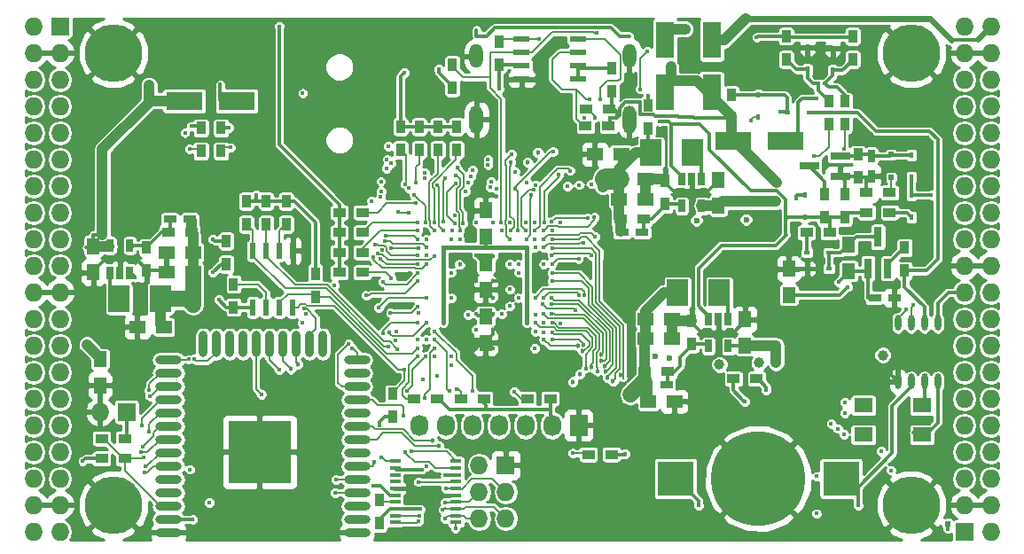
<source format=gbl>
G04 #@! TF.FileFunction,Copper,L4,Bot,Signal*
%FSLAX46Y46*%
G04 Gerber Fmt 4.6, Leading zero omitted, Abs format (unit mm)*
G04 Created by KiCad (PCBNEW 4.0.7+dfsg1-1) date Wed Oct  4 23:26:46 2017*
%MOMM*%
%LPD*%
G01*
G04 APERTURE LIST*
%ADD10C,0.100000*%
%ADD11R,1.800000X3.500000*%
%ADD12R,0.900000X1.200000*%
%ADD13R,2.000000X2.500000*%
%ADD14R,0.700000X1.200000*%
%ADD15R,1.250000X1.500000*%
%ADD16R,1.500000X1.250000*%
%ADD17O,0.609600X1.473200*%
%ADD18R,0.800000X1.900000*%
%ADD19R,1.900000X0.800000*%
%ADD20R,1.200000X0.750000*%
%ADD21R,0.750000X1.200000*%
%ADD22R,1.200000X0.900000*%
%ADD23R,0.600000X1.550000*%
%ADD24R,1.550000X0.600000*%
%ADD25O,2.500000X0.900000*%
%ADD26O,0.900000X2.500000*%
%ADD27R,6.000000X6.000000*%
%ADD28R,1.727200X1.727200*%
%ADD29O,1.727200X1.727200*%
%ADD30C,5.500000*%
%ADD31R,1.000000X0.400000*%
%ADD32R,0.500000X0.500000*%
%ADD33R,1.727200X2.032000*%
%ADD34O,1.727200X2.032000*%
%ADD35R,3.500000X3.300000*%
%ADD36C,9.000000*%
%ADD37O,1.300000X2.700000*%
%ADD38O,1.300000X2.300000*%
%ADD39R,1.800000X1.400000*%
%ADD40R,0.600000X0.450000*%
%ADD41R,0.450000X0.600000*%
%ADD42R,3.500000X1.800000*%
%ADD43C,0.454000*%
%ADD44C,0.400000*%
%ADD45C,1.000000*%
%ADD46C,0.600000*%
%ADD47C,0.300000*%
%ADD48C,1.000000*%
%ADD49C,0.190000*%
%ADD50C,0.600000*%
%ADD51C,0.500000*%
%ADD52C,2.000000*%
%ADD53C,1.200000*%
%ADD54C,1.500000*%
%ADD55C,0.400000*%
%ADD56C,0.200000*%
%ADD57C,0.254000*%
G04 APERTURE END LIST*
D10*
D11*
X155695000Y-69000000D03*
X155695000Y-64000000D03*
D12*
X154044000Y-72426000D03*
X154044000Y-70226000D03*
D13*
X160870000Y-88090000D03*
X156870000Y-88090000D03*
D14*
X159825000Y-90600000D03*
X160775000Y-90600000D03*
X161725000Y-90600000D03*
X161725000Y-93200000D03*
X159825000Y-93200000D03*
D13*
X158330000Y-74755000D03*
X154330000Y-74755000D03*
D14*
X157285000Y-77235000D03*
X158235000Y-77235000D03*
X159185000Y-77235000D03*
X159185000Y-79835000D03*
X157285000Y-79835000D03*
D13*
X103530000Y-88725000D03*
X107530000Y-88725000D03*
D14*
X104575000Y-86215000D03*
X103625000Y-86215000D03*
X102675000Y-86215000D03*
X102675000Y-83615000D03*
X104575000Y-83615000D03*
D15*
X101085000Y-83665000D03*
X101085000Y-86165000D03*
D16*
X153810000Y-90630000D03*
X156310000Y-90630000D03*
X153810000Y-92535000D03*
X156310000Y-92535000D03*
D15*
X163315000Y-93150000D03*
X163315000Y-90650000D03*
D16*
X151270000Y-79200000D03*
X153770000Y-79200000D03*
X151270000Y-77295000D03*
X153770000Y-77295000D03*
D15*
X160775000Y-79815000D03*
X160775000Y-77315000D03*
D16*
X110590000Y-84280000D03*
X108090000Y-84280000D03*
X110590000Y-86185000D03*
X108090000Y-86185000D03*
D17*
X181730000Y-96599000D03*
X180460000Y-96599000D03*
X179190000Y-96599000D03*
X177920000Y-96599000D03*
X177920000Y-91011000D03*
X179190000Y-91011000D03*
X180460000Y-91011000D03*
X181730000Y-91011000D03*
D15*
X173221000Y-86038000D03*
X173221000Y-83538000D03*
D18*
X176965000Y-85780000D03*
X175065000Y-85780000D03*
X176015000Y-82780000D03*
D19*
X172435000Y-75075000D03*
X172435000Y-76975000D03*
X169435000Y-76025000D03*
D20*
X153910000Y-96910000D03*
X155810000Y-96910000D03*
X151570000Y-82375000D03*
X153470000Y-82375000D03*
X110290000Y-81105000D03*
X108390000Y-81105000D03*
D21*
X175380000Y-75075000D03*
X175380000Y-76975000D03*
D22*
X169200000Y-82375000D03*
X171400000Y-82375000D03*
D12*
X172840000Y-80935000D03*
X172840000Y-78735000D03*
D22*
X177115000Y-80470000D03*
X174915000Y-80470000D03*
D12*
X174110000Y-74925000D03*
X174110000Y-77125000D03*
X178555000Y-83815000D03*
X178555000Y-86015000D03*
X113785000Y-83180000D03*
X113785000Y-85380000D03*
X170935000Y-80935000D03*
X170935000Y-78735000D03*
X128390000Y-107945000D03*
X128390000Y-110145000D03*
D22*
X150572000Y-103584000D03*
X148372000Y-103584000D03*
X177115000Y-78565000D03*
X174915000Y-78565000D03*
X153760000Y-95640000D03*
X155960000Y-95640000D03*
X110440000Y-82375000D03*
X108240000Y-82375000D03*
X151420000Y-81105000D03*
X153620000Y-81105000D03*
D12*
X158235000Y-90800000D03*
X158235000Y-93000000D03*
X106165000Y-86015000D03*
X106165000Y-83815000D03*
X155695000Y-77465000D03*
X155695000Y-79665000D03*
D22*
X126782000Y-86185000D03*
X124582000Y-86185000D03*
X126782000Y-84279000D03*
X124582000Y-84279000D03*
X126782000Y-82375000D03*
X124582000Y-82375000D03*
X126782000Y-80470000D03*
X124582000Y-80470000D03*
D12*
X130422000Y-74458000D03*
X130422000Y-72258000D03*
X132200000Y-74458000D03*
X132200000Y-72258000D03*
X133978000Y-74458000D03*
X133978000Y-72258000D03*
X135756000Y-74458000D03*
X135756000Y-72258000D03*
D23*
X116325000Y-84120000D03*
X117595000Y-84120000D03*
X118865000Y-84120000D03*
X120135000Y-84120000D03*
X120135000Y-89520000D03*
X118865000Y-89520000D03*
X117595000Y-89520000D03*
X116325000Y-89520000D03*
D20*
X175700000Y-88598000D03*
X177600000Y-88598000D03*
D24*
X141980000Y-67705000D03*
X141980000Y-66435000D03*
X141980000Y-65165000D03*
X141980000Y-63895000D03*
X147380000Y-63895000D03*
X147380000Y-65165000D03*
X147380000Y-66435000D03*
X147380000Y-67705000D03*
D25*
X126260434Y-111030338D03*
X126260434Y-109760338D03*
X126260434Y-108490338D03*
X126260434Y-107220338D03*
X126260434Y-105950338D03*
X126260434Y-104680338D03*
X126260434Y-103410338D03*
X126260434Y-102140338D03*
X126260434Y-100870338D03*
X126260434Y-99600338D03*
X126260434Y-98330338D03*
X126260434Y-97060338D03*
X126260434Y-95790338D03*
X126260434Y-94520338D03*
D26*
X122975434Y-93030338D03*
X121705434Y-93030338D03*
X120435434Y-93030338D03*
X119165434Y-93030338D03*
X117895434Y-93030338D03*
X116625434Y-93030338D03*
X115355434Y-93030338D03*
X114085434Y-93030338D03*
X112815434Y-93030338D03*
X111545434Y-93030338D03*
D25*
X108260434Y-94520338D03*
X108260434Y-95790338D03*
X108260434Y-97060338D03*
X108260434Y-98330338D03*
X108260434Y-99600338D03*
X108260434Y-100870338D03*
X108260434Y-102140338D03*
X108260434Y-103410338D03*
X108260434Y-104680338D03*
X108260434Y-105950338D03*
X108260434Y-107220338D03*
X108260434Y-108490338D03*
X108260434Y-109760338D03*
X108260434Y-111030338D03*
D27*
X116960434Y-103330338D03*
D28*
X97910000Y-62690000D03*
D29*
X95370000Y-62690000D03*
X97910000Y-65230000D03*
X95370000Y-65230000D03*
X97910000Y-67770000D03*
X95370000Y-67770000D03*
X97910000Y-70310000D03*
X95370000Y-70310000D03*
X97910000Y-72850000D03*
X95370000Y-72850000D03*
X97910000Y-75390000D03*
X95370000Y-75390000D03*
X97910000Y-77930000D03*
X95370000Y-77930000D03*
X97910000Y-80470000D03*
X95370000Y-80470000D03*
X97910000Y-83010000D03*
X95370000Y-83010000D03*
X97910000Y-85550000D03*
X95370000Y-85550000D03*
X97910000Y-88090000D03*
X95370000Y-88090000D03*
X97910000Y-90630000D03*
X95370000Y-90630000D03*
X97910000Y-93170000D03*
X95370000Y-93170000D03*
X97910000Y-95710000D03*
X95370000Y-95710000D03*
X97910000Y-98250000D03*
X95370000Y-98250000D03*
X97910000Y-100790000D03*
X95370000Y-100790000D03*
X97910000Y-103330000D03*
X95370000Y-103330000D03*
X97910000Y-105870000D03*
X95370000Y-105870000D03*
X97910000Y-108410000D03*
X95370000Y-108410000D03*
X97910000Y-110950000D03*
X95370000Y-110950000D03*
D28*
X184270000Y-110950000D03*
D29*
X186810000Y-110950000D03*
X184270000Y-108410000D03*
X186810000Y-108410000D03*
X184270000Y-105870000D03*
X186810000Y-105870000D03*
X184270000Y-103330000D03*
X186810000Y-103330000D03*
X184270000Y-100790000D03*
X186810000Y-100790000D03*
X184270000Y-98250000D03*
X186810000Y-98250000D03*
X184270000Y-95710000D03*
X186810000Y-95710000D03*
X184270000Y-93170000D03*
X186810000Y-93170000D03*
X184270000Y-90630000D03*
X186810000Y-90630000D03*
X184270000Y-88090000D03*
X186810000Y-88090000D03*
X184270000Y-85550000D03*
X186810000Y-85550000D03*
X184270000Y-83010000D03*
X186810000Y-83010000D03*
X184270000Y-80470000D03*
X186810000Y-80470000D03*
X184270000Y-77930000D03*
X186810000Y-77930000D03*
X184270000Y-75390000D03*
X186810000Y-75390000D03*
X184270000Y-72850000D03*
X186810000Y-72850000D03*
X184270000Y-70310000D03*
X186810000Y-70310000D03*
X184270000Y-67770000D03*
X186810000Y-67770000D03*
X184270000Y-65230000D03*
X186810000Y-65230000D03*
X184270000Y-62690000D03*
X186810000Y-62690000D03*
D30*
X102990000Y-108410000D03*
X179190000Y-108410000D03*
X179190000Y-65230000D03*
X102990000Y-65230000D03*
D12*
X162045000Y-71410000D03*
X162045000Y-69210000D03*
X139820000Y-66330000D03*
X139820000Y-64130000D03*
X135375000Y-68532000D03*
X135375000Y-66332000D03*
X150615000Y-68870000D03*
X150615000Y-66670000D03*
D22*
X150275000Y-72215000D03*
X148075000Y-72215000D03*
X150380000Y-70600000D03*
X148180000Y-70600000D03*
D31*
X135735000Y-104215000D03*
X135735000Y-104865000D03*
X135735000Y-105515000D03*
X135735000Y-106165000D03*
X135735000Y-106815000D03*
X135735000Y-107465000D03*
X135735000Y-108115000D03*
X135735000Y-108765000D03*
X135735000Y-109415000D03*
X135735000Y-110065000D03*
X129935000Y-110065000D03*
X129935000Y-109415000D03*
X129935000Y-108765000D03*
X129935000Y-108115000D03*
X129935000Y-107465000D03*
X129935000Y-106815000D03*
X129935000Y-106165000D03*
X129935000Y-105515000D03*
X129935000Y-104865000D03*
X129935000Y-104215000D03*
D12*
X119500000Y-79370000D03*
X119500000Y-81570000D03*
X114480000Y-89500000D03*
X114480000Y-87300000D03*
X129660000Y-99985000D03*
X129660000Y-97785000D03*
X117595000Y-79370000D03*
X117595000Y-81570000D03*
X122280000Y-86300000D03*
X122280000Y-88500000D03*
X115690000Y-79370000D03*
X115690000Y-81570000D03*
D22*
X144730000Y-98250000D03*
X142530000Y-98250000D03*
X138380000Y-98250000D03*
X136180000Y-98250000D03*
X133935000Y-98250000D03*
X131735000Y-98250000D03*
X101890000Y-103965000D03*
X104090000Y-103965000D03*
D28*
X104260000Y-99520000D03*
D29*
X101720000Y-99520000D03*
D22*
X101890000Y-102060000D03*
X104090000Y-102060000D03*
D15*
X167506000Y-88324000D03*
X167506000Y-85824000D03*
D22*
X164415000Y-96345000D03*
X162215000Y-96345000D03*
D12*
X167252000Y-65822000D03*
X167252000Y-63622000D03*
D28*
X140455000Y-104600000D03*
D29*
X137915000Y-104600000D03*
X140455000Y-107140000D03*
X137915000Y-107140000D03*
X140455000Y-109680000D03*
X137915000Y-109680000D03*
D15*
X138550000Y-90396000D03*
X138550000Y-92896000D03*
X138550000Y-82736000D03*
X138550000Y-80236000D03*
X138550000Y-85316000D03*
X138550000Y-87816000D03*
X101720000Y-94460000D03*
X101720000Y-96960000D03*
D12*
X113277000Y-74585000D03*
X113277000Y-72385000D03*
X111372000Y-74585000D03*
X111372000Y-72385000D03*
X172840000Y-72045000D03*
X172840000Y-69845000D03*
X171316000Y-72045000D03*
X171316000Y-69845000D03*
D32*
X182680000Y-110200000D03*
D33*
X147440000Y-100790000D03*
D34*
X144900000Y-100790000D03*
X142360000Y-100790000D03*
X139820000Y-100790000D03*
X137280000Y-100790000D03*
X134740000Y-100790000D03*
X132200000Y-100790000D03*
D35*
X172485000Y-105870000D03*
X156685000Y-105870000D03*
D36*
X164585000Y-105870000D03*
D37*
X152280000Y-71550000D03*
X137680000Y-71550000D03*
D38*
X137680000Y-65500000D03*
X152280000Y-65500000D03*
D39*
X180212000Y-98882000D03*
X174612000Y-98882000D03*
X174612000Y-101682000D03*
X180212000Y-101682000D03*
D32*
X177285000Y-74925000D03*
X177285000Y-77125000D03*
D40*
X169250000Y-84280000D03*
X171350000Y-84280000D03*
D41*
X179190000Y-80885000D03*
X179190000Y-78785000D03*
X169030000Y-80885000D03*
X169030000Y-78785000D03*
D40*
X171350000Y-85804000D03*
X169250000Y-85804000D03*
D41*
X179190000Y-77075000D03*
X179190000Y-74975000D03*
D40*
X167345000Y-70945000D03*
X169445000Y-70945000D03*
D41*
X164585000Y-69260000D03*
X164585000Y-71360000D03*
X169284000Y-66788000D03*
X169284000Y-64688000D03*
X171697000Y-66881000D03*
X171697000Y-64781000D03*
D42*
X109761000Y-69802000D03*
X114761000Y-69802000D03*
X167212000Y-73612000D03*
X162212000Y-73612000D03*
D11*
X160140000Y-64000000D03*
X160140000Y-69000000D03*
D16*
X154064000Y-98504000D03*
X156564000Y-98504000D03*
X107796000Y-91392000D03*
X105296000Y-91392000D03*
X151484000Y-74882000D03*
X148984000Y-74882000D03*
D12*
X173602000Y-65822000D03*
X173602000Y-63622000D03*
D43*
X139264636Y-91615205D03*
D44*
X139575609Y-69792857D03*
D45*
X116880503Y-64802940D03*
X106974809Y-64953974D03*
X175210328Y-64948943D03*
X165417246Y-64954666D03*
D44*
X175495631Y-71457432D03*
X146468970Y-70993942D03*
X144978424Y-71024054D03*
X143480350Y-71016526D03*
X142000564Y-71008511D03*
X113273209Y-99681387D03*
X147987361Y-71377791D03*
X144102010Y-84600000D03*
X132880424Y-84561218D03*
X135567436Y-80702302D03*
X132810347Y-82177990D03*
X145713035Y-91022010D03*
X145680000Y-94177990D03*
X177285000Y-95710000D03*
D45*
X177229911Y-82281349D03*
D44*
X170046000Y-85804000D03*
D46*
X164741832Y-81130572D03*
D44*
X120770000Y-72215000D03*
D46*
X161067993Y-81216119D03*
D45*
X158233687Y-94852616D03*
X162992748Y-94820185D03*
D46*
X156280000Y-81210838D03*
D44*
X131254529Y-86251357D03*
X140880000Y-81400000D03*
X136085174Y-89394826D03*
X145680000Y-81400000D03*
X120430000Y-97050000D03*
X150080000Y-81600000D03*
X131280000Y-89400000D03*
X133690245Y-94180159D03*
X140874194Y-91433353D03*
X145680000Y-85422010D03*
X135280000Y-95000000D03*
X135280000Y-94200000D03*
X142480000Y-94200000D03*
X140880000Y-93400000D03*
X139280000Y-93400000D03*
X137680000Y-93400000D03*
X136080000Y-93400000D03*
X136880000Y-92600000D03*
X135280000Y-92600000D03*
X132880000Y-91800000D03*
X132880000Y-93400000D03*
D43*
X141042859Y-86994997D03*
X139280000Y-87000000D03*
X136110990Y-86995403D03*
X137680000Y-87000000D03*
X136080000Y-84600000D03*
X139280000Y-88600000D03*
D45*
X156235582Y-66548363D03*
D44*
X127801946Y-106537732D03*
D45*
X166321614Y-77572282D03*
X166248957Y-79408030D03*
X101932065Y-82585048D03*
X106417803Y-68312483D03*
X166280000Y-94800000D03*
D44*
X112134000Y-108156000D03*
X150457224Y-71377791D03*
X172289562Y-87124051D03*
D45*
X157600000Y-62944000D03*
D44*
X137659051Y-91638034D03*
X139820000Y-68665673D03*
X128441330Y-100758313D03*
X172834633Y-99599920D03*
X172879922Y-98618650D03*
X176305593Y-103279812D03*
X165349214Y-97422919D03*
D45*
X160875897Y-94988750D03*
D44*
X164433885Y-63737451D03*
X148639876Y-77729346D03*
D45*
X149751640Y-78029346D03*
D44*
X134079160Y-66786153D03*
X109828000Y-72830000D03*
X116654336Y-78777990D03*
D45*
X176474303Y-94069095D03*
D44*
X173094000Y-87582000D03*
D45*
X100479904Y-93063904D03*
D46*
X163422030Y-81120665D03*
X154726292Y-94171363D03*
X156077107Y-94380779D03*
X158680000Y-81210838D03*
D44*
X112515000Y-83010000D03*
X181065000Y-78785000D03*
X110529662Y-109760338D03*
X110280000Y-105000000D03*
X100080000Y-104200000D03*
X113080000Y-88800000D03*
D45*
X164653770Y-94825547D03*
D44*
X135273306Y-88618602D03*
X139272517Y-84611349D03*
X137680556Y-84534085D03*
X141680000Y-86200000D03*
X135280000Y-86200000D03*
X132880000Y-92600000D03*
X132080000Y-92600000D03*
X141680000Y-88600000D03*
X141680000Y-85400000D03*
D45*
X152362985Y-97848768D03*
D44*
X136885174Y-90194826D03*
X140094890Y-90122990D03*
X139280000Y-90122990D03*
X140880000Y-89400000D03*
X137680000Y-90172990D03*
X140880000Y-87800000D03*
X140880000Y-85400000D03*
D43*
X136080000Y-85400000D03*
D44*
X121369010Y-90164222D03*
X130022933Y-91834237D03*
X121036481Y-91008234D03*
X129902064Y-92678248D03*
D45*
X110617371Y-89287199D03*
D44*
X142480000Y-91000000D03*
X142480000Y-83800000D03*
X134480000Y-83800000D03*
X134480000Y-91000000D03*
X105037711Y-86632990D03*
X155149360Y-71764535D03*
X121086654Y-69078528D03*
X170182962Y-69571012D03*
X174110000Y-108410000D03*
X158870000Y-108410000D03*
X134750646Y-106810513D03*
X137288700Y-97538741D03*
X133680000Y-91800000D03*
D43*
X134074414Y-102752225D03*
D44*
X134675868Y-108131585D03*
X135085458Y-97531790D03*
D43*
X133449289Y-102232615D03*
D44*
X133680000Y-92600000D03*
X127935466Y-104261259D03*
X132936956Y-104698915D03*
X134463998Y-108841973D03*
X132752670Y-98178920D03*
X133685668Y-93402482D03*
X134636872Y-109719950D03*
X130714529Y-99901000D03*
X131039363Y-97487286D03*
X132846234Y-94197073D03*
X118858690Y-62658970D03*
X130761990Y-67119621D03*
X148477832Y-69619684D03*
X149475951Y-69619684D03*
X148991194Y-71377791D03*
X153984196Y-65077116D03*
X153322343Y-68673419D03*
X143650666Y-63862520D03*
X178665908Y-89713903D03*
X149183754Y-63257114D03*
X179375977Y-89317806D03*
X140035989Y-81400000D03*
X128776655Y-87110882D03*
X132077895Y-86272150D03*
X117121665Y-97817265D03*
X118843798Y-95498222D03*
D43*
X119978162Y-95412951D03*
X120634035Y-94977604D03*
D44*
X113212238Y-68244401D03*
X146387166Y-77939336D03*
X147480000Y-77822010D03*
X131453853Y-103296209D03*
X144891634Y-91008466D03*
D43*
X148653935Y-95249010D03*
X149565978Y-94054788D03*
D44*
X144867244Y-90164455D03*
D43*
X150720500Y-96575802D03*
D44*
X144890381Y-83866022D03*
D43*
X151448039Y-95951686D03*
D44*
X144894101Y-83022010D03*
D43*
X150149219Y-96229829D03*
D44*
X144901285Y-86268736D03*
D43*
X150033441Y-95660469D03*
D44*
X144888562Y-86993817D03*
D43*
X149952517Y-95085120D03*
D44*
X144877648Y-88622010D03*
D43*
X149584522Y-94635504D03*
D44*
X144810610Y-89177990D03*
X144895773Y-91874444D03*
D43*
X147777713Y-93691005D03*
X147356233Y-93219138D03*
D44*
X144102010Y-92600000D03*
D43*
X147915304Y-93060979D03*
D44*
X144882352Y-92577990D03*
X130807074Y-95454141D03*
X130141304Y-93529144D03*
X132080000Y-93400000D03*
X129254670Y-93244631D03*
X133919980Y-96038729D03*
X141280000Y-97600000D03*
X132572818Y-96383863D03*
X135770000Y-97338127D03*
X132080000Y-94200000D03*
X128669601Y-84020243D03*
X105906712Y-103816552D03*
X129459184Y-90039192D03*
X132080000Y-89444020D03*
X130839486Y-103354982D03*
X128602801Y-103831529D03*
X132162861Y-106185868D03*
X128321313Y-89539949D03*
X132880000Y-88600000D03*
X127145130Y-88379076D03*
X124253981Y-105982535D03*
X132080000Y-87000000D03*
X125827283Y-93452662D03*
X124202418Y-107207639D03*
D43*
X142530990Y-75662841D03*
X143525587Y-74749772D03*
D44*
X110313517Y-74380698D03*
X132146108Y-109940263D03*
X114166000Y-74247000D03*
X132189000Y-109415000D03*
X135694981Y-77648547D03*
X135567436Y-81489225D03*
X134702010Y-77200000D03*
X134471354Y-81347908D03*
X132761172Y-77202673D03*
X132737245Y-76676207D03*
X128545566Y-77476577D03*
X127643658Y-79355564D03*
X110718734Y-94451783D03*
X128515897Y-78994176D03*
X110193102Y-94489889D03*
X128569727Y-78469921D03*
X106412639Y-97453606D03*
X131230910Y-78113843D03*
X106479997Y-97976296D03*
X131709326Y-78745875D03*
X132783332Y-81399993D03*
X129016746Y-82660638D03*
X105679715Y-100783924D03*
X132084821Y-83022010D03*
X128948848Y-83183258D03*
X106401171Y-101377901D03*
X132886504Y-83777990D03*
X129513931Y-83860979D03*
X105803161Y-102850427D03*
X132117443Y-83866021D03*
X127966259Y-83527946D03*
X105651866Y-103355255D03*
X132079996Y-84503337D03*
X128256283Y-84387285D03*
X106023598Y-104697574D03*
X133671942Y-84595200D03*
X127824162Y-84688968D03*
X105973679Y-105248709D03*
X132875802Y-85428138D03*
D43*
X146862501Y-96617499D03*
X147534467Y-95913260D03*
D44*
X148102806Y-95339021D03*
X143280000Y-91000000D03*
X149207706Y-95605291D03*
X144082424Y-90132858D03*
X143989948Y-89177990D03*
X147125926Y-89802879D03*
X143281824Y-90201951D03*
X144102010Y-85397219D03*
X147422472Y-84858593D03*
X144886544Y-85385186D03*
X144102010Y-83000000D03*
X148975652Y-82755341D03*
X144885092Y-82177990D03*
X147470668Y-88324835D03*
X144082832Y-88584510D03*
X147997681Y-88324844D03*
X143278026Y-88595030D03*
X144102010Y-82185600D03*
X148935852Y-80899014D03*
X148337768Y-80975785D03*
X144866392Y-81333979D03*
X139280000Y-81400000D03*
X139585116Y-78205862D03*
X138968064Y-78040948D03*
X139049357Y-77520244D03*
X138775679Y-75942989D03*
X138779198Y-75400762D03*
X137680000Y-81400000D03*
X137308732Y-76415018D03*
X137106948Y-76979922D03*
X136856003Y-77562978D03*
X136634118Y-78451672D03*
X135830698Y-76200613D03*
X136411444Y-81497309D03*
X148668800Y-84550385D03*
X144877691Y-84532933D03*
X144102010Y-83800000D03*
X147894174Y-83335809D03*
X142852716Y-78759927D03*
X142473549Y-82998913D03*
X143105106Y-78295223D03*
X142396423Y-82191394D03*
X145494012Y-76834828D03*
X144146021Y-81374784D03*
X143331797Y-77819457D03*
X146627648Y-76461302D03*
X143257990Y-82207154D03*
X143257990Y-81379632D03*
X141380161Y-78226966D03*
X145017056Y-74655847D03*
X141657990Y-82130345D03*
X142413979Y-81382236D03*
X140080000Y-82200000D03*
X141342967Y-76554996D03*
X141046643Y-74873804D03*
X140864029Y-83041403D03*
X140980062Y-75681941D03*
X140924011Y-82179283D03*
X129542604Y-86703515D03*
X132880000Y-83022010D03*
X132080000Y-82177990D03*
X132080000Y-81400000D03*
X131847310Y-79589886D03*
X130856828Y-77742623D03*
X131923295Y-77584853D03*
X133654358Y-82177990D03*
X133627343Y-81396408D03*
X129336756Y-91938993D03*
X132880000Y-91000000D03*
X128770628Y-92009836D03*
X132077648Y-90977990D03*
X130196821Y-80377733D03*
X131180000Y-80500000D03*
X128489708Y-84867377D03*
X132079620Y-85428138D03*
X163908850Y-71651861D03*
X134501414Y-82177578D03*
X133922194Y-77854836D03*
X135656559Y-110610712D03*
X132448438Y-104994496D03*
X146844288Y-103452739D03*
X134707351Y-105508447D03*
X132280000Y-108800000D03*
X112515000Y-86185000D03*
X163277422Y-98501717D03*
X170126036Y-109212466D03*
X170157734Y-105666345D03*
X169895346Y-75092988D03*
X143257990Y-83000000D03*
X168166438Y-79108038D03*
X151896383Y-103510715D03*
X114039000Y-72342000D03*
X110483000Y-72215000D03*
X177274002Y-105079115D03*
X143258015Y-93423150D03*
X172761273Y-101651681D03*
X143280000Y-91800000D03*
X172193360Y-101105663D03*
X144064831Y-91877646D03*
X171540304Y-100645743D03*
X144080000Y-91000000D03*
X154044000Y-69294000D03*
X129061632Y-76229575D03*
X135280000Y-83022010D03*
X129493343Y-75737814D03*
X136080000Y-83000000D03*
X129122249Y-75363607D03*
X135345425Y-82176814D03*
X135725421Y-76909376D03*
X129252218Y-74142461D03*
X136080000Y-82200000D03*
X172746637Y-74347988D03*
X143280000Y-83800000D03*
X142480000Y-77600000D03*
X170300000Y-68151000D03*
X170950000Y-68125562D03*
X125480000Y-93000000D03*
X121206217Y-89662983D03*
X132156079Y-90030946D03*
X182654362Y-110665838D03*
X124080000Y-87400000D03*
X124080000Y-87400000D03*
X166678914Y-70803555D03*
D47*
X138630000Y-63600000D02*
X139449896Y-62780104D01*
X137680000Y-63000000D02*
X137680000Y-63600000D01*
X150510104Y-62780104D02*
X151330000Y-63600000D01*
X137680000Y-63600000D02*
X138630000Y-63600000D01*
X139449896Y-62780104D02*
X150510104Y-62780104D01*
X151330000Y-63600000D02*
X152280000Y-63600000D01*
X139264636Y-92054364D02*
X139264636Y-91936231D01*
X139264636Y-91936231D02*
X139264636Y-91615205D01*
X138550000Y-92769000D02*
X139264636Y-92054364D01*
X136880000Y-92600000D02*
X136080000Y-93400000D01*
X136880000Y-92600000D02*
X137680000Y-93400000D01*
X136880000Y-92600000D02*
X138381000Y-92600000D01*
X138381000Y-92600000D02*
X138550000Y-92769000D01*
X135280000Y-92600000D02*
X136880000Y-92600000D01*
X135280000Y-92600000D02*
X136080000Y-93400000D01*
X138550000Y-92769000D02*
X138649000Y-92769000D01*
X138649000Y-92769000D02*
X139280000Y-93400000D01*
X138550000Y-92769000D02*
X138311000Y-92769000D01*
X138311000Y-92769000D02*
X137680000Y-93400000D01*
X136772000Y-93785000D02*
X136465000Y-93785000D01*
X136465000Y-93785000D02*
X136080000Y-93400000D01*
X136772000Y-93785000D02*
X137295000Y-93785000D01*
X137295000Y-93785000D02*
X137680000Y-93400000D01*
X137822857Y-69792857D02*
X139292767Y-69792857D01*
X137680000Y-69650000D02*
X137822857Y-69792857D01*
X139292767Y-69792857D02*
X139575609Y-69792857D01*
X132202804Y-107453326D02*
X131572496Y-106823018D01*
X135747661Y-107453326D02*
X132202804Y-107453326D01*
X131572496Y-106823018D02*
X129919874Y-106823018D01*
X175042385Y-64781000D02*
X175210328Y-64948943D01*
X171697000Y-64781000D02*
X175042385Y-64781000D01*
X165683912Y-64688000D02*
X165417246Y-64954666D01*
X169284000Y-64688000D02*
X165683912Y-64688000D01*
X169284000Y-64688000D02*
X171604000Y-64688000D01*
X171604000Y-64688000D02*
X171697000Y-64781000D01*
X177285000Y-95710000D02*
X177285000Y-95964000D01*
X177285000Y-95964000D02*
X177920000Y-96599000D01*
X167506000Y-85824000D02*
X169230000Y-85824000D01*
X169230000Y-85824000D02*
X169250000Y-85804000D01*
X169250000Y-85804000D02*
X170046000Y-85804000D01*
X102210000Y-84915000D02*
X103625000Y-84915000D01*
X103625000Y-84915000D02*
X105215000Y-84915000D01*
X103625000Y-86215000D02*
X103625000Y-84915000D01*
X105215000Y-84915000D02*
X106165000Y-85865000D01*
X106165000Y-85865000D02*
X106165000Y-86015000D01*
X101085000Y-86165000D02*
X101085000Y-86040000D01*
X101085000Y-86040000D02*
X102210000Y-84915000D01*
X106165000Y-86015000D02*
X107920000Y-86015000D01*
X107920000Y-86015000D02*
X108090000Y-86185000D01*
D48*
X153770000Y-77295000D02*
X155525000Y-77295000D01*
D47*
X155525000Y-77295000D02*
X155695000Y-77465000D01*
D48*
X153770000Y-79200000D02*
X153770000Y-77295000D01*
D47*
X174110000Y-77125000D02*
X174745000Y-77125000D01*
X174745000Y-77125000D02*
X175230000Y-77125000D01*
X174915000Y-78565000D02*
X174915000Y-77295000D01*
X174915000Y-77295000D02*
X174745000Y-77125000D01*
X172840000Y-78735000D02*
X172840000Y-77380000D01*
X172840000Y-77380000D02*
X172435000Y-76975000D01*
X175230000Y-77125000D02*
X175380000Y-76975000D01*
X172435000Y-76975000D02*
X173960000Y-76975000D01*
X173960000Y-76975000D02*
X174110000Y-77125000D01*
X137680000Y-86200000D02*
X137680000Y-86600000D01*
X136080000Y-84600000D02*
X137680000Y-86200000D01*
X159850000Y-78365000D02*
X158235000Y-78365000D01*
X158235000Y-78365000D02*
X156445000Y-78365000D01*
X158235000Y-77235000D02*
X158235000Y-78365000D01*
X160775000Y-77315000D02*
X160775000Y-77440000D01*
X160775000Y-77440000D02*
X159850000Y-78365000D01*
X156445000Y-78365000D02*
X155695000Y-77615000D01*
X155695000Y-77615000D02*
X155695000Y-77465000D01*
D48*
X156310000Y-90630000D02*
X156310000Y-92535000D01*
X158235000Y-90800000D02*
X156480000Y-90800000D01*
D47*
X156480000Y-90800000D02*
X156310000Y-90630000D01*
X163315000Y-90650000D02*
X163315000Y-90834602D01*
X163315000Y-90834602D02*
X162249602Y-91900000D01*
X162249602Y-91900000D02*
X160775000Y-91900000D01*
X101085000Y-86165000D02*
X101085000Y-85929893D01*
X106165000Y-85944374D02*
X106165000Y-86015000D01*
X159185000Y-91900000D02*
X160775000Y-91900000D01*
X160775000Y-90600000D02*
X160775000Y-91900000D01*
X158235000Y-90800000D02*
X158235000Y-90950000D01*
X158235000Y-90950000D02*
X159185000Y-91900000D01*
X108090000Y-84280000D02*
X108090000Y-86185000D01*
X107625000Y-84745000D02*
X108090000Y-84280000D01*
X108070000Y-84260000D02*
X108090000Y-84280000D01*
X141037856Y-87000000D02*
X141042859Y-86994997D01*
X139280000Y-87000000D02*
X141037856Y-87000000D01*
X136432016Y-86995403D02*
X136110990Y-86995403D01*
X137284597Y-86995403D02*
X136432016Y-86995403D01*
X137680000Y-86600000D02*
X137284597Y-86995403D01*
X137680000Y-86600000D02*
X137680000Y-87000000D01*
D49*
X138029000Y-66332000D02*
X138115000Y-66246000D01*
D47*
X160140000Y-69000000D02*
X160140000Y-69850000D01*
X160140000Y-69850000D02*
X161700000Y-71410000D01*
D48*
X156235582Y-67716832D02*
X156235582Y-66548363D01*
X158681338Y-67896338D02*
X156415088Y-67896338D01*
X156415088Y-67896338D02*
X156235582Y-67716832D01*
D47*
X156235582Y-66578582D02*
X156235582Y-66548363D01*
X128084788Y-106537732D02*
X127801946Y-106537732D01*
X128531334Y-106537732D02*
X128084788Y-106537732D01*
X129458602Y-107465000D02*
X128531334Y-106537732D01*
X129935000Y-107465000D02*
X129458602Y-107465000D01*
D48*
X162045000Y-73295668D02*
X165821615Y-77072283D01*
X165821615Y-77072283D02*
X166321614Y-77572282D01*
X160790000Y-79800000D02*
X161181970Y-79408030D01*
X161181970Y-79408030D02*
X165541851Y-79408030D01*
X165541851Y-79408030D02*
X166248957Y-79408030D01*
D47*
X101085000Y-82615000D02*
X101114952Y-82585048D01*
X101114952Y-82585048D02*
X101224959Y-82585048D01*
X101085000Y-83665000D02*
X101085000Y-82615000D01*
D48*
X101932065Y-81877942D02*
X101932065Y-82585048D01*
X101932065Y-74415935D02*
X101932065Y-81877942D01*
X106407114Y-69940886D02*
X101932065Y-74415935D01*
D47*
X101224959Y-82585048D02*
X101932065Y-82585048D01*
X151080000Y-71400000D02*
X151352990Y-71127010D01*
X151352990Y-71127010D02*
X151352990Y-70466020D01*
X151352990Y-70466020D02*
X151896020Y-69922990D01*
X151896020Y-69922990D02*
X152557010Y-69922990D01*
X152557010Y-69922990D02*
X152583077Y-69896923D01*
D48*
X106417803Y-69019589D02*
X106417803Y-68312483D01*
X106417803Y-69930197D02*
X106417803Y-69019589D01*
X106407114Y-69940886D02*
X106417803Y-69930197D01*
X166280000Y-93150000D02*
X166280000Y-94800000D01*
D47*
X110610000Y-69548000D02*
X110610000Y-69802000D01*
X150457224Y-71377791D02*
X150457224Y-72032776D01*
X150457224Y-72032776D02*
X150275000Y-72215000D01*
D48*
X109975000Y-69802000D02*
X106546000Y-69802000D01*
X106546000Y-69802000D02*
X106419000Y-69929000D01*
D47*
X151057791Y-71377791D02*
X150740066Y-71377791D01*
X150740066Y-71377791D02*
X150457224Y-71377791D01*
X151080000Y-71400000D02*
X151057791Y-71377791D01*
X172289562Y-87094438D02*
X172289562Y-87124051D01*
X173221000Y-86163000D02*
X172289562Y-87094438D01*
X173221000Y-86038000D02*
X173221000Y-86163000D01*
X175065000Y-88598000D02*
X175065000Y-85780000D01*
X175700000Y-88598000D02*
X175065000Y-88598000D01*
D48*
X106419000Y-69929000D02*
X106407114Y-69940886D01*
D47*
X106419000Y-69675000D02*
X106419000Y-69929000D01*
X100572432Y-83665000D02*
X100424079Y-83813353D01*
X101085000Y-83665000D02*
X100572432Y-83665000D01*
X160790000Y-79800000D02*
X160775000Y-79815000D01*
D48*
X163315000Y-93150000D02*
X166280000Y-93150000D01*
D47*
X160775000Y-79940000D02*
X160775000Y-79815000D01*
X164925000Y-93150000D02*
X164240000Y-93150000D01*
X164240000Y-93150000D02*
X163315000Y-93150000D01*
X101085000Y-83665000D02*
X101085000Y-83790000D01*
X151080000Y-71400000D02*
X151080000Y-70838120D01*
X151080000Y-70838120D02*
X150615000Y-70373120D01*
X150615000Y-70373120D02*
X150615000Y-69995990D01*
X150615000Y-69995990D02*
X150615000Y-68870000D01*
D48*
X159185000Y-79835000D02*
X160755000Y-79835000D01*
D47*
X160755000Y-79835000D02*
X160775000Y-79815000D01*
X161725000Y-93200000D02*
X163265000Y-93200000D01*
X163265000Y-93200000D02*
X163315000Y-93150000D01*
X173221000Y-86038000D02*
X174807000Y-86038000D01*
X174807000Y-86038000D02*
X175065000Y-85780000D01*
D48*
X101085000Y-83665000D02*
X102625000Y-83665000D01*
D47*
X102625000Y-83665000D02*
X102675000Y-83615000D01*
X152583077Y-69896923D02*
X153316999Y-69896923D01*
X153316999Y-69896923D02*
X153316999Y-71047601D01*
X161700000Y-71410000D02*
X162045000Y-71410000D01*
D48*
X162045000Y-71410000D02*
X162045000Y-71260000D01*
X162045000Y-71260000D02*
X158681338Y-67896338D01*
X162045000Y-71410000D02*
X162045000Y-73295668D01*
D47*
X158407951Y-71315988D02*
X158501963Y-71410000D01*
X153372399Y-71103001D02*
X154568521Y-71103001D01*
X158501963Y-71410000D02*
X162045000Y-71410000D01*
X156924522Y-71275510D02*
X156965000Y-71315988D01*
X156965000Y-71315988D02*
X158407951Y-71315988D01*
X153316999Y-71047601D02*
X153372399Y-71103001D01*
X154568521Y-71103001D02*
X154741030Y-71275510D01*
X154741030Y-71275510D02*
X156924522Y-71275510D01*
X162045000Y-71753000D02*
X162045000Y-71410000D01*
X155695000Y-64000000D02*
X155695000Y-63368337D01*
X155695000Y-63368337D02*
X156119337Y-62944000D01*
D48*
X156119337Y-62944000D02*
X157600000Y-62944000D01*
X160140000Y-64000000D02*
X161340000Y-64000000D01*
X161340000Y-64000000D02*
X163399217Y-61940783D01*
D50*
X163399217Y-61940783D02*
X180980783Y-61940783D01*
D51*
X185540000Y-63960000D02*
X186810000Y-62690000D01*
D50*
X180980783Y-61940783D02*
X183000000Y-63960000D01*
D47*
X183000000Y-63960000D02*
X185540000Y-63960000D01*
X173602000Y-63706000D02*
X167336000Y-63706000D01*
X167336000Y-63706000D02*
X167252000Y-63622000D01*
X167252000Y-63622000D02*
X164549336Y-63622000D01*
X164549336Y-63622000D02*
X164433885Y-63737451D01*
X138550000Y-85042000D02*
X138188471Y-85042000D01*
X138188471Y-85042000D02*
X137680556Y-84534085D01*
X138550000Y-85042000D02*
X138841866Y-85042000D01*
X138841866Y-85042000D02*
X139272517Y-84611349D01*
X137680556Y-84534085D02*
X139195253Y-84534085D01*
X139195253Y-84534085D02*
X139272517Y-84611349D01*
X139820000Y-66330000D02*
X139820000Y-68665673D01*
X128441330Y-100475471D02*
X128441330Y-100758313D01*
X128441330Y-100453670D02*
X128441330Y-100475471D01*
X128910000Y-99985000D02*
X128441330Y-100453670D01*
X129660000Y-99985000D02*
X128910000Y-99985000D01*
X165349214Y-97129214D02*
X165349214Y-97422919D01*
X164565000Y-96345000D02*
X165349214Y-97129214D01*
X164415000Y-96345000D02*
X164565000Y-96345000D01*
D48*
X149784145Y-77289735D02*
X149751640Y-77322240D01*
X149751640Y-77322240D02*
X149751640Y-78029346D01*
X149993577Y-77289735D02*
X149784145Y-77289735D01*
D47*
X134079160Y-67068995D02*
X134079160Y-66786153D01*
X134079160Y-67086160D02*
X134079160Y-67068995D01*
X135375000Y-68382000D02*
X134079160Y-67086160D01*
X135375000Y-68532000D02*
X135375000Y-68382000D01*
X154044000Y-72426000D02*
X154044000Y-74469000D01*
X154044000Y-74469000D02*
X154330000Y-74755000D01*
X116654336Y-79155664D02*
X116654336Y-79060832D01*
X115690000Y-79370000D02*
X116440000Y-79370000D01*
X116440000Y-79370000D02*
X116654336Y-79155664D01*
X116654336Y-79060832D02*
X116654336Y-78777990D01*
X181730000Y-89106000D02*
X182746000Y-88090000D01*
X182746000Y-88090000D02*
X184270000Y-88090000D01*
X181730000Y-91011000D02*
X181730000Y-89106000D01*
X172352000Y-88324000D02*
X173094000Y-87582000D01*
X167506000Y-88324000D02*
X172352000Y-88324000D01*
X100479904Y-93094904D02*
X100479904Y-93063904D01*
D48*
X101720000Y-94335000D02*
X100479904Y-93094904D01*
D47*
X101720000Y-94460000D02*
X101720000Y-94335000D01*
X151330000Y-75000000D02*
X151330000Y-77235000D01*
X151330000Y-77235000D02*
X151270000Y-77295000D01*
X138380000Y-98250000D02*
X138380000Y-98686358D01*
X138380000Y-98686358D02*
X138550000Y-98856358D01*
X138550000Y-98856358D02*
X138550000Y-99266000D01*
X135101000Y-99266000D02*
X138550000Y-99266000D01*
X138550000Y-99266000D02*
X144730000Y-99266000D01*
X144730000Y-98250000D02*
X144730000Y-99266000D01*
X144730000Y-99266000D02*
X144730000Y-99400000D01*
X133935000Y-98250000D02*
X134085000Y-98250000D01*
X134085000Y-98250000D02*
X135101000Y-99266000D01*
X144730000Y-99400000D02*
X144730000Y-100620000D01*
X113785000Y-83180000D02*
X112685000Y-83180000D01*
X112685000Y-83180000D02*
X112515000Y-83010000D01*
X122280000Y-86300000D02*
X122280000Y-81400000D01*
X122280000Y-81400000D02*
X120250000Y-79370000D01*
X120250000Y-79370000D02*
X119500000Y-79370000D01*
X179190000Y-78785000D02*
X181065000Y-78785000D01*
X108260434Y-109760338D02*
X110529662Y-109760338D01*
X179190000Y-77075000D02*
X179190000Y-78785000D01*
X100315000Y-103965000D02*
X100080000Y-104200000D01*
X101890000Y-103965000D02*
X100315000Y-103965000D01*
X117595000Y-79370000D02*
X119500000Y-79370000D01*
X115690000Y-79370000D02*
X117595000Y-79370000D01*
X114480000Y-89500000D02*
X113780000Y-89500000D01*
X113780000Y-89500000D02*
X113080000Y-88800000D01*
X114480000Y-89500000D02*
X116305000Y-89500000D01*
X116305000Y-89500000D02*
X116325000Y-89520000D01*
X144900000Y-98250000D02*
X144730000Y-98250000D01*
X138380000Y-98250000D02*
X138530000Y-98250000D01*
X144730000Y-100620000D02*
X144900000Y-100790000D01*
X139820000Y-66330000D02*
X141875000Y-66330000D01*
X141875000Y-66330000D02*
X141980000Y-66435000D01*
D48*
X151270000Y-77295000D02*
X151264735Y-77289735D01*
D52*
X151264735Y-77289735D02*
X149993577Y-77289735D01*
D48*
X151270000Y-77295000D02*
X151270000Y-76370000D01*
D47*
X152885000Y-74755000D02*
X153030000Y-74755000D01*
D48*
X151270000Y-76370000D02*
X152885000Y-74755000D01*
X153030000Y-74755000D02*
X154330000Y-74755000D01*
X151420000Y-81105000D02*
X151420000Y-82225000D01*
D47*
X151420000Y-82225000D02*
X151570000Y-82375000D01*
D48*
X151270000Y-79200000D02*
X151270000Y-80955000D01*
D47*
X151270000Y-80955000D02*
X151420000Y-81105000D01*
D48*
X151270000Y-77295000D02*
X151270000Y-79200000D01*
D47*
X151790000Y-76775000D02*
X151270000Y-77295000D01*
X160870000Y-88090000D02*
X161725000Y-88945000D01*
X161725000Y-88945000D02*
X161725000Y-90600000D01*
X159185000Y-77235000D02*
X159185000Y-75610000D01*
X159185000Y-75610000D02*
X158330000Y-74755000D01*
D53*
X153910000Y-96910000D02*
X153910000Y-98350000D01*
D47*
X153910000Y-98350000D02*
X154064000Y-98504000D01*
D54*
X152862984Y-97348769D02*
X152362985Y-97848768D01*
X153525408Y-96686345D02*
X152862984Y-97348769D01*
X153733519Y-96686345D02*
X153525408Y-96686345D01*
D47*
X138550000Y-90269000D02*
X137776010Y-90269000D01*
X137776010Y-90269000D02*
X137680000Y-90172990D01*
X138550000Y-90269000D02*
X139133990Y-90269000D01*
X139133990Y-90269000D02*
X139280000Y-90122990D01*
X153733519Y-97228519D02*
X153733519Y-96686345D01*
D48*
X153701005Y-95301005D02*
X153810000Y-95410000D01*
X153701005Y-92643995D02*
X153701005Y-95301005D01*
X153810000Y-92535000D02*
X153701005Y-92643995D01*
D47*
X153810000Y-95410000D02*
X154110000Y-95710000D01*
X154110000Y-95710000D02*
X154110000Y-96385000D01*
D48*
X156870000Y-88090000D02*
X155570000Y-88090000D01*
X155570000Y-88090000D02*
X153810000Y-89850000D01*
X153810000Y-89850000D02*
X153810000Y-90630000D01*
X153810000Y-92535000D02*
X153810000Y-90630000D01*
D47*
X153695000Y-90515000D02*
X153810000Y-90630000D01*
X156010000Y-95710000D02*
X156524914Y-95710000D01*
X156524914Y-95710000D02*
X157145126Y-95089788D01*
X157145126Y-95089788D02*
X157145126Y-94239874D01*
X157145126Y-94239874D02*
X158235000Y-93150000D01*
X158235000Y-93150000D02*
X158235000Y-93000000D01*
X155960000Y-95640000D02*
X155960000Y-96760000D01*
X155960000Y-96760000D02*
X155810000Y-96910000D01*
X158235000Y-93000000D02*
X159625000Y-93000000D01*
X159625000Y-93000000D02*
X159825000Y-93200000D01*
D48*
X107530000Y-88725000D02*
X107530000Y-91126000D01*
D47*
X107530000Y-91126000D02*
X107796000Y-91392000D01*
D55*
X137480000Y-83800000D02*
X138550000Y-83800000D01*
X138550000Y-83800000D02*
X142480000Y-83800000D01*
D47*
X138550000Y-83298000D02*
X138550000Y-83800000D01*
D55*
X134480000Y-83800000D02*
X137480000Y-83800000D01*
D54*
X110055172Y-88725000D02*
X107530000Y-88725000D01*
X110617371Y-89287199D02*
X110055172Y-88725000D01*
D47*
X110590000Y-89259828D02*
X110617371Y-89287199D01*
D54*
X110590000Y-86185000D02*
X110590000Y-89259828D01*
D55*
X142480000Y-83800000D02*
X142480000Y-91000000D01*
X134480000Y-91000000D02*
X134480000Y-83800000D01*
D48*
X110440000Y-82375000D02*
X110440000Y-81255000D01*
D47*
X110440000Y-81255000D02*
X110290000Y-81105000D01*
D48*
X110590000Y-84280000D02*
X110590000Y-82525000D01*
D47*
X110590000Y-82525000D02*
X110440000Y-82375000D01*
D48*
X110590000Y-86185000D02*
X110590000Y-84280000D01*
D47*
X110070000Y-86705000D02*
X110590000Y-86185000D01*
X102675000Y-86215000D02*
X102675000Y-87870000D01*
X102675000Y-87870000D02*
X103530000Y-88725000D01*
X156280000Y-72000000D02*
X159003987Y-72000000D01*
X159003987Y-72000000D02*
X159926293Y-72922306D01*
X159926293Y-72922306D02*
X159926293Y-74478638D01*
X159926293Y-74478638D02*
X163850815Y-78403160D01*
X167183550Y-79228973D02*
X167183550Y-81105000D01*
X163850815Y-78403160D02*
X166357737Y-78403160D01*
X166357737Y-78403160D02*
X167183550Y-79228973D01*
X104619721Y-86215000D02*
X104837712Y-86432991D01*
X104575000Y-86215000D02*
X104619721Y-86215000D01*
X104837712Y-86432991D02*
X105037711Y-86632990D01*
X156280000Y-72000000D02*
X156044535Y-71764535D01*
X156044535Y-71764535D02*
X155432202Y-71764535D01*
X155432202Y-71764535D02*
X155149360Y-71764535D01*
X167183550Y-81105000D02*
X167183550Y-82518550D01*
X169030000Y-80885000D02*
X167403550Y-80885000D01*
X167403550Y-80885000D02*
X167183550Y-81105000D01*
X166265000Y-83600000D02*
X167265000Y-82600000D01*
X167183550Y-82518550D02*
X167265000Y-82600000D01*
X156280000Y-75980000D02*
X156280000Y-72000000D01*
X157285000Y-77235000D02*
X157285000Y-76985000D01*
X157285000Y-76985000D02*
X156280000Y-75980000D01*
X159825000Y-90600000D02*
X159825000Y-90345000D01*
X159825000Y-90345000D02*
X158880000Y-89400000D01*
X158880000Y-89400000D02*
X158880000Y-85800000D01*
X158880000Y-85800000D02*
X161080000Y-83600000D01*
X161080000Y-83600000D02*
X166265000Y-83600000D01*
X168980000Y-80885000D02*
X169030000Y-80885000D01*
X169030000Y-80885000D02*
X170885000Y-80885000D01*
X170885000Y-80885000D02*
X170935000Y-80935000D01*
X170935000Y-80935000D02*
X171570000Y-80935000D01*
X171570000Y-80935000D02*
X172840000Y-80935000D01*
X171400000Y-82375000D02*
X171400000Y-81105000D01*
X171400000Y-81105000D02*
X171570000Y-80935000D01*
X174915000Y-80470000D02*
X173305000Y-80470000D01*
X173305000Y-80470000D02*
X172840000Y-80935000D01*
X153620000Y-81105000D02*
X154432087Y-81105000D01*
X154432087Y-81105000D02*
X155695000Y-79842087D01*
X155695000Y-79842087D02*
X155695000Y-79665000D01*
X153620000Y-81105000D02*
X153620000Y-82225000D01*
X153620000Y-82225000D02*
X153470000Y-82375000D01*
X155695000Y-79665000D02*
X157115000Y-79665000D01*
X157115000Y-79665000D02*
X157285000Y-79835000D01*
X155525000Y-79835000D02*
X155695000Y-79665000D01*
X108240000Y-82375000D02*
X107605000Y-82375000D01*
X107605000Y-82375000D02*
X106165000Y-83815000D01*
X104575000Y-83615000D02*
X105965000Y-83615000D01*
X105965000Y-83615000D02*
X106165000Y-83815000D01*
X104775000Y-83815000D02*
X104575000Y-83615000D01*
X108070000Y-82545000D02*
X108240000Y-82375000D01*
X108390000Y-81105000D02*
X108390000Y-82225000D01*
X108390000Y-82225000D02*
X108240000Y-82375000D01*
X168141000Y-73485000D02*
X168402683Y-73223317D01*
X168402683Y-73223317D02*
X168402683Y-69932420D01*
X168402683Y-69932420D02*
X168764091Y-69571012D01*
X168764091Y-69571012D02*
X169900120Y-69571012D01*
X169900120Y-69571012D02*
X170182962Y-69571012D01*
X174110000Y-108410000D02*
X174110000Y-106705962D01*
X174110000Y-106705962D02*
X177385633Y-103430329D01*
X177385633Y-103430329D02*
X177385633Y-98913976D01*
X177385633Y-98913976D02*
X179190000Y-97109609D01*
X179190000Y-97109609D02*
X179190000Y-96599000D01*
X158870000Y-108410000D02*
X158870000Y-107955000D01*
X156785000Y-105870000D02*
X156685000Y-105870000D01*
X158870000Y-107955000D02*
X156785000Y-105870000D01*
D49*
X137288700Y-97538741D02*
X137288700Y-96091000D01*
X136922398Y-95710000D02*
X136922398Y-95724698D01*
X136922398Y-95724698D02*
X137288700Y-96091000D01*
X136922398Y-95710000D02*
X135756000Y-94543602D01*
X135756000Y-94543602D02*
X135756000Y-93876000D01*
X135756000Y-93876000D02*
X133680000Y-91800000D01*
X137254415Y-105873269D02*
X139188269Y-105873269D01*
X139188269Y-105873269D02*
X140455000Y-107140000D01*
X135735000Y-106856777D02*
X135718950Y-106872827D01*
X135718950Y-106872827D02*
X135656636Y-106810513D01*
X135656636Y-106810513D02*
X135033488Y-106810513D01*
X135033488Y-106810513D02*
X134750646Y-106810513D01*
X137254415Y-105873269D02*
X136254857Y-106872827D01*
X135735000Y-106815000D02*
X135735000Y-106856777D01*
X136254857Y-106872827D02*
X135718950Y-106872827D01*
X131793914Y-102752225D02*
X133753388Y-102752225D01*
X130542027Y-101500338D02*
X131793914Y-102752225D01*
X128791195Y-101500338D02*
X130542027Y-101500338D01*
X128151195Y-102140338D02*
X128791195Y-101500338D01*
X133753388Y-102752225D02*
X134074414Y-102752225D01*
X126260434Y-102140338D02*
X128151195Y-102140338D01*
X135735000Y-108115000D02*
X136940000Y-108115000D01*
X136940000Y-108115000D02*
X137915000Y-107140000D01*
X135644172Y-108131585D02*
X134958710Y-108131585D01*
X134958710Y-108131585D02*
X134675868Y-108131585D01*
X135669098Y-108106659D02*
X135644172Y-108131585D01*
X135726659Y-108106659D02*
X135669098Y-108106659D01*
X135735000Y-108115000D02*
X135726659Y-108106659D01*
X133449289Y-102232615D02*
X131722624Y-102232615D01*
X131722624Y-102232615D02*
X130670332Y-101180323D01*
X130670332Y-101180323D02*
X128010419Y-101180323D01*
X128010419Y-101180323D02*
X127700434Y-100870338D01*
X127700434Y-100870338D02*
X126260434Y-100870338D01*
X134856098Y-97302430D02*
X134885459Y-97331791D01*
X134856098Y-93776098D02*
X134856098Y-97302430D01*
X133680000Y-92600000D02*
X134856098Y-93776098D01*
X134885459Y-97331791D02*
X135085458Y-97531790D01*
X126260434Y-104680338D02*
X127700434Y-104680338D01*
X127935466Y-104445306D02*
X127935466Y-104261259D01*
X127700434Y-104680338D02*
X127935466Y-104445306D01*
X135735000Y-108765000D02*
X136425000Y-108765000D01*
X136595601Y-108594399D02*
X139369399Y-108594399D01*
X139369399Y-108594399D02*
X139591401Y-108816401D01*
X136425000Y-108765000D02*
X136595601Y-108594399D01*
X139591401Y-108816401D02*
X140455000Y-109680000D01*
X134713849Y-108592122D02*
X134663997Y-108641974D01*
X134540971Y-108765000D02*
X134463998Y-108841973D01*
X135735000Y-108765000D02*
X134540971Y-108765000D01*
X134663997Y-108641974D02*
X134463998Y-108841973D01*
X133268244Y-97295512D02*
X132752670Y-97811086D01*
X133268244Y-93819906D02*
X133268244Y-97295512D01*
X133685668Y-93402482D02*
X133268244Y-93819906D01*
X132752670Y-97811086D02*
X132752670Y-97896078D01*
X132752670Y-97896078D02*
X132752670Y-98178920D01*
X136690000Y-109680000D02*
X137915000Y-109680000D01*
X135735000Y-109415000D02*
X136425000Y-109415000D01*
X136425000Y-109415000D02*
X136690000Y-109680000D01*
X134636872Y-109719950D02*
X134941822Y-109415000D01*
X134941822Y-109415000D02*
X135735000Y-109415000D01*
X130549000Y-98885000D02*
X130714529Y-99050529D01*
X130714529Y-99050529D02*
X130714529Y-99901000D01*
X128255096Y-98885000D02*
X130549000Y-98885000D01*
X126260434Y-98330338D02*
X127700434Y-98330338D01*
X127700434Y-98330338D02*
X128255096Y-98885000D01*
X131565180Y-96961469D02*
X131239362Y-97287287D01*
X131239362Y-97287287D02*
X131039363Y-97487286D01*
X131565180Y-95478127D02*
X131565180Y-96961469D01*
X132846234Y-94197073D02*
X131565180Y-95478127D01*
D47*
X169445000Y-70945000D02*
X174084740Y-70945000D01*
X174084740Y-70945000D02*
X175826942Y-72687202D01*
X175826942Y-72687202D02*
X180932202Y-72687202D01*
X180932202Y-72687202D02*
X181730000Y-73485000D01*
X181730000Y-73485000D02*
X181730000Y-84915000D01*
X181730000Y-84915000D02*
X180630000Y-86015000D01*
X180630000Y-86015000D02*
X178555000Y-86015000D01*
X180460000Y-91011000D02*
X180460000Y-89489868D01*
X180460000Y-89489868D02*
X178555000Y-87584868D01*
X178555000Y-87584868D02*
X178555000Y-86015000D01*
X176015000Y-82780000D02*
X173979000Y-82780000D01*
X173979000Y-82780000D02*
X173221000Y-83538000D01*
X171350000Y-84280000D02*
X172479000Y-84280000D01*
X172479000Y-84280000D02*
X173221000Y-83538000D01*
X171350000Y-84280000D02*
X171350000Y-85804000D01*
X177285000Y-74975000D02*
X179190000Y-74975000D01*
X175380000Y-75075000D02*
X177185000Y-75075000D01*
X177185000Y-75075000D02*
X177285000Y-74975000D01*
X174110000Y-74925000D02*
X175230000Y-74925000D01*
X175230000Y-74925000D02*
X175380000Y-75075000D01*
X172435000Y-75075000D02*
X173960000Y-75075000D01*
X173960000Y-75075000D02*
X174110000Y-74925000D01*
X169200000Y-82375000D02*
X169200000Y-84230000D01*
X169200000Y-84230000D02*
X169250000Y-84280000D01*
X177115000Y-80470000D02*
X178775000Y-80470000D01*
X178775000Y-80470000D02*
X179190000Y-80885000D01*
X176965000Y-85780000D02*
X176965000Y-85405000D01*
X176965000Y-85405000D02*
X178555000Y-83815000D01*
X181730000Y-100536000D02*
X180784000Y-101482000D01*
X180784000Y-101482000D02*
X179412000Y-101482000D01*
X181730000Y-96599000D02*
X181730000Y-100536000D01*
X180460000Y-96599000D02*
X180460000Y-99057757D01*
X180460000Y-99057757D02*
X180446075Y-99071682D01*
X170935000Y-78735000D02*
X170935000Y-77525000D01*
X170935000Y-77525000D02*
X169435000Y-76025000D01*
D49*
X177285000Y-77075000D02*
X177285000Y-78395000D01*
X177285000Y-78395000D02*
X177115000Y-78565000D01*
D47*
X124582000Y-80470000D02*
X124582000Y-79720000D01*
X124582000Y-79720000D02*
X118858690Y-73996690D01*
X118858690Y-62941812D02*
X118858690Y-62658970D01*
X118858690Y-73996690D02*
X118858690Y-62941812D01*
X124582000Y-84279000D02*
X124582000Y-86185000D01*
X124582000Y-82375000D02*
X124582000Y-84279000D01*
X124582000Y-80470000D02*
X124582000Y-82375000D01*
X132200000Y-72258000D02*
X130422000Y-72258000D01*
X133978000Y-72258000D02*
X132200000Y-72258000D01*
X135756000Y-72258000D02*
X133978000Y-72258000D01*
X135748350Y-72191002D02*
X135722352Y-72217000D01*
X130402940Y-67478671D02*
X130761990Y-67119621D01*
X130402940Y-72217000D02*
X130402940Y-67478671D01*
D49*
X148194990Y-69619684D02*
X148477832Y-69619684D01*
X147186000Y-68691785D02*
X148113899Y-69619684D01*
X148113899Y-69619684D02*
X148194990Y-69619684D01*
X145821785Y-68691785D02*
X147186000Y-68691785D01*
X148075000Y-72215000D02*
X147925000Y-72215000D01*
X147186000Y-71476000D02*
X147186000Y-68691785D01*
X147925000Y-72215000D02*
X147186000Y-71476000D01*
X148075000Y-72215000D02*
X148075000Y-71961000D01*
X147380000Y-65165000D02*
X145600000Y-65165000D01*
X145600000Y-65165000D02*
X144900000Y-65865000D01*
X144900000Y-65865000D02*
X144900000Y-67770000D01*
X144900000Y-67770000D02*
X145821785Y-68691785D01*
X149475951Y-68558685D02*
X149475951Y-69336842D01*
X150146475Y-67888161D02*
X149475951Y-68558685D01*
X151180315Y-67888161D02*
X150146475Y-67888161D01*
X147380000Y-63895000D02*
X149915000Y-63895000D01*
X149915000Y-63895000D02*
X151407990Y-65387990D01*
X151407990Y-67660486D02*
X151180315Y-67888161D01*
X151407990Y-65387990D02*
X151407990Y-67660486D01*
X149475951Y-69336842D02*
X149475951Y-69619684D01*
X148991194Y-71261194D02*
X148991194Y-71377791D01*
X148180000Y-70600000D02*
X148330000Y-70600000D01*
X148330000Y-70600000D02*
X148991194Y-71261194D01*
X153322343Y-68673419D02*
X153322343Y-65738969D01*
X153784197Y-65277115D02*
X153984196Y-65077116D01*
X153322343Y-65738969D02*
X153784197Y-65277115D01*
X141980000Y-63895000D02*
X143618186Y-63895000D01*
X143618186Y-63895000D02*
X143650666Y-63862520D01*
X177920000Y-91011000D02*
X177920000Y-90579200D01*
X178665908Y-89833292D02*
X178665908Y-89713903D01*
X177920000Y-90579200D02*
X178665908Y-89833292D01*
X141980000Y-63895000D02*
X140055000Y-63895000D01*
X140055000Y-63895000D02*
X139820000Y-64130000D01*
X138980000Y-68578574D02*
X138980000Y-67516000D01*
X140035989Y-81400000D02*
X140035989Y-69634563D01*
X140035989Y-69634563D02*
X138980000Y-68578574D01*
X144895940Y-63214060D02*
X148857858Y-63214060D01*
X141980000Y-65165000D02*
X142945000Y-65165000D01*
X148857858Y-63214060D02*
X148900912Y-63257114D01*
X142945000Y-65165000D02*
X144895940Y-63214060D01*
X148900912Y-63257114D02*
X149183754Y-63257114D01*
X136409000Y-67516000D02*
X138980000Y-67516000D01*
X138980000Y-67516000D02*
X138980000Y-65165000D01*
X135375000Y-66332000D02*
X135375000Y-66482000D01*
X135375000Y-66482000D02*
X136409000Y-67516000D01*
X138980000Y-65165000D02*
X141980000Y-65165000D01*
X179190000Y-89503783D02*
X179375977Y-89317806D01*
X179190000Y-91011000D02*
X179190000Y-89503783D01*
D47*
X147380000Y-67705000D02*
X147380000Y-66435000D01*
X150615000Y-66670000D02*
X147615000Y-66670000D01*
X147615000Y-66670000D02*
X147380000Y-66435000D01*
D49*
X128976654Y-87310881D02*
X128776655Y-87110882D01*
X131039164Y-87310881D02*
X128976654Y-87310881D01*
X132077895Y-86272150D02*
X131039164Y-87310881D01*
X116921666Y-97617266D02*
X117121665Y-97817265D01*
X116625434Y-97321034D02*
X116921666Y-97617266D01*
X116625434Y-93030338D02*
X116625434Y-97321034D01*
X118643799Y-95298223D02*
X118843798Y-95498222D01*
X117895434Y-94549858D02*
X118643799Y-95298223D01*
X117895434Y-93030338D02*
X117895434Y-94549858D01*
X119751163Y-95185952D02*
X119978162Y-95412951D01*
X119165434Y-93030338D02*
X119165434Y-94600223D01*
X119165434Y-94600223D02*
X119751163Y-95185952D01*
X120435434Y-93030338D02*
X120435434Y-94779003D01*
X120435434Y-94779003D02*
X120634035Y-94977604D01*
D47*
X113212238Y-69737238D02*
X113212238Y-68527243D01*
X113277000Y-69802000D02*
X113212238Y-69737238D01*
X113212238Y-68527243D02*
X113212238Y-68244401D01*
D49*
X129935000Y-108115000D02*
X128560000Y-108115000D01*
X128560000Y-108115000D02*
X128390000Y-107945000D01*
X134817177Y-103296209D02*
X131736695Y-103296209D01*
X135760266Y-104239298D02*
X134817177Y-103296209D01*
X131736695Y-103296209D02*
X131453853Y-103296209D01*
X148799966Y-93707957D02*
X149087633Y-93420290D01*
X148317277Y-91444011D02*
X145510474Y-91444011D01*
X149087633Y-93420290D02*
X149087633Y-92214367D01*
X149087633Y-92214367D02*
X148317277Y-91444011D01*
X148653935Y-95249010D02*
X148653935Y-94927984D01*
X145074929Y-91008466D02*
X144891634Y-91008466D01*
X148799966Y-94781953D02*
X148799966Y-93707957D01*
X148653935Y-94927984D02*
X148799966Y-94781953D01*
X145510474Y-91444011D02*
X145074929Y-91008466D01*
X145210512Y-90224881D02*
X147994787Y-90224881D01*
X149751857Y-91981951D02*
X149751857Y-93868909D01*
X145150086Y-90164455D02*
X145210512Y-90224881D01*
X144867244Y-90164455D02*
X145150086Y-90164455D01*
X147994787Y-90224881D02*
X149751857Y-91981951D01*
X149751857Y-93868909D02*
X149565978Y-94054788D01*
X149053712Y-84789964D02*
X149053712Y-89042202D01*
X149090802Y-84347750D02*
X149090802Y-84752874D01*
X148609074Y-83866022D02*
X149090802Y-84347750D01*
X149053712Y-89042202D02*
X151336912Y-91325401D01*
X151336912Y-91325401D02*
X151336912Y-95410204D01*
X149090802Y-84752874D02*
X149053712Y-84789964D01*
X150972914Y-95774202D02*
X150972914Y-96325685D01*
X144890381Y-83866022D02*
X148609074Y-83866022D01*
X151336912Y-95410204D02*
X150972914Y-95774202D01*
D56*
X150947499Y-96348803D02*
X150720500Y-96575802D01*
X150970617Y-96325685D02*
X150947499Y-96348803D01*
X150972914Y-96325685D02*
X150970617Y-96325685D01*
D49*
X151675038Y-96277077D02*
X151675038Y-96178685D01*
X151675038Y-96178685D02*
X151448039Y-95951686D01*
X151653923Y-96298192D02*
X151675038Y-96277077D01*
X145176943Y-83022010D02*
X144894101Y-83022010D01*
X149407813Y-84884184D02*
X149407813Y-84086266D01*
X147701551Y-82785128D02*
X147464669Y-83022010D01*
X147464669Y-83022010D02*
X145176943Y-83022010D01*
X148106675Y-82785128D02*
X147701551Y-82785128D01*
X149370723Y-84921274D02*
X149407813Y-84884184D01*
X149370723Y-88910892D02*
X149370723Y-84921274D01*
X149407813Y-84086266D02*
X148106675Y-82785128D01*
X151653923Y-91194091D02*
X149370723Y-88910892D01*
X151653923Y-96298192D02*
X151653923Y-91194091D01*
X151693951Y-96258164D02*
X151653923Y-96298192D01*
X148736701Y-87583818D02*
X148736701Y-89173512D01*
X151019901Y-91456711D02*
X151019901Y-95278894D01*
X150376218Y-95952360D02*
X150376218Y-96002830D01*
X150376218Y-96002830D02*
X150149219Y-96229829D01*
X150682027Y-95616768D02*
X150682027Y-95646551D01*
X144901285Y-86268736D02*
X147421619Y-86268736D01*
X148736701Y-89173512D02*
X151019901Y-91456711D01*
X147421619Y-86268736D02*
X148736701Y-87583818D01*
X151019901Y-95278894D02*
X150682027Y-95616768D01*
X150682027Y-95646551D02*
X150376218Y-95952360D01*
X150702890Y-91588021D02*
X150702890Y-94991020D01*
X148419690Y-89304822D02*
X150702890Y-91588021D01*
X147698379Y-86993817D02*
X148419690Y-87715128D01*
X144888562Y-86993817D02*
X147698379Y-86993817D01*
X150260440Y-95433470D02*
X150033441Y-95660469D01*
X150702890Y-94991020D02*
X150260440Y-95433470D01*
X148419690Y-87715128D02*
X148419690Y-89304822D01*
X150385879Y-94651758D02*
X150179516Y-94858121D01*
X144877648Y-88622010D02*
X145077647Y-88822009D01*
X150179516Y-94858121D02*
X149952517Y-95085120D01*
X145077647Y-88822009D02*
X147488557Y-88822009D01*
X147488557Y-88822009D02*
X150385879Y-91719331D01*
X150385879Y-91719331D02*
X150385879Y-94651758D01*
X149905548Y-94635504D02*
X149584522Y-94635504D01*
X150068868Y-94472184D02*
X149905548Y-94635504D01*
X150068868Y-91850641D02*
X150068868Y-94472184D01*
X144810610Y-89177990D02*
X147396217Y-89177990D01*
X147396217Y-89177990D02*
X150068868Y-91850641D01*
X148453611Y-92835414D02*
X147696230Y-92078033D01*
X148453611Y-93157671D02*
X148453611Y-92835414D01*
X145099362Y-92078033D02*
X145095772Y-92074443D01*
X147777713Y-93691005D02*
X147920277Y-93691005D01*
X147920277Y-93691005D02*
X148453611Y-93157671D01*
X145095772Y-92074443D02*
X144895773Y-91874444D01*
X147696230Y-92078033D02*
X145099362Y-92078033D01*
X147035207Y-93219138D02*
X147356233Y-93219138D01*
X144721148Y-93219138D02*
X147035207Y-93219138D01*
X144102010Y-92600000D02*
X144721148Y-93219138D01*
X147688305Y-92833980D02*
X147915304Y-93060979D01*
X144882352Y-92577990D02*
X147432315Y-92577990D01*
X147432315Y-92577990D02*
X147688305Y-92833980D01*
X118865000Y-84120000D02*
X118865000Y-82205000D01*
X118865000Y-82205000D02*
X119500000Y-81570000D01*
X116780000Y-87300000D02*
X117595000Y-88115000D01*
X117595000Y-88115000D02*
X117595000Y-89520000D01*
X114480000Y-87300000D02*
X116780000Y-87300000D01*
X120904019Y-89240981D02*
X120625000Y-89520000D01*
X124071493Y-89340544D02*
X121508342Y-89340544D01*
X130185090Y-95454141D02*
X124071493Y-89340544D01*
X121408779Y-89240981D02*
X120904019Y-89240981D01*
X120625000Y-89520000D02*
X120135000Y-89520000D01*
X121508342Y-89340544D02*
X121408779Y-89240981D01*
X130807074Y-95454141D02*
X130185090Y-95454141D01*
X130807074Y-95736983D02*
X130807074Y-95454141D01*
X130807074Y-95799957D02*
X130807074Y-95736983D01*
X130807475Y-95800358D02*
X130807074Y-95799957D01*
X129660000Y-97785000D02*
X129660000Y-97635000D01*
X129660000Y-97635000D02*
X130807475Y-96487525D01*
X130807475Y-96487525D02*
X130807475Y-95800358D01*
X129941305Y-93329145D02*
X130141304Y-93529144D01*
X120360988Y-87360988D02*
X123436900Y-87360988D01*
X129406820Y-92794660D02*
X129941305Y-93329145D01*
X123436900Y-87360988D02*
X128870572Y-92794660D01*
X117595000Y-84595000D02*
X120360988Y-87360988D01*
X128870572Y-92794660D02*
X129406820Y-92794660D01*
X117595000Y-84120000D02*
X117595000Y-84595000D01*
X117595000Y-84120000D02*
X117595000Y-81570000D01*
X123679270Y-88500000D02*
X122920000Y-88500000D01*
X131528854Y-93951146D02*
X129130416Y-93951146D01*
X132080000Y-93400000D02*
X131528854Y-93951146D01*
X129130416Y-93951146D02*
X123679270Y-88500000D01*
X122920000Y-88500000D02*
X122280000Y-88500000D01*
X122280000Y-88500000D02*
X122031234Y-88251234D01*
X122031234Y-88251234D02*
X119658766Y-88251234D01*
X119658766Y-88251234D02*
X118865000Y-89045000D01*
X118865000Y-89045000D02*
X118865000Y-89520000D01*
X116325000Y-84595000D02*
X119407999Y-87677999D01*
X116325000Y-84120000D02*
X116325000Y-84595000D01*
X128872222Y-93244631D02*
X128971828Y-93244631D01*
X119407999Y-87677999D02*
X123305590Y-87677999D01*
X128971828Y-93244631D02*
X129254670Y-93244631D01*
X123305590Y-87677999D02*
X128872222Y-93244631D01*
X116325000Y-84120000D02*
X116325000Y-82205000D01*
X116325000Y-82205000D02*
X115690000Y-81570000D01*
X142530000Y-98250000D02*
X141930000Y-98250000D01*
X141930000Y-98250000D02*
X141280000Y-97600000D01*
X136180000Y-98250000D02*
X136180000Y-97610000D01*
X135908127Y-97338127D02*
X135770000Y-97338127D01*
X136180000Y-97610000D02*
X135908127Y-97338127D01*
X131242159Y-96675564D02*
X131242159Y-95037841D01*
X131242159Y-95037841D02*
X131880001Y-94399999D01*
X130945000Y-98250000D02*
X130607138Y-97912138D01*
X131880001Y-94399999D02*
X132080000Y-94200000D01*
X131735000Y-98250000D02*
X130945000Y-98250000D01*
X130607138Y-97912138D02*
X130607138Y-97310585D01*
X130607138Y-97310585D02*
X131242159Y-96675564D01*
X104090000Y-103965000D02*
X105758264Y-103965000D01*
X105758264Y-103965000D02*
X105906712Y-103816552D01*
X107460434Y-108490338D02*
X108260434Y-108490338D01*
X104090000Y-105119904D02*
X107460434Y-108490338D01*
X104090000Y-103965000D02*
X104090000Y-105119904D01*
X109060434Y-108490338D02*
X108260434Y-108490338D01*
X101890000Y-102060000D02*
X102040000Y-102060000D01*
X102040000Y-102060000D02*
X103945000Y-103965000D01*
X103945000Y-103965000D02*
X104090000Y-103965000D01*
X131039485Y-103554981D02*
X130839486Y-103354982D01*
X131761418Y-104276914D02*
X131039485Y-103554981D01*
X133727603Y-104865000D02*
X133139517Y-104276914D01*
X135735000Y-104865000D02*
X133727603Y-104865000D01*
X133139517Y-104276914D02*
X131761418Y-104276914D01*
X132080000Y-89444020D02*
X131484828Y-90039192D01*
X129742026Y-90039192D02*
X129459184Y-90039192D01*
X131484828Y-90039192D02*
X129742026Y-90039192D01*
X128986272Y-104215000D02*
X128802800Y-104031528D01*
X128802800Y-104031528D02*
X128602801Y-103831529D01*
X129935000Y-104215000D02*
X128986272Y-104215000D01*
X135792529Y-106185868D02*
X132445703Y-106185868D01*
X135798078Y-106180319D02*
X135792529Y-106185868D01*
X132445703Y-106185868D02*
X132162861Y-106185868D01*
X132880000Y-88600000D02*
X129261262Y-88600000D01*
X128521312Y-89339950D02*
X128321313Y-89539949D01*
X129261262Y-88600000D02*
X128521312Y-89339950D01*
X127609071Y-88197977D02*
X127427972Y-88379076D01*
X127427972Y-88379076D02*
X127145130Y-88379076D01*
X132080000Y-87000000D02*
X130882023Y-88197977D01*
X130882023Y-88197977D02*
X127609071Y-88197977D01*
X126260434Y-105950338D02*
X124286178Y-105950338D01*
X124286178Y-105950338D02*
X124253981Y-105982535D01*
X126260434Y-94520338D02*
X126260434Y-93880338D01*
X125832758Y-93452662D02*
X125827283Y-93452662D01*
X126260434Y-93880338D02*
X125832758Y-93452662D01*
X126260434Y-107220338D02*
X124215117Y-107220338D01*
X124215117Y-107220338D02*
X124202418Y-107207639D01*
X129989706Y-110093313D02*
X131993058Y-110093313D01*
X131993058Y-110093313D02*
X132146108Y-109940263D01*
X110313517Y-74380698D02*
X111167698Y-74380698D01*
X111167698Y-74380698D02*
X111372000Y-74585000D01*
X129920049Y-109454792D02*
X129959841Y-109415000D01*
X129959841Y-109415000D02*
X132189000Y-109415000D01*
X114166000Y-74247000D02*
X113615000Y-74247000D01*
X113615000Y-74247000D02*
X113277000Y-74585000D01*
X134832853Y-78510675D02*
X135494982Y-77848546D01*
X135494982Y-77848546D02*
X135694981Y-77648547D01*
X134832853Y-80754642D02*
X134832853Y-78510675D01*
X135567436Y-81489225D02*
X134832853Y-80754642D01*
X134471354Y-77430656D02*
X134502011Y-77399999D01*
X134502011Y-77399999D02*
X134702010Y-77200000D01*
X134471354Y-81347908D02*
X134471354Y-77430656D01*
X112815434Y-93030338D02*
X112815434Y-93830338D01*
X112815434Y-93830338D02*
X111993990Y-94651782D01*
X110918733Y-94651782D02*
X110718734Y-94451783D01*
X111993990Y-94651782D02*
X110918733Y-94651782D01*
X110162653Y-94520338D02*
X110193102Y-94489889D01*
X108260434Y-94520338D02*
X110162653Y-94520338D01*
X108260434Y-95790338D02*
X107460434Y-95790338D01*
X106412639Y-97170764D02*
X106412639Y-97453606D01*
X107460434Y-95790338D02*
X106412639Y-96838133D01*
X106412639Y-96838133D02*
X106412639Y-97170764D01*
X106544476Y-97976296D02*
X106479997Y-97976296D01*
X107460434Y-97060338D02*
X106544476Y-97976296D01*
X108260434Y-97060338D02*
X107460434Y-97060338D01*
X132783332Y-81399993D02*
X132783332Y-79819881D01*
X132783332Y-79819881D02*
X131909325Y-78945874D01*
X131909325Y-78945874D02*
X131709326Y-78745875D01*
X129299588Y-82660638D02*
X129016746Y-82660638D01*
X132084821Y-83022010D02*
X131723449Y-82660638D01*
X131723449Y-82660638D02*
X129299588Y-82660638D01*
X107460434Y-98330338D02*
X105679715Y-100111057D01*
X105679715Y-100111057D02*
X105679715Y-100501082D01*
X108260434Y-98330338D02*
X107460434Y-98330338D01*
X105679715Y-100501082D02*
X105679715Y-100783924D01*
X132552525Y-83444011D02*
X129716733Y-83444011D01*
X129455980Y-83183258D02*
X129231690Y-83183258D01*
X132886504Y-83777990D02*
X132552525Y-83444011D01*
X129716733Y-83444011D02*
X129455980Y-83183258D01*
X129231690Y-83183258D02*
X128948848Y-83183258D01*
X106401171Y-100659601D02*
X106401171Y-101095059D01*
X107460434Y-99600338D02*
X106401171Y-100659601D01*
X108260434Y-99600338D02*
X107460434Y-99600338D01*
X106401171Y-101095059D02*
X106401171Y-101377901D01*
X129518973Y-83866021D02*
X129513931Y-83860979D01*
X132117443Y-83866021D02*
X129518973Y-83866021D01*
X106003160Y-102650428D02*
X105803161Y-102850427D01*
X108260434Y-100870338D02*
X107460434Y-100870338D01*
X107460434Y-100870338D02*
X106820434Y-101510338D01*
X106820434Y-101833154D02*
X106003160Y-102650428D01*
X106820434Y-101510338D02*
X106820434Y-101833154D01*
X129515681Y-84503337D02*
X129091602Y-84079258D01*
X129091602Y-83817682D02*
X128872162Y-83598242D01*
X128319397Y-83598242D02*
X128249101Y-83527946D01*
X129091602Y-84079258D02*
X129091602Y-83817682D01*
X128249101Y-83527946D02*
X127966259Y-83527946D01*
X132079996Y-84503337D02*
X129515681Y-84503337D01*
X128872162Y-83598242D02*
X128319397Y-83598242D01*
X105934708Y-103355255D02*
X105651866Y-103355255D01*
X106245517Y-103355255D02*
X105934708Y-103355255D01*
X108260434Y-102140338D02*
X107460434Y-102140338D01*
X107460434Y-102140338D02*
X106245517Y-103355255D01*
X128692270Y-84445375D02*
X128314373Y-84445375D01*
X129253022Y-85006128D02*
X128692270Y-84445375D01*
X128314373Y-84445375D02*
X128256283Y-84387285D01*
X133671942Y-84595200D02*
X133261014Y-85006128D01*
X133261014Y-85006128D02*
X129253022Y-85006128D01*
X106173198Y-104697574D02*
X106023598Y-104697574D01*
X107460434Y-103410338D02*
X106173198Y-104697574D01*
X108260434Y-103410338D02*
X107460434Y-103410338D01*
X127824162Y-84971810D02*
X127824162Y-84688968D01*
X128623285Y-85770933D02*
X127824162Y-84971810D01*
X131877058Y-85850140D02*
X131797851Y-85770933D01*
X131797851Y-85770933D02*
X128623285Y-85770933D01*
X132875802Y-85428138D02*
X132453800Y-85850140D01*
X132453800Y-85850140D02*
X131877058Y-85850140D01*
X106252063Y-105248709D02*
X105973679Y-105248709D01*
X106820434Y-104680338D02*
X106252063Y-105248709D01*
X108260434Y-104680338D02*
X106820434Y-104680338D01*
X143280000Y-91000000D02*
X143710467Y-91430467D01*
X148770622Y-93288981D02*
X148482955Y-93576647D01*
X148102806Y-95056179D02*
X148102806Y-95339021D01*
X145379164Y-91761022D02*
X148141025Y-91761022D01*
X148141025Y-91761022D02*
X148770622Y-92390619D01*
X145048609Y-91430467D02*
X145379164Y-91761022D01*
X148770622Y-92390619D02*
X148770622Y-93288981D01*
X148102806Y-94009016D02*
X148102806Y-95056179D01*
X143710467Y-91430467D02*
X145048609Y-91430467D01*
X148482955Y-93576647D02*
X148482955Y-93628867D01*
X148482955Y-93628867D02*
X148102806Y-94009016D01*
X149404644Y-93551600D02*
X149116977Y-93839267D01*
X149116977Y-95231720D02*
X149207706Y-95322449D01*
X147908042Y-90586456D02*
X149404644Y-92083058D01*
X149207706Y-95322449D02*
X149207706Y-95605291D01*
X149116977Y-93839267D02*
X149116977Y-95231720D01*
X144536022Y-90586456D02*
X147908042Y-90586456D01*
X144082424Y-90132858D02*
X144536022Y-90586456D01*
X149404644Y-92083058D02*
X149404644Y-93551600D01*
X144414838Y-89602880D02*
X144189947Y-89377989D01*
X146925927Y-89602880D02*
X144414838Y-89602880D01*
X144189947Y-89377989D02*
X143989948Y-89177990D01*
X147125926Y-89802879D02*
X146925927Y-89602880D01*
X147139630Y-84858593D02*
X147422472Y-84858593D01*
X145413137Y-84858593D02*
X147139630Y-84858593D01*
X144886544Y-85385186D02*
X145413137Y-84858593D01*
X144302009Y-82800001D02*
X144102010Y-83000000D01*
X144502010Y-82600000D02*
X144302009Y-82800001D01*
X147438358Y-82600000D02*
X144502010Y-82600000D01*
X147570241Y-82468117D02*
X147438358Y-82600000D01*
X148975652Y-82755341D02*
X148688428Y-82468117D01*
X148688428Y-82468117D02*
X147570241Y-82468117D01*
X144082832Y-88584510D02*
X144542506Y-88124836D01*
X147270669Y-88124836D02*
X147470668Y-88324835D01*
X144542506Y-88124836D02*
X147270669Y-88124836D01*
X147755679Y-87800000D02*
X147997681Y-88042002D01*
X147997681Y-88042002D02*
X147997681Y-88324844D01*
X144073056Y-87800000D02*
X147755679Y-87800000D01*
X143278026Y-88595030D02*
X144073056Y-87800000D01*
X144531621Y-81755989D02*
X144302009Y-81985601D01*
X145411427Y-81755989D02*
X144531621Y-81755989D01*
X148295707Y-81822001D02*
X145477439Y-81822001D01*
X145477439Y-81822001D02*
X145411427Y-81755989D01*
X148935852Y-81181856D02*
X148295707Y-81822001D01*
X148935852Y-80899014D02*
X148935852Y-81181856D01*
X144302009Y-81985601D02*
X144102010Y-82185600D01*
X148054926Y-80975785D02*
X148337768Y-80975785D01*
X145224586Y-80975785D02*
X148054926Y-80975785D01*
X144866392Y-81333979D02*
X145224586Y-80975785D01*
X136103859Y-80165843D02*
X136103859Y-78385117D01*
X136434002Y-78054974D02*
X136434002Y-76803917D01*
X136411444Y-81497309D02*
X136411444Y-80473428D01*
X136411444Y-80473428D02*
X136103859Y-80165843D01*
X136103859Y-78385117D02*
X136434002Y-78054974D01*
X136030697Y-76400612D02*
X135830698Y-76200613D01*
X136434002Y-76803917D02*
X136030697Y-76400612D01*
X148468801Y-84350386D02*
X148668800Y-84550385D01*
X145077690Y-84332934D02*
X148451349Y-84332934D01*
X148451349Y-84332934D02*
X148468801Y-84350386D01*
X144877691Y-84532933D02*
X145077690Y-84332934D01*
X144457998Y-83444012D02*
X144302009Y-83600001D01*
X144302009Y-83600001D02*
X144102010Y-83800000D01*
X147611332Y-83335809D02*
X147503129Y-83444012D01*
X147503129Y-83444012D02*
X144457998Y-83444012D01*
X147894174Y-83335809D02*
X147611332Y-83335809D01*
X142835989Y-79059496D02*
X142852716Y-79042769D01*
X142473549Y-82998913D02*
X142835989Y-82636473D01*
X142835989Y-82636473D02*
X142835989Y-79059496D01*
X142852716Y-79042769D02*
X142852716Y-78759927D01*
X142396423Y-82191394D02*
X141980034Y-81775005D01*
X141980034Y-79023485D02*
X142708296Y-78295223D01*
X142708296Y-78295223D02*
X142822264Y-78295223D01*
X142822264Y-78295223D02*
X143105106Y-78295223D01*
X141980034Y-81775005D02*
X141980034Y-79023485D01*
X144146021Y-81374784D02*
X144148255Y-81372550D01*
X144148255Y-81372550D02*
X144148255Y-78463427D01*
X144148255Y-78463427D02*
X145494012Y-77117670D01*
X145494012Y-77117670D02*
X145494012Y-76834828D01*
X145464513Y-76261303D02*
X146427649Y-76261303D01*
X146427649Y-76261303D02*
X146627648Y-76461302D01*
X143724011Y-81741133D02*
X143724011Y-78001805D01*
X143257990Y-82207154D02*
X143724011Y-81741133D01*
X143724011Y-78001805D02*
X145464513Y-76261303D01*
X141380161Y-78009900D02*
X141380161Y-78226966D01*
X141580160Y-78426965D02*
X141380161Y-78226966D01*
X141657990Y-82130345D02*
X141657990Y-78504795D01*
X145017056Y-74655847D02*
X144734214Y-74655847D01*
X144734214Y-74655847D02*
X141380161Y-78009900D01*
X141657990Y-78504795D02*
X141580160Y-78426965D01*
X140502001Y-81646563D02*
X140457999Y-81602561D01*
X140846644Y-75073803D02*
X141046643Y-74873804D01*
X140440226Y-75480221D02*
X140846644Y-75073803D01*
X140502001Y-75946277D02*
X140440226Y-75884502D01*
X140864029Y-83041403D02*
X140502001Y-82679375D01*
X140457999Y-81602561D02*
X140457999Y-81197439D01*
X140440226Y-75884502D02*
X140440226Y-75480221D01*
X140502001Y-81153437D02*
X140502001Y-75946277D01*
X140502001Y-82679375D02*
X140502001Y-81646563D01*
X140457999Y-81197439D02*
X140502001Y-81153437D01*
X140924011Y-82179283D02*
X141302001Y-81801293D01*
X140893701Y-76051144D02*
X140980062Y-75964783D01*
X140893701Y-80789139D02*
X140893701Y-76051144D01*
X141302001Y-81197439D02*
X140893701Y-80789139D01*
X140980062Y-75964783D02*
X140980062Y-75681941D01*
X141302001Y-81801293D02*
X141302001Y-81197439D01*
X126782000Y-86185000D02*
X129024089Y-86185000D01*
X129024089Y-86185000D02*
X129342605Y-86503516D01*
X129342605Y-86503516D02*
X129542604Y-86703515D01*
X126782000Y-83888542D02*
X128492552Y-82177990D01*
X131797158Y-82177990D02*
X132080000Y-82177990D01*
X126782000Y-84279000D02*
X126782000Y-83888542D01*
X128492552Y-82177990D02*
X131797158Y-82177990D01*
X132080000Y-81400000D02*
X127757000Y-81400000D01*
X127757000Y-81400000D02*
X126782000Y-82375000D01*
X131564468Y-79589886D02*
X131847310Y-79589886D01*
X129090114Y-79589886D02*
X131564468Y-79589886D01*
X128210000Y-80470000D02*
X129090114Y-79589886D01*
X126782000Y-80470000D02*
X128210000Y-80470000D01*
X130406165Y-74452378D02*
X130930000Y-74976213D01*
X130930000Y-74976213D02*
X130930000Y-77669451D01*
X130930000Y-77669451D02*
X130856828Y-77742623D01*
X132187803Y-74438238D02*
X132187803Y-75854197D01*
X132187803Y-75854197D02*
X131923295Y-76118705D01*
X131923295Y-76118705D02*
X131923295Y-77302011D01*
X131923295Y-77302011D02*
X131923295Y-77584853D01*
X133976510Y-74417028D02*
X133976510Y-76727635D01*
X133976510Y-76727635D02*
X133183181Y-77520964D01*
X133183181Y-77520964D02*
X133183181Y-81175285D01*
X133205338Y-81728970D02*
X133454359Y-81977991D01*
X133454359Y-81977991D02*
X133654358Y-82177990D01*
X133183181Y-81175285D02*
X133205338Y-81197442D01*
X133205338Y-81197442D02*
X133205338Y-81728970D01*
X135708658Y-74438238D02*
X135729868Y-74459448D01*
X135729868Y-74459448D02*
X135729868Y-75422598D01*
X135729868Y-75422598D02*
X133500192Y-77652274D01*
X133500192Y-77652274D02*
X133500192Y-78057398D01*
X133500192Y-78057398D02*
X133627343Y-78184549D01*
X133627343Y-78184549D02*
X133627343Y-81113566D01*
X133627343Y-81113566D02*
X133627343Y-81396408D01*
X129536755Y-92138992D02*
X129336756Y-91938993D01*
X131623762Y-92256238D02*
X129654001Y-92256238D01*
X132880000Y-91000000D02*
X131623762Y-92256238D01*
X129654001Y-92256238D02*
X129536755Y-92138992D01*
X128770628Y-91726994D02*
X128770628Y-92009836D01*
X129519632Y-90977990D02*
X128770628Y-91726994D01*
X132077648Y-90977990D02*
X129519632Y-90977990D01*
X130319088Y-80500000D02*
X130196821Y-80377733D01*
X131180000Y-80500000D02*
X130319088Y-80500000D01*
X128689707Y-85067376D02*
X128489708Y-84867377D01*
X132079620Y-85428138D02*
X129050469Y-85428138D01*
X129050469Y-85428138D02*
X128689707Y-85067376D01*
X164170000Y-71360000D02*
X163908850Y-71621150D01*
X163908850Y-71621150D02*
X163908850Y-71651861D01*
X164585000Y-71360000D02*
X164170000Y-71360000D01*
X134501414Y-82177578D02*
X134049344Y-81725508D01*
X134049344Y-77981986D02*
X133922194Y-77854836D01*
X134049344Y-81725508D02*
X134049344Y-77981986D01*
D47*
X104260000Y-99520000D02*
X104260000Y-101890000D01*
X104260000Y-101890000D02*
X104090000Y-102060000D01*
D49*
X135656559Y-110327870D02*
X135656559Y-110610712D01*
X135815000Y-110065000D02*
X135656559Y-110223441D01*
X135656559Y-110223441D02*
X135656559Y-110327870D01*
D47*
X132165596Y-104994496D02*
X132448438Y-104994496D01*
X130058273Y-104994496D02*
X132165596Y-104994496D01*
X129931513Y-104867736D02*
X130058273Y-104994496D01*
D49*
X146844288Y-103452739D02*
X148240739Y-103452739D01*
X148240739Y-103452739D02*
X148372000Y-103584000D01*
D47*
X134990193Y-105508447D02*
X134707351Y-105508447D01*
X135769012Y-105508447D02*
X134990193Y-105508447D01*
X135798078Y-105537513D02*
X135769012Y-105508447D01*
X128390000Y-110145000D02*
X128390000Y-109761398D01*
X128390000Y-109761398D02*
X129386398Y-108765000D01*
X129386398Y-108765000D02*
X129935000Y-108765000D01*
X129908439Y-108769832D02*
X132249832Y-108769832D01*
X132249832Y-108769832D02*
X132280000Y-108800000D01*
X113785000Y-85380000D02*
X113320000Y-85380000D01*
X113320000Y-85380000D02*
X112515000Y-86185000D01*
X163077423Y-98301718D02*
X163277422Y-98501717D01*
X162215000Y-96345000D02*
X162215000Y-97439295D01*
X162215000Y-97439295D02*
X163077423Y-98301718D01*
D49*
X171316000Y-72045000D02*
X171316000Y-74208602D01*
X170178188Y-75092988D02*
X169895346Y-75092988D01*
X171316000Y-74208602D02*
X170431614Y-75092988D01*
X170431614Y-75092988D02*
X170178188Y-75092988D01*
D47*
X169030000Y-78785000D02*
X168280000Y-78785000D01*
X168166438Y-78898562D02*
X168166438Y-79108038D01*
X168280000Y-78785000D02*
X168166438Y-78898562D01*
X150572000Y-103584000D02*
X151823098Y-103584000D01*
X151823098Y-103584000D02*
X151896383Y-103510715D01*
X114039000Y-72342000D02*
X113320000Y-72342000D01*
X113320000Y-72342000D02*
X113277000Y-72385000D01*
X110483000Y-72215000D02*
X111202000Y-72215000D01*
X111202000Y-72215000D02*
X111372000Y-72385000D01*
X154044000Y-70226000D02*
X154044000Y-69294000D01*
D49*
X135786848Y-80297153D02*
X135786848Y-78226992D01*
X136116991Y-77896849D02*
X136116991Y-77300946D01*
X135989437Y-80499741D02*
X135786848Y-80297153D01*
X136080000Y-81917158D02*
X135989437Y-81826595D01*
X136080000Y-82200000D02*
X136080000Y-81917158D01*
X135989437Y-81826595D02*
X135989437Y-80499741D01*
X135786848Y-78226992D02*
X136116991Y-77896849D01*
X136116991Y-77300946D02*
X135925420Y-77109375D01*
X135925420Y-77109375D02*
X135725421Y-76909376D01*
X172840000Y-74254625D02*
X172746637Y-74347988D01*
X172840000Y-72045000D02*
X172840000Y-74254625D01*
D47*
X169284000Y-66788000D02*
X168218000Y-66788000D01*
X168218000Y-66788000D02*
X167252000Y-65822000D01*
X167379000Y-65822000D02*
X167379000Y-65972000D01*
X169792000Y-68151000D02*
X169284000Y-67643000D01*
X169284000Y-67643000D02*
X169284000Y-66788000D01*
X170300000Y-68151000D02*
X169792000Y-68151000D01*
X170300000Y-68151000D02*
X170300000Y-68829000D01*
X170300000Y-68829000D02*
X171316000Y-69845000D01*
X171697000Y-66881000D02*
X172627000Y-66881000D01*
X172627000Y-66881000D02*
X173602000Y-65906000D01*
X171697000Y-66881000D02*
X171697000Y-67378562D01*
X171697000Y-67378562D02*
X170950000Y-68125562D01*
X170950000Y-68125562D02*
X171321817Y-68497379D01*
X172840000Y-69221505D02*
X172840000Y-69845000D01*
X171321817Y-68497379D02*
X172115874Y-68497379D01*
X172115874Y-68497379D02*
X172840000Y-69221505D01*
D49*
X125480000Y-93000000D02*
X124455554Y-94024446D01*
X124455554Y-94024446D02*
X124455554Y-96695458D01*
X124455554Y-96695458D02*
X124820434Y-97060338D01*
X124820434Y-97060338D02*
X126260434Y-97060338D01*
X121705434Y-93030338D02*
X121705434Y-92230338D01*
X121705434Y-92230338D02*
X122345434Y-91590338D01*
X121489059Y-89662983D02*
X121206217Y-89662983D01*
X122345434Y-91590338D02*
X122345434Y-90519358D01*
X122345434Y-90519358D02*
X121489059Y-89662983D01*
D47*
X182654362Y-110665838D02*
X182654362Y-110225638D01*
X182654362Y-110225638D02*
X182680000Y-110200000D01*
X162045000Y-69210000D02*
X164535000Y-69210000D01*
X166961756Y-70803555D02*
X166678914Y-70803555D01*
X167345000Y-70945000D02*
X167203555Y-70803555D01*
X167203555Y-70803555D02*
X166961756Y-70803555D01*
X167345000Y-70945000D02*
X167345000Y-69480000D01*
X167345000Y-69480000D02*
X167125000Y-69260000D01*
X164585000Y-69260000D02*
X167125000Y-69260000D01*
X164535000Y-69210000D02*
X164585000Y-69260000D01*
D57*
G36*
X175451466Y-73062673D02*
X175451468Y-73062676D01*
X175595149Y-73158680D01*
X175623737Y-73177782D01*
X175826942Y-73218203D01*
X175826947Y-73218202D01*
X180712254Y-73218202D01*
X181199000Y-73704948D01*
X181199000Y-78211545D01*
X181181075Y-78204102D01*
X180949939Y-78203900D01*
X180828687Y-78254000D01*
X179721000Y-78254000D01*
X179721000Y-77602032D01*
X179772859Y-77526134D01*
X179803464Y-77375000D01*
X179803464Y-76775000D01*
X179776897Y-76633810D01*
X179693454Y-76504135D01*
X179566134Y-76417141D01*
X179415000Y-76386536D01*
X178965000Y-76386536D01*
X178823810Y-76413103D01*
X178694135Y-76496546D01*
X178607141Y-76623866D01*
X178576536Y-76775000D01*
X178576536Y-77375000D01*
X178603103Y-77516190D01*
X178659000Y-77603057D01*
X178659000Y-78257968D01*
X178607141Y-78333866D01*
X178576536Y-78485000D01*
X178576536Y-79085000D01*
X178603103Y-79226190D01*
X178686546Y-79355865D01*
X178813866Y-79442859D01*
X178965000Y-79473464D01*
X179415000Y-79473464D01*
X179556190Y-79446897D01*
X179685865Y-79363454D01*
X179718289Y-79316000D01*
X180828757Y-79316000D01*
X180948925Y-79365898D01*
X181180061Y-79366100D01*
X181199000Y-79358275D01*
X181199000Y-84695052D01*
X180410052Y-85484000D01*
X179393464Y-85484000D01*
X179393464Y-85415000D01*
X179366897Y-85273810D01*
X179283454Y-85144135D01*
X179156134Y-85057141D01*
X179005000Y-85026536D01*
X178105000Y-85026536D01*
X178091957Y-85028990D01*
X178317483Y-84803464D01*
X179005000Y-84803464D01*
X179146190Y-84776897D01*
X179275865Y-84693454D01*
X179362859Y-84566134D01*
X179393464Y-84415000D01*
X179393464Y-83215000D01*
X179366897Y-83073810D01*
X179283454Y-82944135D01*
X179156134Y-82857141D01*
X179005000Y-82826536D01*
X178105000Y-82826536D01*
X177963810Y-82853103D01*
X177834135Y-82936546D01*
X177747141Y-83063866D01*
X177716536Y-83215000D01*
X177716536Y-83902517D01*
X177177516Y-84441536D01*
X176565000Y-84441536D01*
X176423810Y-84468103D01*
X176294135Y-84551546D01*
X176207141Y-84678866D01*
X176176536Y-84830000D01*
X176176536Y-86730000D01*
X176203103Y-86871190D01*
X176286546Y-87000865D01*
X176413866Y-87087859D01*
X176565000Y-87118464D01*
X177365000Y-87118464D01*
X177506190Y-87091897D01*
X177635865Y-87008454D01*
X177722859Y-86881134D01*
X177746950Y-86762168D01*
X177826546Y-86885865D01*
X177953866Y-86972859D01*
X178024000Y-86987061D01*
X178024000Y-87584868D01*
X178024623Y-87588000D01*
X177885750Y-87588000D01*
X177727000Y-87746750D01*
X177727000Y-88471000D01*
X177747000Y-88471000D01*
X177747000Y-88725000D01*
X177727000Y-88725000D01*
X177727000Y-89449250D01*
X177885750Y-89608000D01*
X178085001Y-89608000D01*
X178084885Y-89741149D01*
X177948800Y-89877234D01*
X177920000Y-89871505D01*
X177657556Y-89923708D01*
X177435066Y-90072371D01*
X177286403Y-90294861D01*
X177234200Y-90557305D01*
X177234200Y-91464695D01*
X177286403Y-91727139D01*
X177435066Y-91949629D01*
X177657556Y-92098292D01*
X177920000Y-92150495D01*
X178182444Y-92098292D01*
X178404934Y-91949629D01*
X178553597Y-91727139D01*
X178555000Y-91720086D01*
X178556403Y-91727139D01*
X178705066Y-91949629D01*
X178927556Y-92098292D01*
X179190000Y-92150495D01*
X179452444Y-92098292D01*
X179674934Y-91949629D01*
X179823597Y-91727139D01*
X179825000Y-91720086D01*
X179826403Y-91727139D01*
X179975066Y-91949629D01*
X180197556Y-92098292D01*
X180460000Y-92150495D01*
X180722444Y-92098292D01*
X180944934Y-91949629D01*
X181093597Y-91727139D01*
X181095000Y-91720086D01*
X181096403Y-91727139D01*
X181245066Y-91949629D01*
X181467556Y-92098292D01*
X181730000Y-92150495D01*
X181992444Y-92098292D01*
X182214934Y-91949629D01*
X182363597Y-91727139D01*
X182415800Y-91464695D01*
X182415800Y-90605617D01*
X183025400Y-90605617D01*
X183025400Y-90654383D01*
X183120140Y-91130671D01*
X183389935Y-91534448D01*
X183793712Y-91804243D01*
X184270000Y-91898983D01*
X184746288Y-91804243D01*
X185150065Y-91534448D01*
X185419860Y-91130671D01*
X185514600Y-90654383D01*
X185514600Y-90605617D01*
X185419860Y-90129329D01*
X185150065Y-89725552D01*
X184746288Y-89455757D01*
X184270000Y-89361017D01*
X183793712Y-89455757D01*
X183389935Y-89725552D01*
X183120140Y-90129329D01*
X183025400Y-90605617D01*
X182415800Y-90605617D01*
X182415800Y-90557305D01*
X182363597Y-90294861D01*
X182261000Y-90141314D01*
X182261000Y-89325948D01*
X182965948Y-88621000D01*
X183140405Y-88621000D01*
X183389935Y-88994448D01*
X183793712Y-89264243D01*
X184270000Y-89358983D01*
X184746288Y-89264243D01*
X185150065Y-88994448D01*
X185419860Y-88590671D01*
X185514600Y-88114383D01*
X185514600Y-88065617D01*
X185419860Y-87589329D01*
X185150065Y-87185552D01*
X184783828Y-86940841D01*
X185044947Y-86832688D01*
X185476821Y-86438490D01*
X185540000Y-86303687D01*
X185603179Y-86438490D01*
X186035053Y-86832688D01*
X186296172Y-86940841D01*
X185929935Y-87185552D01*
X185660140Y-87589329D01*
X185565400Y-88065617D01*
X185565400Y-88114383D01*
X185660140Y-88590671D01*
X185929935Y-88994448D01*
X186333712Y-89264243D01*
X186810000Y-89358983D01*
X187286288Y-89264243D01*
X187549000Y-89088705D01*
X187549000Y-89631295D01*
X187286288Y-89455757D01*
X186810000Y-89361017D01*
X186333712Y-89455757D01*
X185929935Y-89725552D01*
X185660140Y-90129329D01*
X185565400Y-90605617D01*
X185565400Y-90654383D01*
X185660140Y-91130671D01*
X185929935Y-91534448D01*
X186333712Y-91804243D01*
X186810000Y-91898983D01*
X187286288Y-91804243D01*
X187549000Y-91628705D01*
X187549000Y-92171295D01*
X187286288Y-91995757D01*
X186810000Y-91901017D01*
X186333712Y-91995757D01*
X185929935Y-92265552D01*
X185660140Y-92669329D01*
X185565400Y-93145617D01*
X185565400Y-93194383D01*
X185660140Y-93670671D01*
X185929935Y-94074448D01*
X186333712Y-94344243D01*
X186810000Y-94438983D01*
X187286288Y-94344243D01*
X187549000Y-94168705D01*
X187549000Y-94711295D01*
X187286288Y-94535757D01*
X186810000Y-94441017D01*
X186333712Y-94535757D01*
X185929935Y-94805552D01*
X185660140Y-95209329D01*
X185565400Y-95685617D01*
X185565400Y-95734383D01*
X185660140Y-96210671D01*
X185929935Y-96614448D01*
X186333712Y-96884243D01*
X186810000Y-96978983D01*
X187286288Y-96884243D01*
X187549000Y-96708705D01*
X187549000Y-97251295D01*
X187286288Y-97075757D01*
X186810000Y-96981017D01*
X186333712Y-97075757D01*
X185929935Y-97345552D01*
X185660140Y-97749329D01*
X185565400Y-98225617D01*
X185565400Y-98274383D01*
X185660140Y-98750671D01*
X185929935Y-99154448D01*
X186333712Y-99424243D01*
X186810000Y-99518983D01*
X187286288Y-99424243D01*
X187549000Y-99248705D01*
X187549000Y-99791295D01*
X187286288Y-99615757D01*
X186810000Y-99521017D01*
X186333712Y-99615757D01*
X185929935Y-99885552D01*
X185660140Y-100289329D01*
X185565400Y-100765617D01*
X185565400Y-100814383D01*
X185660140Y-101290671D01*
X185929935Y-101694448D01*
X186333712Y-101964243D01*
X186810000Y-102058983D01*
X187286288Y-101964243D01*
X187549000Y-101788705D01*
X187549000Y-102331295D01*
X187286288Y-102155757D01*
X186810000Y-102061017D01*
X186333712Y-102155757D01*
X185929935Y-102425552D01*
X185660140Y-102829329D01*
X185565400Y-103305617D01*
X185565400Y-103354383D01*
X185660140Y-103830671D01*
X185929935Y-104234448D01*
X186333712Y-104504243D01*
X186810000Y-104598983D01*
X187286288Y-104504243D01*
X187549000Y-104328705D01*
X187549000Y-104871295D01*
X187286288Y-104695757D01*
X186810000Y-104601017D01*
X186333712Y-104695757D01*
X185929935Y-104965552D01*
X185660140Y-105369329D01*
X185565400Y-105845617D01*
X185565400Y-105894383D01*
X185660140Y-106370671D01*
X185929935Y-106774448D01*
X186296172Y-107019159D01*
X186035053Y-107127312D01*
X185603179Y-107521510D01*
X185540000Y-107656313D01*
X185476821Y-107521510D01*
X185044947Y-107127312D01*
X184783828Y-107019159D01*
X185150065Y-106774448D01*
X185419860Y-106370671D01*
X185514600Y-105894383D01*
X185514600Y-105845617D01*
X185419860Y-105369329D01*
X185150065Y-104965552D01*
X184746288Y-104695757D01*
X184270000Y-104601017D01*
X183793712Y-104695757D01*
X183389935Y-104965552D01*
X183120140Y-105369329D01*
X183025400Y-105845617D01*
X183025400Y-105894383D01*
X183120140Y-106370671D01*
X183389935Y-106774448D01*
X183756172Y-107019159D01*
X183495053Y-107127312D01*
X183063179Y-107521510D01*
X182815032Y-108050973D01*
X182935531Y-108283000D01*
X184143000Y-108283000D01*
X184143000Y-108263000D01*
X184397000Y-108263000D01*
X184397000Y-108283000D01*
X186683000Y-108283000D01*
X186683000Y-108263000D01*
X186937000Y-108263000D01*
X186937000Y-108283000D01*
X186957000Y-108283000D01*
X186957000Y-108537000D01*
X186937000Y-108537000D01*
X186937000Y-108557000D01*
X186683000Y-108557000D01*
X186683000Y-108537000D01*
X184397000Y-108537000D01*
X184397000Y-108557000D01*
X184143000Y-108557000D01*
X184143000Y-108537000D01*
X182935531Y-108537000D01*
X182815032Y-108769027D01*
X183063179Y-109298490D01*
X183495053Y-109692688D01*
X183507724Y-109697936D01*
X183406400Y-109697936D01*
X183265210Y-109724503D01*
X183245718Y-109737046D01*
X183208454Y-109679135D01*
X183081134Y-109592141D01*
X182930000Y-109561536D01*
X182430000Y-109561536D01*
X182372858Y-109572288D01*
X182573331Y-109091657D01*
X182576648Y-107745024D01*
X182064380Y-106499629D01*
X182054932Y-106485487D01*
X181606266Y-106173339D01*
X179369605Y-108410000D01*
X181606266Y-110646661D01*
X182041536Y-110343833D01*
X182041536Y-110450000D01*
X182068103Y-110591190D01*
X182073421Y-110599454D01*
X182073262Y-110780899D01*
X182161527Y-110994518D01*
X182324822Y-111158098D01*
X182538287Y-111246736D01*
X182769423Y-111246938D01*
X182983042Y-111158673D01*
X183017936Y-111123840D01*
X183017936Y-111689000D01*
X180116683Y-111689000D01*
X181100371Y-111284380D01*
X181114513Y-111274932D01*
X181426661Y-110826266D01*
X179190000Y-108589605D01*
X176953339Y-110826266D01*
X177265487Y-111274932D01*
X178258211Y-111689000D01*
X127926609Y-111689000D01*
X128104842Y-111324339D01*
X127977938Y-111157340D01*
X128145434Y-111157340D01*
X128145434Y-111133464D01*
X128840000Y-111133464D01*
X128981190Y-111106897D01*
X129110865Y-111023454D01*
X129197859Y-110896134D01*
X129228464Y-110745000D01*
X129228464Y-110585004D01*
X129283866Y-110622859D01*
X129435000Y-110653464D01*
X130435000Y-110653464D01*
X130576190Y-110626897D01*
X130665679Y-110569313D01*
X131993058Y-110569313D01*
X132175216Y-110533080D01*
X132192841Y-110521303D01*
X132261169Y-110521363D01*
X132474788Y-110433098D01*
X132638368Y-110269803D01*
X132727006Y-110056338D01*
X132727208Y-109825202D01*
X132687585Y-109729307D01*
X132769898Y-109531075D01*
X132770100Y-109299939D01*
X132720884Y-109180826D01*
X132772260Y-109129540D01*
X132860898Y-108916075D01*
X132861100Y-108684939D01*
X132772835Y-108471320D01*
X132609540Y-108307740D01*
X132396075Y-108219102D01*
X132164939Y-108218900D01*
X132116700Y-108238832D01*
X130823464Y-108238832D01*
X130823464Y-107915000D01*
X130799080Y-107785412D01*
X130823464Y-107665000D01*
X130823464Y-107524561D01*
X130973327Y-107374699D01*
X131070000Y-107141310D01*
X131070000Y-107073750D01*
X130911250Y-106915000D01*
X130597636Y-106915000D01*
X130586134Y-106907141D01*
X130435000Y-106876536D01*
X129788000Y-106876536D01*
X129788000Y-106753464D01*
X130435000Y-106753464D01*
X130576190Y-106726897D01*
X130594679Y-106715000D01*
X130911250Y-106715000D01*
X131070000Y-106556250D01*
X131070000Y-106488690D01*
X130973327Y-106255301D01*
X130823464Y-106105439D01*
X130823464Y-105965000D01*
X130799080Y-105835412D01*
X130823464Y-105715000D01*
X130823464Y-105525496D01*
X132212195Y-105525496D01*
X132332363Y-105575394D01*
X132563499Y-105575596D01*
X132777118Y-105487331D01*
X132940698Y-105324036D01*
X132959011Y-105279934D01*
X133052017Y-105280015D01*
X133265636Y-105191750D01*
X133323462Y-105134025D01*
X133391020Y-105201583D01*
X133545445Y-105304767D01*
X133727603Y-105341000D01*
X134147784Y-105341000D01*
X134126453Y-105392372D01*
X134126251Y-105623508D01*
X134161934Y-105709868D01*
X132508633Y-105709868D01*
X132492401Y-105693608D01*
X132278936Y-105604970D01*
X132047800Y-105604768D01*
X131834181Y-105693033D01*
X131670601Y-105856328D01*
X131581963Y-106069793D01*
X131581761Y-106300929D01*
X131670026Y-106514548D01*
X131833321Y-106678128D01*
X132046786Y-106766766D01*
X132277922Y-106766968D01*
X132491541Y-106678703D01*
X132508405Y-106661868D01*
X134183272Y-106661868D01*
X134169748Y-106694438D01*
X134169546Y-106925574D01*
X134257811Y-107139193D01*
X134421106Y-107302773D01*
X134634571Y-107391411D01*
X134865707Y-107391613D01*
X134930116Y-107365000D01*
X135072364Y-107365000D01*
X135083866Y-107372859D01*
X135235000Y-107403464D01*
X135882000Y-107403464D01*
X135882000Y-107526536D01*
X135235000Y-107526536D01*
X135093810Y-107553103D01*
X135075321Y-107565000D01*
X134826413Y-107565000D01*
X134791943Y-107550687D01*
X134560807Y-107550485D01*
X134347188Y-107638750D01*
X134183608Y-107802045D01*
X134094970Y-108015510D01*
X134094768Y-108246646D01*
X134136854Y-108348503D01*
X134135318Y-108349138D01*
X133971738Y-108512433D01*
X133883100Y-108725898D01*
X133882898Y-108957034D01*
X133971163Y-109170653D01*
X134134458Y-109334233D01*
X134181373Y-109353714D01*
X134144612Y-109390410D01*
X134055974Y-109603875D01*
X134055772Y-109835011D01*
X134144037Y-110048630D01*
X134307332Y-110212210D01*
X134520797Y-110300848D01*
X134751933Y-110301050D01*
X134846536Y-110261961D01*
X134846536Y-110265000D01*
X134873103Y-110406190D01*
X134956546Y-110535865D01*
X135075554Y-110617180D01*
X135075459Y-110725773D01*
X135163724Y-110939392D01*
X135327019Y-111102972D01*
X135540484Y-111191610D01*
X135771620Y-111191812D01*
X135985239Y-111103547D01*
X136148819Y-110940252D01*
X136237457Y-110726787D01*
X136237521Y-110652990D01*
X136376190Y-110626897D01*
X136505865Y-110543454D01*
X136592859Y-110416134D01*
X136623464Y-110265000D01*
X136623464Y-110142766D01*
X136690000Y-110156001D01*
X136690005Y-110156000D01*
X136760233Y-110156000D01*
X136765140Y-110180671D01*
X137034935Y-110584448D01*
X137438712Y-110854243D01*
X137915000Y-110948983D01*
X138391288Y-110854243D01*
X138795065Y-110584448D01*
X139064860Y-110180671D01*
X139159600Y-109704383D01*
X139159600Y-109655617D01*
X139064860Y-109179329D01*
X138992075Y-109070399D01*
X139172233Y-109070399D01*
X139301162Y-109199328D01*
X139210400Y-109655617D01*
X139210400Y-109704383D01*
X139305140Y-110180671D01*
X139574935Y-110584448D01*
X139978712Y-110854243D01*
X140455000Y-110948983D01*
X140931288Y-110854243D01*
X141335065Y-110584448D01*
X141604860Y-110180671D01*
X141699600Y-109704383D01*
X141699600Y-109655617D01*
X141678304Y-109548555D01*
X161086050Y-109548555D01*
X161611242Y-110179092D01*
X163486623Y-110989090D01*
X165529223Y-111019753D01*
X167428073Y-110266413D01*
X167558758Y-110179092D01*
X168083950Y-109548555D01*
X164585000Y-106049605D01*
X161086050Y-109548555D01*
X141678304Y-109548555D01*
X141604860Y-109179329D01*
X141335065Y-108775552D01*
X140931288Y-108505757D01*
X140455000Y-108411017D01*
X139978712Y-108505757D01*
X139963852Y-108515686D01*
X139705982Y-108257816D01*
X139551557Y-108154632D01*
X139369399Y-108118399D01*
X138684389Y-108118399D01*
X138795065Y-108044448D01*
X139064860Y-107640671D01*
X139159600Y-107164383D01*
X139159600Y-107115617D01*
X139064860Y-106639329D01*
X138871048Y-106349269D01*
X138991103Y-106349269D01*
X139301162Y-106659328D01*
X139210400Y-107115617D01*
X139210400Y-107164383D01*
X139305140Y-107640671D01*
X139574935Y-108044448D01*
X139978712Y-108314243D01*
X140455000Y-108408983D01*
X140931288Y-108314243D01*
X141335065Y-108044448D01*
X141604860Y-107640671D01*
X141699600Y-107164383D01*
X141699600Y-107115617D01*
X141604860Y-106639329D01*
X141335065Y-106235552D01*
X141130102Y-106098600D01*
X141444910Y-106098600D01*
X141678299Y-106001927D01*
X141856927Y-105823298D01*
X141953600Y-105589909D01*
X141953600Y-104885750D01*
X141794850Y-104727000D01*
X140582000Y-104727000D01*
X140582000Y-104747000D01*
X140328000Y-104747000D01*
X140328000Y-104727000D01*
X140308000Y-104727000D01*
X140308000Y-104473000D01*
X140328000Y-104473000D01*
X140328000Y-103260150D01*
X140582000Y-103260150D01*
X140582000Y-104473000D01*
X141794850Y-104473000D01*
X141953600Y-104314250D01*
X141953600Y-103610091D01*
X141936083Y-103567800D01*
X146263188Y-103567800D01*
X146351453Y-103781419D01*
X146514748Y-103944999D01*
X146728213Y-104033637D01*
X146959349Y-104033839D01*
X147172968Y-103945574D01*
X147189832Y-103928739D01*
X147383536Y-103928739D01*
X147383536Y-104034000D01*
X147410103Y-104175190D01*
X147493546Y-104304865D01*
X147620866Y-104391859D01*
X147772000Y-104422464D01*
X148972000Y-104422464D01*
X149113190Y-104395897D01*
X149242865Y-104312454D01*
X149329859Y-104185134D01*
X149360464Y-104034000D01*
X149360464Y-103134000D01*
X149583536Y-103134000D01*
X149583536Y-104034000D01*
X149610103Y-104175190D01*
X149693546Y-104304865D01*
X149820866Y-104391859D01*
X149972000Y-104422464D01*
X151172000Y-104422464D01*
X151313190Y-104395897D01*
X151442865Y-104312454D01*
X151506036Y-104220000D01*
X154546536Y-104220000D01*
X154546536Y-107520000D01*
X154573103Y-107661190D01*
X154656546Y-107790865D01*
X154783866Y-107877859D01*
X154935000Y-107908464D01*
X158072516Y-107908464D01*
X158338650Y-108174598D01*
X158289102Y-108293925D01*
X158288900Y-108525061D01*
X158377165Y-108738680D01*
X158540460Y-108902260D01*
X158753925Y-108990898D01*
X158985061Y-108991100D01*
X159198680Y-108902835D01*
X159362260Y-108739540D01*
X159450898Y-108526075D01*
X159451100Y-108294939D01*
X159401000Y-108173687D01*
X159401000Y-107955000D01*
X159360580Y-107751795D01*
X159245474Y-107579526D01*
X158823464Y-107157516D01*
X158823464Y-106814223D01*
X159435247Y-106814223D01*
X160188587Y-108713073D01*
X160275908Y-108843758D01*
X160906445Y-109368950D01*
X164405395Y-105870000D01*
X164764605Y-105870000D01*
X168263555Y-109368950D01*
X168313286Y-109327527D01*
X169544936Y-109327527D01*
X169633201Y-109541146D01*
X169796496Y-109704726D01*
X170009961Y-109793364D01*
X170241097Y-109793566D01*
X170454716Y-109705301D01*
X170618296Y-109542006D01*
X170706934Y-109328541D01*
X170707136Y-109097405D01*
X170697869Y-109074976D01*
X175803352Y-109074976D01*
X176315620Y-110320371D01*
X176325068Y-110334513D01*
X176773734Y-110646661D01*
X179010395Y-108410000D01*
X176773734Y-106173339D01*
X176325068Y-106485487D01*
X175806669Y-107728343D01*
X175803352Y-109074976D01*
X170697869Y-109074976D01*
X170618871Y-108883786D01*
X170455576Y-108720206D01*
X170242111Y-108631568D01*
X170010975Y-108631366D01*
X169797356Y-108719631D01*
X169633776Y-108882926D01*
X169545138Y-109096391D01*
X169544936Y-109327527D01*
X168313286Y-109327527D01*
X168894092Y-108843758D01*
X169704090Y-106968377D01*
X169717905Y-106048123D01*
X169828194Y-106158605D01*
X170041659Y-106247243D01*
X170272795Y-106247445D01*
X170346536Y-106216976D01*
X170346536Y-107520000D01*
X170373103Y-107661190D01*
X170456546Y-107790865D01*
X170583866Y-107877859D01*
X170735000Y-107908464D01*
X173579000Y-107908464D01*
X173579000Y-108173757D01*
X173529102Y-108293925D01*
X173528900Y-108525061D01*
X173617165Y-108738680D01*
X173780460Y-108902260D01*
X173993925Y-108990898D01*
X174225061Y-108991100D01*
X174438680Y-108902835D01*
X174602260Y-108739540D01*
X174690898Y-108526075D01*
X174691100Y-108294939D01*
X174641000Y-108173687D01*
X174641000Y-106925910D01*
X176756468Y-104810441D01*
X176693104Y-104963040D01*
X176692902Y-105194176D01*
X176781167Y-105407795D01*
X176944462Y-105571375D01*
X177157927Y-105660013D01*
X177185500Y-105660037D01*
X176953339Y-105993734D01*
X179190000Y-108230395D01*
X181426661Y-105993734D01*
X181114513Y-105545068D01*
X179871657Y-105026669D01*
X178525024Y-105023352D01*
X177802919Y-105320375D01*
X177854900Y-105195190D01*
X177855102Y-104964054D01*
X177766837Y-104750435D01*
X177603542Y-104586855D01*
X177390077Y-104498217D01*
X177158941Y-104498015D01*
X177005490Y-104561419D01*
X177761104Y-103805805D01*
X177761107Y-103805803D01*
X177876213Y-103633534D01*
X177889087Y-103568814D01*
X177916634Y-103430329D01*
X177916633Y-103430324D01*
X177916633Y-103305617D01*
X183025400Y-103305617D01*
X183025400Y-103354383D01*
X183120140Y-103830671D01*
X183389935Y-104234448D01*
X183793712Y-104504243D01*
X184270000Y-104598983D01*
X184746288Y-104504243D01*
X185150065Y-104234448D01*
X185419860Y-103830671D01*
X185514600Y-103354383D01*
X185514600Y-103305617D01*
X185419860Y-102829329D01*
X185150065Y-102425552D01*
X184746288Y-102155757D01*
X184270000Y-102061017D01*
X183793712Y-102155757D01*
X183389935Y-102425552D01*
X183120140Y-102829329D01*
X183025400Y-103305617D01*
X177916633Y-103305617D01*
X177916633Y-99133924D01*
X178937496Y-98113061D01*
X178923536Y-98182000D01*
X178923536Y-99582000D01*
X178950103Y-99723190D01*
X179033546Y-99852865D01*
X179160866Y-99939859D01*
X179312000Y-99970464D01*
X181112000Y-99970464D01*
X181199000Y-99954094D01*
X181199000Y-100316052D01*
X180921516Y-100593536D01*
X179312000Y-100593536D01*
X179170810Y-100620103D01*
X179041135Y-100703546D01*
X178954141Y-100830866D01*
X178923536Y-100982000D01*
X178923536Y-101275628D01*
X178921420Y-101278795D01*
X178881000Y-101482000D01*
X178921420Y-101685205D01*
X178923536Y-101688372D01*
X178923536Y-102382000D01*
X178950103Y-102523190D01*
X179033546Y-102652865D01*
X179160866Y-102739859D01*
X179312000Y-102770464D01*
X181112000Y-102770464D01*
X181253190Y-102743897D01*
X181382865Y-102660454D01*
X181469859Y-102533134D01*
X181500464Y-102382000D01*
X181500464Y-101516484D01*
X182105474Y-100911474D01*
X182202932Y-100765617D01*
X183025400Y-100765617D01*
X183025400Y-100814383D01*
X183120140Y-101290671D01*
X183389935Y-101694448D01*
X183793712Y-101964243D01*
X184270000Y-102058983D01*
X184746288Y-101964243D01*
X185150065Y-101694448D01*
X185419860Y-101290671D01*
X185514600Y-100814383D01*
X185514600Y-100765617D01*
X185419860Y-100289329D01*
X185150065Y-99885552D01*
X184746288Y-99615757D01*
X184270000Y-99521017D01*
X183793712Y-99615757D01*
X183389935Y-99885552D01*
X183120140Y-100289329D01*
X183025400Y-100765617D01*
X182202932Y-100765617D01*
X182220580Y-100739205D01*
X182261000Y-100536000D01*
X182261000Y-98225617D01*
X183025400Y-98225617D01*
X183025400Y-98274383D01*
X183120140Y-98750671D01*
X183389935Y-99154448D01*
X183793712Y-99424243D01*
X184270000Y-99518983D01*
X184746288Y-99424243D01*
X185150065Y-99154448D01*
X185419860Y-98750671D01*
X185514600Y-98274383D01*
X185514600Y-98225617D01*
X185419860Y-97749329D01*
X185150065Y-97345552D01*
X184746288Y-97075757D01*
X184270000Y-96981017D01*
X183793712Y-97075757D01*
X183389935Y-97345552D01*
X183120140Y-97749329D01*
X183025400Y-98225617D01*
X182261000Y-98225617D01*
X182261000Y-97468686D01*
X182363597Y-97315139D01*
X182415800Y-97052695D01*
X182415800Y-96145305D01*
X182363597Y-95882861D01*
X182231803Y-95685617D01*
X183025400Y-95685617D01*
X183025400Y-95734383D01*
X183120140Y-96210671D01*
X183389935Y-96614448D01*
X183793712Y-96884243D01*
X184270000Y-96978983D01*
X184746288Y-96884243D01*
X185150065Y-96614448D01*
X185419860Y-96210671D01*
X185514600Y-95734383D01*
X185514600Y-95685617D01*
X185419860Y-95209329D01*
X185150065Y-94805552D01*
X184746288Y-94535757D01*
X184270000Y-94441017D01*
X183793712Y-94535757D01*
X183389935Y-94805552D01*
X183120140Y-95209329D01*
X183025400Y-95685617D01*
X182231803Y-95685617D01*
X182214934Y-95660371D01*
X181992444Y-95511708D01*
X181730000Y-95459505D01*
X181467556Y-95511708D01*
X181245066Y-95660371D01*
X181096403Y-95882861D01*
X181095000Y-95889914D01*
X181093597Y-95882861D01*
X180944934Y-95660371D01*
X180722444Y-95511708D01*
X180460000Y-95459505D01*
X180197556Y-95511708D01*
X179975066Y-95660371D01*
X179826403Y-95882861D01*
X179825000Y-95889914D01*
X179823597Y-95882861D01*
X179674934Y-95660371D01*
X179452444Y-95511708D01*
X179190000Y-95459505D01*
X178927556Y-95511708D01*
X178710246Y-95656910D01*
X178494736Y-95412858D01*
X178191105Y-95267353D01*
X178047000Y-95396544D01*
X178047000Y-96472000D01*
X178067000Y-96472000D01*
X178067000Y-96726000D01*
X178047000Y-96726000D01*
X178047000Y-96746000D01*
X177793000Y-96746000D01*
X177793000Y-96726000D01*
X176980200Y-96726000D01*
X176980200Y-97157800D01*
X177100339Y-97507779D01*
X177345264Y-97785142D01*
X177628018Y-97920643D01*
X177010159Y-98538502D01*
X176895053Y-98710771D01*
X176854633Y-98913976D01*
X176854633Y-103087159D01*
X176798428Y-102951132D01*
X176635133Y-102787552D01*
X176421668Y-102698914D01*
X176190532Y-102698712D01*
X175976913Y-102786977D01*
X175813333Y-102950272D01*
X175724695Y-103163737D01*
X175724493Y-103394873D01*
X175812758Y-103608492D01*
X175976053Y-103772072D01*
X176189518Y-103860710D01*
X176204292Y-103860723D01*
X174623464Y-105441550D01*
X174623464Y-104220000D01*
X174596897Y-104078810D01*
X174513454Y-103949135D01*
X174386134Y-103862141D01*
X174235000Y-103831536D01*
X170735000Y-103831536D01*
X170593810Y-103858103D01*
X170464135Y-103941546D01*
X170377141Y-104068866D01*
X170346536Y-104220000D01*
X170346536Y-105115646D01*
X170273809Y-105085447D01*
X170042673Y-105085245D01*
X169829054Y-105173510D01*
X169729543Y-105272848D01*
X169734753Y-104925777D01*
X168981413Y-103026927D01*
X168894092Y-102896242D01*
X168263555Y-102371050D01*
X164764605Y-105870000D01*
X164405395Y-105870000D01*
X160906445Y-102371050D01*
X160275908Y-102896242D01*
X159465910Y-104771623D01*
X159435247Y-106814223D01*
X158823464Y-106814223D01*
X158823464Y-104220000D01*
X158796897Y-104078810D01*
X158713454Y-103949135D01*
X158586134Y-103862141D01*
X158435000Y-103831536D01*
X154935000Y-103831536D01*
X154793810Y-103858103D01*
X154664135Y-103941546D01*
X154577141Y-104068866D01*
X154546536Y-104220000D01*
X151506036Y-104220000D01*
X151529859Y-104185134D01*
X151544061Y-104115000D01*
X151823098Y-104115000D01*
X151939971Y-104091753D01*
X152011444Y-104091815D01*
X152225063Y-104003550D01*
X152388643Y-103840255D01*
X152477281Y-103626790D01*
X152477483Y-103395654D01*
X152389218Y-103182035D01*
X152225923Y-103018455D01*
X152012458Y-102929817D01*
X151781322Y-102929615D01*
X151567703Y-103017880D01*
X151543214Y-103042326D01*
X151533897Y-102992810D01*
X151450454Y-102863135D01*
X151323134Y-102776141D01*
X151172000Y-102745536D01*
X149972000Y-102745536D01*
X149830810Y-102772103D01*
X149701135Y-102855546D01*
X149614141Y-102982866D01*
X149583536Y-103134000D01*
X149360464Y-103134000D01*
X149333897Y-102992810D01*
X149250454Y-102863135D01*
X149123134Y-102776141D01*
X148972000Y-102745536D01*
X147772000Y-102745536D01*
X147630810Y-102772103D01*
X147501135Y-102855546D01*
X147418327Y-102976739D01*
X147190060Y-102976739D01*
X147173828Y-102960479D01*
X146960363Y-102871841D01*
X146729227Y-102871639D01*
X146515608Y-102959904D01*
X146352028Y-103123199D01*
X146263390Y-103336664D01*
X146263188Y-103567800D01*
X141936083Y-103567800D01*
X141856927Y-103376702D01*
X141678299Y-103198073D01*
X141444910Y-103101400D01*
X140740750Y-103101400D01*
X140582000Y-103260150D01*
X140328000Y-103260150D01*
X140169250Y-103101400D01*
X139465090Y-103101400D01*
X139231701Y-103198073D01*
X139053073Y-103376702D01*
X138956400Y-103610091D01*
X138956400Y-103937007D01*
X138795065Y-103695552D01*
X138391288Y-103425757D01*
X137915000Y-103331017D01*
X137438712Y-103425757D01*
X137034935Y-103695552D01*
X136765140Y-104099329D01*
X136670400Y-104575617D01*
X136670400Y-104624383D01*
X136765140Y-105100671D01*
X137013682Y-105472641D01*
X136917832Y-105536686D01*
X136917830Y-105536689D01*
X136602252Y-105852267D01*
X136599080Y-105835412D01*
X136623464Y-105715000D01*
X136623464Y-105315000D01*
X136599080Y-105185412D01*
X136623464Y-105065000D01*
X136623464Y-104665000D01*
X136599080Y-104535412D01*
X136623464Y-104415000D01*
X136623464Y-104015000D01*
X136596897Y-103873810D01*
X136513454Y-103744135D01*
X136386134Y-103657141D01*
X136235000Y-103626536D01*
X135820670Y-103626536D01*
X135153760Y-102959626D01*
X134999335Y-102856442D01*
X134817177Y-102820209D01*
X134682355Y-102820209D01*
X134682519Y-102631817D01*
X134590152Y-102408271D01*
X134419268Y-102237089D01*
X134195883Y-102144331D01*
X134057366Y-102144210D01*
X134057394Y-102112207D01*
X133982945Y-101932027D01*
X134263712Y-102119629D01*
X134740000Y-102214369D01*
X135216288Y-102119629D01*
X135620065Y-101849834D01*
X135889860Y-101446057D01*
X135984600Y-100969769D01*
X135984600Y-100610231D01*
X135889860Y-100133943D01*
X135664722Y-99797000D01*
X136355278Y-99797000D01*
X136130140Y-100133943D01*
X136035400Y-100610231D01*
X136035400Y-100969769D01*
X136130140Y-101446057D01*
X136399935Y-101849834D01*
X136803712Y-102119629D01*
X137280000Y-102214369D01*
X137756288Y-102119629D01*
X138160065Y-101849834D01*
X138429860Y-101446057D01*
X138524600Y-100969769D01*
X138524600Y-100610231D01*
X138429860Y-100133943D01*
X138204722Y-99797000D01*
X138895278Y-99797000D01*
X138670140Y-100133943D01*
X138575400Y-100610231D01*
X138575400Y-100969769D01*
X138670140Y-101446057D01*
X138939935Y-101849834D01*
X139343712Y-102119629D01*
X139820000Y-102214369D01*
X140296288Y-102119629D01*
X140700065Y-101849834D01*
X140969860Y-101446057D01*
X141064600Y-100969769D01*
X141064600Y-100610231D01*
X140969860Y-100133943D01*
X140744722Y-99797000D01*
X141435278Y-99797000D01*
X141210140Y-100133943D01*
X141115400Y-100610231D01*
X141115400Y-100969769D01*
X141210140Y-101446057D01*
X141479935Y-101849834D01*
X141883712Y-102119629D01*
X142360000Y-102214369D01*
X142836288Y-102119629D01*
X143240065Y-101849834D01*
X143509860Y-101446057D01*
X143604600Y-100969769D01*
X143604600Y-100610231D01*
X143509860Y-100133943D01*
X143284722Y-99797000D01*
X143975278Y-99797000D01*
X143750140Y-100133943D01*
X143655400Y-100610231D01*
X143655400Y-100969769D01*
X143750140Y-101446057D01*
X144019935Y-101849834D01*
X144423712Y-102119629D01*
X144900000Y-102214369D01*
X145376288Y-102119629D01*
X145780065Y-101849834D01*
X145941400Y-101608379D01*
X145941400Y-101932310D01*
X146038073Y-102165699D01*
X146216702Y-102344327D01*
X146450091Y-102441000D01*
X147154250Y-102441000D01*
X147313000Y-102282250D01*
X147313000Y-100917000D01*
X147567000Y-100917000D01*
X147567000Y-102282250D01*
X147725750Y-102441000D01*
X148429909Y-102441000D01*
X148663298Y-102344327D01*
X148816180Y-102191445D01*
X161086050Y-102191445D01*
X164585000Y-105690395D01*
X168083950Y-102191445D01*
X167558758Y-101560908D01*
X165706285Y-100760804D01*
X170959204Y-100760804D01*
X171047469Y-100974423D01*
X171210764Y-101138003D01*
X171424229Y-101226641D01*
X171614774Y-101226808D01*
X171700525Y-101434343D01*
X171863820Y-101597923D01*
X172077285Y-101686561D01*
X172180243Y-101686651D01*
X172180173Y-101766742D01*
X172268438Y-101980361D01*
X172431733Y-102143941D01*
X172645198Y-102232579D01*
X172876334Y-102232781D01*
X173089953Y-102144516D01*
X173253533Y-101981221D01*
X173323536Y-101812634D01*
X173323536Y-102382000D01*
X173350103Y-102523190D01*
X173433546Y-102652865D01*
X173560866Y-102739859D01*
X173712000Y-102770464D01*
X175512000Y-102770464D01*
X175653190Y-102743897D01*
X175782865Y-102660454D01*
X175869859Y-102533134D01*
X175900464Y-102382000D01*
X175900464Y-100982000D01*
X175873897Y-100840810D01*
X175790454Y-100711135D01*
X175663134Y-100624141D01*
X175512000Y-100593536D01*
X173712000Y-100593536D01*
X173570810Y-100620103D01*
X173441135Y-100703546D01*
X173354141Y-100830866D01*
X173323536Y-100982000D01*
X173323536Y-101491031D01*
X173254108Y-101323001D01*
X173090813Y-101159421D01*
X172877348Y-101070783D01*
X172774390Y-101070693D01*
X172774460Y-100990602D01*
X172686195Y-100776983D01*
X172522900Y-100613403D01*
X172309435Y-100524765D01*
X172118890Y-100524598D01*
X172033139Y-100317063D01*
X171869844Y-100153483D01*
X171656379Y-100064845D01*
X171425243Y-100064643D01*
X171211624Y-100152908D01*
X171048044Y-100316203D01*
X170959406Y-100529668D01*
X170959204Y-100760804D01*
X165706285Y-100760804D01*
X165683377Y-100750910D01*
X163640777Y-100720247D01*
X161741927Y-101473587D01*
X161611242Y-101560908D01*
X161086050Y-102191445D01*
X148816180Y-102191445D01*
X148841927Y-102165699D01*
X148938600Y-101932310D01*
X148938600Y-101075750D01*
X148779850Y-100917000D01*
X147567000Y-100917000D01*
X147313000Y-100917000D01*
X147293000Y-100917000D01*
X147293000Y-100663000D01*
X147313000Y-100663000D01*
X147313000Y-99297750D01*
X147567000Y-99297750D01*
X147567000Y-100663000D01*
X148779850Y-100663000D01*
X148938600Y-100504250D01*
X148938600Y-99647690D01*
X148841927Y-99414301D01*
X148663298Y-99235673D01*
X148429909Y-99139000D01*
X147725750Y-99139000D01*
X147567000Y-99297750D01*
X147313000Y-99297750D01*
X147154250Y-99139000D01*
X146450091Y-99139000D01*
X146216702Y-99235673D01*
X146038073Y-99414301D01*
X145941400Y-99647690D01*
X145941400Y-99971621D01*
X145780065Y-99730166D01*
X145376288Y-99460371D01*
X145261000Y-99437439D01*
X145261000Y-99088464D01*
X145330000Y-99088464D01*
X145471190Y-99061897D01*
X145600865Y-98978454D01*
X145687859Y-98851134D01*
X145718464Y-98700000D01*
X145718464Y-97800000D01*
X145691897Y-97658810D01*
X145608454Y-97529135D01*
X145481134Y-97442141D01*
X145330000Y-97411536D01*
X144130000Y-97411536D01*
X143988810Y-97438103D01*
X143859135Y-97521546D01*
X143772141Y-97648866D01*
X143741536Y-97800000D01*
X143741536Y-98700000D01*
X143748122Y-98735000D01*
X143511376Y-98735000D01*
X143518464Y-98700000D01*
X143518464Y-97800000D01*
X143491897Y-97658810D01*
X143408454Y-97529135D01*
X143281134Y-97442141D01*
X143130000Y-97411536D01*
X141930000Y-97411536D01*
X141837929Y-97428861D01*
X141772835Y-97271320D01*
X141609540Y-97107740D01*
X141396075Y-97019102D01*
X141164939Y-97018900D01*
X140951320Y-97107165D01*
X140787740Y-97270460D01*
X140699102Y-97483925D01*
X140698900Y-97715061D01*
X140787165Y-97928680D01*
X140950460Y-98092260D01*
X141163925Y-98180898D01*
X141187753Y-98180919D01*
X141541536Y-98534702D01*
X141541536Y-98700000D01*
X141548122Y-98735000D01*
X139361376Y-98735000D01*
X139368464Y-98700000D01*
X139368464Y-97800000D01*
X139341897Y-97658810D01*
X139258454Y-97529135D01*
X139131134Y-97442141D01*
X138980000Y-97411536D01*
X137864782Y-97411536D01*
X137781535Y-97210061D01*
X137764700Y-97193197D01*
X137764700Y-96091000D01*
X137728467Y-95908843D01*
X137625283Y-95754417D01*
X137288578Y-95417712D01*
X137258981Y-95373417D01*
X136232000Y-94346436D01*
X136232000Y-93876000D01*
X136195767Y-93693843D01*
X136092583Y-93539417D01*
X135734916Y-93181750D01*
X137290000Y-93181750D01*
X137290000Y-93772309D01*
X137386673Y-94005698D01*
X137565301Y-94184327D01*
X137798690Y-94281000D01*
X138264250Y-94281000D01*
X138423000Y-94122250D01*
X138423000Y-93023000D01*
X138677000Y-93023000D01*
X138677000Y-94122250D01*
X138835750Y-94281000D01*
X139301310Y-94281000D01*
X139534699Y-94184327D01*
X139713327Y-94005698D01*
X139810000Y-93772309D01*
X139810000Y-93538211D01*
X142676915Y-93538211D01*
X142765180Y-93751830D01*
X142928475Y-93915410D01*
X143141940Y-94004048D01*
X143373076Y-94004250D01*
X143586695Y-93915985D01*
X143750275Y-93752690D01*
X143838913Y-93539225D01*
X143839115Y-93308089D01*
X143750850Y-93094470D01*
X143587555Y-92930890D01*
X143374090Y-92842252D01*
X143142954Y-92842050D01*
X142929335Y-92930315D01*
X142765755Y-93093610D01*
X142677117Y-93307075D01*
X142676915Y-93538211D01*
X139810000Y-93538211D01*
X139810000Y-93181750D01*
X139651250Y-93023000D01*
X138677000Y-93023000D01*
X138423000Y-93023000D01*
X137448750Y-93023000D01*
X137290000Y-93181750D01*
X135734916Y-93181750D01*
X134261080Y-91707914D01*
X134261100Y-91684939D01*
X134187913Y-91507812D01*
X134257659Y-91536773D01*
X134257661Y-91536774D01*
X134257663Y-91536774D01*
X134363925Y-91580898D01*
X134479997Y-91580999D01*
X134480000Y-91581000D01*
X134480003Y-91580999D01*
X134595061Y-91581100D01*
X134808680Y-91492835D01*
X134972260Y-91329540D01*
X135060898Y-91116075D01*
X135060999Y-91000003D01*
X135061000Y-91000000D01*
X135061000Y-90999363D01*
X135061100Y-90884939D01*
X135061000Y-90884697D01*
X135061000Y-89159542D01*
X135157231Y-89199500D01*
X135388367Y-89199702D01*
X135601986Y-89111437D01*
X135765566Y-88948142D01*
X135854204Y-88734677D01*
X135854406Y-88503541D01*
X135766141Y-88289922D01*
X135602846Y-88126342D01*
X135543622Y-88101750D01*
X137290000Y-88101750D01*
X137290000Y-88692309D01*
X137386673Y-88925698D01*
X137565301Y-89104327D01*
X137798690Y-89201000D01*
X138264250Y-89201000D01*
X138423000Y-89042250D01*
X138423000Y-87943000D01*
X138677000Y-87943000D01*
X138677000Y-89042250D01*
X138835750Y-89201000D01*
X139301310Y-89201000D01*
X139534699Y-89104327D01*
X139713327Y-88925698D01*
X139810000Y-88692309D01*
X139810000Y-88101750D01*
X139651250Y-87943000D01*
X138677000Y-87943000D01*
X138423000Y-87943000D01*
X137448750Y-87943000D01*
X137290000Y-88101750D01*
X135543622Y-88101750D01*
X135389381Y-88037704D01*
X135158245Y-88037502D01*
X135061000Y-88077683D01*
X135061000Y-86738160D01*
X135163925Y-86780898D01*
X135395061Y-86781100D01*
X135608680Y-86692835D01*
X135772260Y-86529540D01*
X135860898Y-86316075D01*
X135861100Y-86084939D01*
X135802494Y-85943102D01*
X135958531Y-86007894D01*
X136200408Y-86008105D01*
X136423954Y-85915738D01*
X136595136Y-85744854D01*
X136687894Y-85521469D01*
X136688105Y-85279592D01*
X136595738Y-85056046D01*
X136424854Y-84884864D01*
X136201469Y-84792106D01*
X135959592Y-84791895D01*
X135736046Y-84884262D01*
X135564864Y-85055146D01*
X135472106Y-85278531D01*
X135471895Y-85520408D01*
X135536823Y-85677545D01*
X135396075Y-85619102D01*
X135164939Y-85618900D01*
X135061000Y-85661846D01*
X135061000Y-84381000D01*
X137115026Y-84381000D01*
X137099658Y-84418010D01*
X137099456Y-84649146D01*
X137187721Y-84862765D01*
X137351016Y-85026345D01*
X137472179Y-85076656D01*
X137536536Y-85141013D01*
X137536536Y-86066000D01*
X137563103Y-86207190D01*
X137646546Y-86336865D01*
X137773866Y-86423859D01*
X137809130Y-86431000D01*
X137798690Y-86431000D01*
X137565301Y-86527673D01*
X137386673Y-86706302D01*
X137290000Y-86939691D01*
X137290000Y-87530250D01*
X137448750Y-87689000D01*
X138423000Y-87689000D01*
X138423000Y-87669000D01*
X138677000Y-87669000D01*
X138677000Y-87689000D01*
X139651250Y-87689000D01*
X139810000Y-87530250D01*
X139810000Y-86939691D01*
X139713327Y-86706302D01*
X139534699Y-86527673D01*
X139301310Y-86431000D01*
X139299699Y-86431000D01*
X139316190Y-86427897D01*
X139445865Y-86344454D01*
X139532859Y-86217134D01*
X139563464Y-86066000D01*
X139563464Y-85119775D01*
X139601197Y-85104184D01*
X139764777Y-84940889D01*
X139853415Y-84727424D01*
X139853617Y-84496288D01*
X139805981Y-84381000D01*
X141899000Y-84381000D01*
X141899000Y-84861840D01*
X141796075Y-84819102D01*
X141564939Y-84818900D01*
X141351320Y-84907165D01*
X141280019Y-84978342D01*
X141209540Y-84907740D01*
X140996075Y-84819102D01*
X140764939Y-84818900D01*
X140551320Y-84907165D01*
X140387740Y-85070460D01*
X140299102Y-85283925D01*
X140298900Y-85515061D01*
X140387165Y-85728680D01*
X140550460Y-85892260D01*
X140763925Y-85980898D01*
X140995061Y-85981100D01*
X141172188Y-85907913D01*
X141099102Y-86083925D01*
X141098900Y-86315061D01*
X141187165Y-86528680D01*
X141350460Y-86692260D01*
X141563925Y-86780898D01*
X141795061Y-86781100D01*
X141899000Y-86738154D01*
X141899000Y-88061840D01*
X141796075Y-88019102D01*
X141564939Y-88018900D01*
X141387812Y-88092087D01*
X141460898Y-87916075D01*
X141461100Y-87684939D01*
X141372835Y-87471320D01*
X141209540Y-87307740D01*
X140996075Y-87219102D01*
X140764939Y-87218900D01*
X140551320Y-87307165D01*
X140387740Y-87470460D01*
X140299102Y-87683925D01*
X140298900Y-87915061D01*
X140387165Y-88128680D01*
X140550460Y-88292260D01*
X140763925Y-88380898D01*
X140995061Y-88381100D01*
X141172188Y-88307913D01*
X141099102Y-88483925D01*
X141098900Y-88715061D01*
X141172087Y-88892188D01*
X140996075Y-88819102D01*
X140764939Y-88818900D01*
X140551320Y-88907165D01*
X140387740Y-89070460D01*
X140299102Y-89283925D01*
X140298900Y-89515061D01*
X140330594Y-89591766D01*
X140210965Y-89542092D01*
X139979829Y-89541890D01*
X139766210Y-89630155D01*
X139687451Y-89708777D01*
X139609540Y-89630730D01*
X139556442Y-89608682D01*
X139536897Y-89504810D01*
X139453454Y-89375135D01*
X139326134Y-89288141D01*
X139175000Y-89257536D01*
X137925000Y-89257536D01*
X137783810Y-89284103D01*
X137654135Y-89367546D01*
X137567141Y-89494866D01*
X137545900Y-89599757D01*
X137351320Y-89680155D01*
X137271692Y-89759644D01*
X137214714Y-89702566D01*
X137001249Y-89613928D01*
X136770113Y-89613726D01*
X136556494Y-89701991D01*
X136392914Y-89865286D01*
X136304276Y-90078751D01*
X136304074Y-90309887D01*
X136392339Y-90523506D01*
X136555634Y-90687086D01*
X136769099Y-90775724D01*
X137000235Y-90775926D01*
X137213854Y-90687661D01*
X137293482Y-90608172D01*
X137350460Y-90665250D01*
X137536536Y-90742515D01*
X137536536Y-91060014D01*
X137330371Y-91145199D01*
X137166791Y-91308494D01*
X137078153Y-91521959D01*
X137077951Y-91753095D01*
X137166216Y-91966714D01*
X137290000Y-92090714D01*
X137290000Y-92610250D01*
X137448750Y-92769000D01*
X138423000Y-92769000D01*
X138423000Y-92749000D01*
X138677000Y-92749000D01*
X138677000Y-92769000D01*
X139651250Y-92769000D01*
X139810000Y-92610250D01*
X139810000Y-92019691D01*
X139713327Y-91786302D01*
X139534699Y-91607673D01*
X139301310Y-91511000D01*
X139299699Y-91511000D01*
X139316190Y-91507897D01*
X139445865Y-91424454D01*
X139532859Y-91297134D01*
X139563464Y-91146000D01*
X139563464Y-90634508D01*
X139608680Y-90615825D01*
X139687439Y-90537203D01*
X139765350Y-90615250D01*
X139978815Y-90703888D01*
X140209951Y-90704090D01*
X140423570Y-90615825D01*
X140587150Y-90452530D01*
X140675788Y-90239065D01*
X140675990Y-90007929D01*
X140644296Y-89931224D01*
X140763925Y-89980898D01*
X140995061Y-89981100D01*
X141208680Y-89892835D01*
X141372260Y-89729540D01*
X141460898Y-89516075D01*
X141461100Y-89284939D01*
X141387913Y-89107812D01*
X141563925Y-89180898D01*
X141795061Y-89181100D01*
X141899000Y-89138154D01*
X141899000Y-91000000D01*
X141899001Y-91000003D01*
X141898900Y-91115061D01*
X141987165Y-91328680D01*
X142150460Y-91492260D01*
X142257659Y-91536773D01*
X142257661Y-91536774D01*
X142257663Y-91536774D01*
X142363925Y-91580898D01*
X142479997Y-91580999D01*
X142480000Y-91581000D01*
X142480003Y-91580999D01*
X142595061Y-91581100D01*
X142772188Y-91507913D01*
X142699102Y-91683925D01*
X142698900Y-91915061D01*
X142787165Y-92128680D01*
X142950460Y-92292260D01*
X143163925Y-92380898D01*
X143395061Y-92381100D01*
X143598757Y-92296935D01*
X143521112Y-92483925D01*
X143520910Y-92715061D01*
X143609175Y-92928680D01*
X143772470Y-93092260D01*
X143985935Y-93180898D01*
X144009763Y-93180919D01*
X144384565Y-93555721D01*
X144538991Y-93658905D01*
X144721148Y-93695138D01*
X146972311Y-93695138D01*
X147011379Y-93734274D01*
X147169618Y-93799981D01*
X147169608Y-93811413D01*
X147261975Y-94034959D01*
X147432859Y-94206141D01*
X147626806Y-94286675D01*
X147626806Y-94993249D01*
X147610546Y-95009481D01*
X147521908Y-95222946D01*
X147521836Y-95305249D01*
X147414059Y-95305155D01*
X147190513Y-95397522D01*
X147019331Y-95568406D01*
X146926573Y-95791791D01*
X146926383Y-96009555D01*
X146742093Y-96009394D01*
X146518547Y-96101761D01*
X146347365Y-96272645D01*
X146254607Y-96496030D01*
X146254396Y-96737907D01*
X146346763Y-96961453D01*
X146517647Y-97132635D01*
X146741032Y-97225393D01*
X146982909Y-97225604D01*
X147206455Y-97133237D01*
X147377637Y-96962353D01*
X147470395Y-96738968D01*
X147470585Y-96521204D01*
X147654875Y-96521365D01*
X147878421Y-96428998D01*
X148049603Y-96258114D01*
X148142361Y-96034729D01*
X148142461Y-95920055D01*
X148217867Y-95920121D01*
X148431486Y-95831856D01*
X148443430Y-95819933D01*
X148532466Y-95856904D01*
X148683082Y-95857035D01*
X148714871Y-95933971D01*
X148878166Y-96097551D01*
X149091631Y-96186189D01*
X149322767Y-96186391D01*
X149536386Y-96098126D01*
X149552080Y-96082459D01*
X149541325Y-96108360D01*
X149541114Y-96350237D01*
X149633481Y-96573783D01*
X149804365Y-96744965D01*
X150027750Y-96837723D01*
X150170918Y-96837848D01*
X150204762Y-96919756D01*
X150375646Y-97090938D01*
X150599031Y-97183696D01*
X150840908Y-97183907D01*
X151064454Y-97091540D01*
X151235636Y-96920656D01*
X151328394Y-96697271D01*
X151328442Y-96642741D01*
X151328695Y-96642362D01*
X151471765Y-96737959D01*
X151653923Y-96774192D01*
X151836081Y-96737959D01*
X151951316Y-96660961D01*
X151563247Y-97049030D01*
X151318077Y-97415953D01*
X151231985Y-97848768D01*
X151318077Y-98281583D01*
X151563247Y-98648506D01*
X151930170Y-98893676D01*
X152362985Y-98979768D01*
X152795800Y-98893676D01*
X152925536Y-98806989D01*
X152925536Y-99129000D01*
X152952103Y-99270190D01*
X153035546Y-99399865D01*
X153162866Y-99486859D01*
X153314000Y-99517464D01*
X154814000Y-99517464D01*
X154955190Y-99490897D01*
X155084865Y-99407454D01*
X155171859Y-99280134D01*
X155179000Y-99244870D01*
X155179000Y-99255310D01*
X155275673Y-99488699D01*
X155454302Y-99667327D01*
X155687691Y-99764000D01*
X156278250Y-99764000D01*
X156437000Y-99605250D01*
X156437000Y-98631000D01*
X156691000Y-98631000D01*
X156691000Y-99605250D01*
X156849750Y-99764000D01*
X157440309Y-99764000D01*
X157558651Y-99714981D01*
X172253533Y-99714981D01*
X172341798Y-99928600D01*
X172505093Y-100092180D01*
X172718558Y-100180818D01*
X172949694Y-100181020D01*
X173163313Y-100092755D01*
X173326893Y-99929460D01*
X173388054Y-99782168D01*
X173433546Y-99852865D01*
X173560866Y-99939859D01*
X173712000Y-99970464D01*
X175512000Y-99970464D01*
X175653190Y-99943897D01*
X175782865Y-99860454D01*
X175869859Y-99733134D01*
X175900464Y-99582000D01*
X175900464Y-98182000D01*
X175873897Y-98040810D01*
X175790454Y-97911135D01*
X175663134Y-97824141D01*
X175512000Y-97793536D01*
X173712000Y-97793536D01*
X173570810Y-97820103D01*
X173441135Y-97903546D01*
X173354141Y-98030866D01*
X173323536Y-98182000D01*
X173323536Y-98240663D01*
X173209462Y-98126390D01*
X172995997Y-98037752D01*
X172764861Y-98037550D01*
X172551242Y-98125815D01*
X172387662Y-98289110D01*
X172299024Y-98502575D01*
X172298822Y-98733711D01*
X172387087Y-98947330D01*
X172534705Y-99095205D01*
X172505953Y-99107085D01*
X172342373Y-99270380D01*
X172253735Y-99483845D01*
X172253533Y-99714981D01*
X157558651Y-99714981D01*
X157673698Y-99667327D01*
X157852327Y-99488699D01*
X157949000Y-99255310D01*
X157949000Y-98789750D01*
X157790250Y-98631000D01*
X156691000Y-98631000D01*
X156437000Y-98631000D01*
X156417000Y-98631000D01*
X156417000Y-98377000D01*
X156437000Y-98377000D01*
X156437000Y-98357000D01*
X156691000Y-98357000D01*
X156691000Y-98377000D01*
X157790250Y-98377000D01*
X157949000Y-98218250D01*
X157949000Y-97752690D01*
X157852327Y-97519301D01*
X157673698Y-97340673D01*
X157440309Y-97244000D01*
X156849750Y-97244000D01*
X156795852Y-97297898D01*
X156798464Y-97285000D01*
X156798464Y-96535000D01*
X156774010Y-96405039D01*
X156830865Y-96368454D01*
X156917859Y-96241134D01*
X156948464Y-96090000D01*
X156948464Y-96037398D01*
X157520600Y-95465262D01*
X157635706Y-95292993D01*
X157661518Y-95163223D01*
X159994744Y-95163223D01*
X160128586Y-95487145D01*
X160376199Y-95735190D01*
X160699886Y-95869597D01*
X161050370Y-95869903D01*
X161248168Y-95788174D01*
X161226536Y-95895000D01*
X161226536Y-96795000D01*
X161253103Y-96936190D01*
X161336546Y-97065865D01*
X161463866Y-97152859D01*
X161615000Y-97183464D01*
X161684000Y-97183464D01*
X161684000Y-97439295D01*
X161724420Y-97642500D01*
X161839526Y-97814769D01*
X162701947Y-98677189D01*
X162701949Y-98677192D01*
X162734899Y-98710142D01*
X162784587Y-98830397D01*
X162947882Y-98993977D01*
X163161347Y-99082615D01*
X163392483Y-99082817D01*
X163606102Y-98994552D01*
X163769682Y-98831257D01*
X163858320Y-98617792D01*
X163858522Y-98386656D01*
X163770257Y-98173037D01*
X163606962Y-98009457D01*
X163485799Y-97959146D01*
X163452897Y-97926244D01*
X163452894Y-97926242D01*
X162746000Y-97219347D01*
X162746000Y-97183464D01*
X162815000Y-97183464D01*
X162956190Y-97156897D01*
X163085865Y-97073454D01*
X163172859Y-96946134D01*
X163203464Y-96795000D01*
X163203464Y-95895000D01*
X163176897Y-95753810D01*
X163093454Y-95624135D01*
X162966134Y-95537141D01*
X162815000Y-95506536D01*
X161615000Y-95506536D01*
X161601713Y-95509036D01*
X161622337Y-95488448D01*
X161756744Y-95164761D01*
X161757050Y-94814277D01*
X161623208Y-94490355D01*
X161375595Y-94242310D01*
X161051908Y-94107903D01*
X160701424Y-94107597D01*
X160377502Y-94241439D01*
X160129457Y-94489052D01*
X159995050Y-94812739D01*
X159994744Y-95163223D01*
X157661518Y-95163223D01*
X157676126Y-95089788D01*
X157676126Y-94459822D01*
X158147483Y-93988464D01*
X158685000Y-93988464D01*
X158826190Y-93961897D01*
X158955865Y-93878454D01*
X159042859Y-93751134D01*
X159073464Y-93600000D01*
X159073464Y-93531000D01*
X159086536Y-93531000D01*
X159086536Y-93800000D01*
X159113103Y-93941190D01*
X159196546Y-94070865D01*
X159323866Y-94157859D01*
X159475000Y-94188464D01*
X160175000Y-94188464D01*
X160316190Y-94161897D01*
X160445865Y-94078454D01*
X160532859Y-93951134D01*
X160563464Y-93800000D01*
X160563464Y-92600000D01*
X160536897Y-92458810D01*
X160453454Y-92329135D01*
X160326134Y-92242141D01*
X160175000Y-92211536D01*
X159475000Y-92211536D01*
X159333810Y-92238103D01*
X159204135Y-92321546D01*
X159117141Y-92448866D01*
X159113064Y-92469000D01*
X159073464Y-92469000D01*
X159073464Y-92400000D01*
X159046897Y-92258810D01*
X158963454Y-92129135D01*
X158836134Y-92042141D01*
X158800870Y-92035000D01*
X158811310Y-92035000D01*
X159044699Y-91938327D01*
X159223327Y-91759698D01*
X159310667Y-91548841D01*
X159323866Y-91557859D01*
X159475000Y-91588464D01*
X159915438Y-91588464D01*
X160065302Y-91738327D01*
X160298691Y-91835000D01*
X160489250Y-91835000D01*
X160648000Y-91676250D01*
X160648000Y-90727000D01*
X160628000Y-90727000D01*
X160628000Y-90473000D01*
X160648000Y-90473000D01*
X160648000Y-90453000D01*
X160902000Y-90453000D01*
X160902000Y-90473000D01*
X160922000Y-90473000D01*
X160922000Y-90727000D01*
X160902000Y-90727000D01*
X160902000Y-91676250D01*
X161060750Y-91835000D01*
X161251309Y-91835000D01*
X161484698Y-91738327D01*
X161634562Y-91588464D01*
X162075000Y-91588464D01*
X162080330Y-91587461D01*
X162151673Y-91759698D01*
X162330301Y-91938327D01*
X162563690Y-92035000D01*
X162565301Y-92035000D01*
X162548810Y-92038103D01*
X162419135Y-92121546D01*
X162332141Y-92248866D01*
X162320453Y-92306586D01*
X162226134Y-92242141D01*
X162075000Y-92211536D01*
X161375000Y-92211536D01*
X161233810Y-92238103D01*
X161104135Y-92321546D01*
X161017141Y-92448866D01*
X160986536Y-92600000D01*
X160986536Y-93800000D01*
X161013103Y-93941190D01*
X161096546Y-94070865D01*
X161223866Y-94157859D01*
X161375000Y-94188464D01*
X162075000Y-94188464D01*
X162216190Y-94161897D01*
X162345865Y-94078454D01*
X162349067Y-94073768D01*
X162411546Y-94170865D01*
X162538866Y-94257859D01*
X162690000Y-94288464D01*
X163940000Y-94288464D01*
X163945891Y-94287356D01*
X163907330Y-94325849D01*
X163772923Y-94649536D01*
X163772617Y-95000020D01*
X163906459Y-95323942D01*
X164088735Y-95506536D01*
X163815000Y-95506536D01*
X163673810Y-95533103D01*
X163544135Y-95616546D01*
X163457141Y-95743866D01*
X163426536Y-95895000D01*
X163426536Y-96795000D01*
X163453103Y-96936190D01*
X163536546Y-97065865D01*
X163663866Y-97152859D01*
X163815000Y-97183464D01*
X164652516Y-97183464D01*
X164770540Y-97301488D01*
X164768316Y-97306844D01*
X164768114Y-97537980D01*
X164856379Y-97751599D01*
X165019674Y-97915179D01*
X165233139Y-98003817D01*
X165464275Y-98004019D01*
X165677894Y-97915754D01*
X165841474Y-97752459D01*
X165930112Y-97538994D01*
X165930314Y-97307858D01*
X165880214Y-97186606D01*
X165880214Y-97129214D01*
X165839794Y-96926009D01*
X165724688Y-96753740D01*
X165403464Y-96432516D01*
X165403464Y-96040200D01*
X176980200Y-96040200D01*
X176980200Y-96472000D01*
X177793000Y-96472000D01*
X177793000Y-95396544D01*
X177648895Y-95267353D01*
X177345264Y-95412858D01*
X177100339Y-95690221D01*
X176980200Y-96040200D01*
X165403464Y-96040200D01*
X165403464Y-95895000D01*
X165376897Y-95753810D01*
X165293454Y-95624135D01*
X165179082Y-95545988D01*
X165400210Y-95325245D01*
X165472174Y-95151937D01*
X165532689Y-95298395D01*
X165780302Y-95546440D01*
X166103989Y-95680847D01*
X166454473Y-95681153D01*
X166778395Y-95547311D01*
X167026440Y-95299698D01*
X167160847Y-94976011D01*
X167161153Y-94625527D01*
X167161000Y-94625157D01*
X167161000Y-94243568D01*
X175593150Y-94243568D01*
X175726992Y-94567490D01*
X175974605Y-94815535D01*
X176298292Y-94949942D01*
X176648776Y-94950248D01*
X176972698Y-94816406D01*
X177220743Y-94568793D01*
X177355150Y-94245106D01*
X177355456Y-93894622D01*
X177221614Y-93570700D01*
X176974001Y-93322655D01*
X176650314Y-93188248D01*
X176299830Y-93187942D01*
X175975908Y-93321784D01*
X175727863Y-93569397D01*
X175593456Y-93893084D01*
X175593150Y-94243568D01*
X167161000Y-94243568D01*
X167161000Y-93150000D01*
X167160129Y-93145617D01*
X183025400Y-93145617D01*
X183025400Y-93194383D01*
X183120140Y-93670671D01*
X183389935Y-94074448D01*
X183793712Y-94344243D01*
X184270000Y-94438983D01*
X184746288Y-94344243D01*
X185150065Y-94074448D01*
X185419860Y-93670671D01*
X185514600Y-93194383D01*
X185514600Y-93145617D01*
X185419860Y-92669329D01*
X185150065Y-92265552D01*
X184746288Y-91995757D01*
X184270000Y-91901017D01*
X183793712Y-91995757D01*
X183389935Y-92265552D01*
X183120140Y-92669329D01*
X183025400Y-93145617D01*
X167160129Y-93145617D01*
X167093938Y-92812856D01*
X166902961Y-92527039D01*
X166617144Y-92336062D01*
X166280000Y-92269000D01*
X164303814Y-92269000D01*
X164301897Y-92258810D01*
X164218454Y-92129135D01*
X164091134Y-92042141D01*
X164055870Y-92035000D01*
X164066310Y-92035000D01*
X164299699Y-91938327D01*
X164478327Y-91759698D01*
X164575000Y-91526309D01*
X164575000Y-90935750D01*
X164416250Y-90777000D01*
X163442000Y-90777000D01*
X163442000Y-90797000D01*
X163188000Y-90797000D01*
X163188000Y-90777000D01*
X163168000Y-90777000D01*
X163168000Y-90523000D01*
X163188000Y-90523000D01*
X163188000Y-89423750D01*
X163442000Y-89423750D01*
X163442000Y-90523000D01*
X164416250Y-90523000D01*
X164575000Y-90364250D01*
X164575000Y-89773691D01*
X164478327Y-89540302D01*
X164299699Y-89361673D01*
X164066310Y-89265000D01*
X163600750Y-89265000D01*
X163442000Y-89423750D01*
X163188000Y-89423750D01*
X163029250Y-89265000D01*
X162563690Y-89265000D01*
X162330301Y-89361673D01*
X162256000Y-89435974D01*
X162256000Y-89352168D01*
X162258464Y-89340000D01*
X162258464Y-86840000D01*
X162231897Y-86698810D01*
X162148454Y-86569135D01*
X162021134Y-86482141D01*
X161870000Y-86451536D01*
X159870000Y-86451536D01*
X159728810Y-86478103D01*
X159599135Y-86561546D01*
X159512141Y-86688866D01*
X159481536Y-86840000D01*
X159481536Y-89250588D01*
X159411000Y-89180052D01*
X159411000Y-86109750D01*
X166246000Y-86109750D01*
X166246000Y-86700309D01*
X166342673Y-86933698D01*
X166521301Y-87112327D01*
X166754690Y-87209000D01*
X166756301Y-87209000D01*
X166739810Y-87212103D01*
X166610135Y-87295546D01*
X166523141Y-87422866D01*
X166492536Y-87574000D01*
X166492536Y-89074000D01*
X166519103Y-89215190D01*
X166602546Y-89344865D01*
X166729866Y-89431859D01*
X166881000Y-89462464D01*
X168131000Y-89462464D01*
X168272190Y-89435897D01*
X168401865Y-89352454D01*
X168488859Y-89225134D01*
X168519464Y-89074000D01*
X168519464Y-88855000D01*
X172352000Y-88855000D01*
X172555205Y-88814580D01*
X172727474Y-88699474D01*
X173302424Y-88124524D01*
X173422680Y-88074835D01*
X173586260Y-87911540D01*
X173674898Y-87698075D01*
X173675100Y-87466939D01*
X173586835Y-87253320D01*
X173510113Y-87176464D01*
X173846000Y-87176464D01*
X173987190Y-87149897D01*
X174116865Y-87066454D01*
X174203859Y-86939134D01*
X174234464Y-86788000D01*
X174234464Y-86569000D01*
X174276536Y-86569000D01*
X174276536Y-86730000D01*
X174303103Y-86871190D01*
X174386546Y-87000865D01*
X174513866Y-87087859D01*
X174534000Y-87091936D01*
X174534000Y-88598000D01*
X174574420Y-88801205D01*
X174689526Y-88973474D01*
X174714803Y-88990364D01*
X174738103Y-89114190D01*
X174821546Y-89243865D01*
X174948866Y-89330859D01*
X175100000Y-89361464D01*
X176300000Y-89361464D01*
X176441190Y-89334897D01*
X176458081Y-89324028D01*
X176461673Y-89332699D01*
X176640302Y-89511327D01*
X176873691Y-89608000D01*
X177314250Y-89608000D01*
X177473000Y-89449250D01*
X177473000Y-88725000D01*
X177453000Y-88725000D01*
X177453000Y-88471000D01*
X177473000Y-88471000D01*
X177473000Y-87746750D01*
X177314250Y-87588000D01*
X176873691Y-87588000D01*
X176640302Y-87684673D01*
X176461673Y-87863301D01*
X176458754Y-87870348D01*
X176451134Y-87865141D01*
X176300000Y-87834536D01*
X175596000Y-87834536D01*
X175596000Y-87093814D01*
X175606190Y-87091897D01*
X175735865Y-87008454D01*
X175822859Y-86881134D01*
X175853464Y-86730000D01*
X175853464Y-84830000D01*
X175826897Y-84688810D01*
X175743454Y-84559135D01*
X175616134Y-84472141D01*
X175465000Y-84441536D01*
X174665000Y-84441536D01*
X174523810Y-84468103D01*
X174394135Y-84551546D01*
X174307141Y-84678866D01*
X174276536Y-84830000D01*
X174276536Y-85507000D01*
X174234464Y-85507000D01*
X174234464Y-85288000D01*
X174207897Y-85146810D01*
X174124454Y-85017135D01*
X173997134Y-84930141D01*
X173846000Y-84899536D01*
X172596000Y-84899536D01*
X172454810Y-84926103D01*
X172325135Y-85009546D01*
X172238141Y-85136866D01*
X172207536Y-85288000D01*
X172207536Y-86425516D01*
X172030673Y-86602379D01*
X171960882Y-86631216D01*
X171797302Y-86794511D01*
X171708664Y-87007976D01*
X171708462Y-87239112D01*
X171796727Y-87452731D01*
X171960022Y-87616311D01*
X172173487Y-87704949D01*
X172220063Y-87704990D01*
X172132052Y-87793000D01*
X168519464Y-87793000D01*
X168519464Y-87574000D01*
X168492897Y-87432810D01*
X168409454Y-87303135D01*
X168282134Y-87216141D01*
X168246870Y-87209000D01*
X168257310Y-87209000D01*
X168490699Y-87112327D01*
X168669327Y-86933698D01*
X168766000Y-86700309D01*
X168766000Y-86640104D01*
X168823691Y-86664000D01*
X168964250Y-86664000D01*
X169123000Y-86505250D01*
X169123000Y-85916500D01*
X169377000Y-85916500D01*
X169377000Y-86505250D01*
X169535750Y-86664000D01*
X169676309Y-86664000D01*
X169909698Y-86567327D01*
X170088327Y-86388699D01*
X170185000Y-86155310D01*
X170185000Y-86075250D01*
X170026250Y-85916500D01*
X169377000Y-85916500D01*
X169123000Y-85916500D01*
X168473750Y-85916500D01*
X168439250Y-85951000D01*
X167633000Y-85951000D01*
X167633000Y-85971000D01*
X167379000Y-85971000D01*
X167379000Y-85951000D01*
X166404750Y-85951000D01*
X166246000Y-86109750D01*
X159411000Y-86109750D01*
X159411000Y-86019948D01*
X160483257Y-84947691D01*
X166246000Y-84947691D01*
X166246000Y-85538250D01*
X166404750Y-85697000D01*
X167379000Y-85697000D01*
X167379000Y-84597750D01*
X167220250Y-84439000D01*
X166754690Y-84439000D01*
X166521301Y-84535673D01*
X166342673Y-84714302D01*
X166246000Y-84947691D01*
X160483257Y-84947691D01*
X161299948Y-84131000D01*
X166265000Y-84131000D01*
X166468205Y-84090580D01*
X166640474Y-83975474D01*
X167640471Y-82975476D01*
X167640474Y-82975474D01*
X167755580Y-82803205D01*
X167796001Y-82600000D01*
X167755580Y-82396795D01*
X167741017Y-82375000D01*
X167714550Y-82335389D01*
X167714550Y-81416000D01*
X168500894Y-81416000D01*
X168526546Y-81455865D01*
X168644612Y-81536536D01*
X168600000Y-81536536D01*
X168458810Y-81563103D01*
X168329135Y-81646546D01*
X168242141Y-81773866D01*
X168211536Y-81925000D01*
X168211536Y-82825000D01*
X168238103Y-82966190D01*
X168321546Y-83095865D01*
X168448866Y-83182859D01*
X168600000Y-83213464D01*
X168669000Y-83213464D01*
X168669000Y-83791379D01*
X168592141Y-83903866D01*
X168561536Y-84055000D01*
X168561536Y-84505000D01*
X168585064Y-84630038D01*
X168490699Y-84535673D01*
X168257310Y-84439000D01*
X167791750Y-84439000D01*
X167633000Y-84597750D01*
X167633000Y-85697000D01*
X168607250Y-85697000D01*
X168612750Y-85691500D01*
X169123000Y-85691500D01*
X169123000Y-85102750D01*
X169377000Y-85102750D01*
X169377000Y-85691500D01*
X170026250Y-85691500D01*
X170185000Y-85532750D01*
X170185000Y-85452690D01*
X170088327Y-85219301D01*
X169909698Y-85040673D01*
X169676309Y-84944000D01*
X169535750Y-84944000D01*
X169377000Y-85102750D01*
X169123000Y-85102750D01*
X168964250Y-84944000D01*
X168823691Y-84944000D01*
X168766000Y-84967896D01*
X168766000Y-84947691D01*
X168704017Y-84798052D01*
X168798866Y-84862859D01*
X168950000Y-84893464D01*
X169550000Y-84893464D01*
X169691190Y-84866897D01*
X169820865Y-84783454D01*
X169907859Y-84656134D01*
X169938464Y-84505000D01*
X169938464Y-84055000D01*
X169911897Y-83913810D01*
X169828454Y-83784135D01*
X169731000Y-83717548D01*
X169731000Y-83213464D01*
X169800000Y-83213464D01*
X169941190Y-83186897D01*
X170070865Y-83103454D01*
X170157859Y-82976134D01*
X170188464Y-82825000D01*
X170188464Y-81925000D01*
X170161897Y-81783810D01*
X170078454Y-81654135D01*
X169951134Y-81567141D01*
X169800000Y-81536536D01*
X169412292Y-81536536D01*
X169525865Y-81463454D01*
X169558289Y-81416000D01*
X170096536Y-81416000D01*
X170096536Y-81535000D01*
X170123103Y-81676190D01*
X170206546Y-81805865D01*
X170333866Y-81892859D01*
X170414729Y-81909234D01*
X170411536Y-81925000D01*
X170411536Y-82825000D01*
X170438103Y-82966190D01*
X170521546Y-83095865D01*
X170648866Y-83182859D01*
X170800000Y-83213464D01*
X172000000Y-83213464D01*
X172141190Y-83186897D01*
X172207536Y-83144205D01*
X172207536Y-83749000D01*
X171877032Y-83749000D01*
X171801134Y-83697141D01*
X171650000Y-83666536D01*
X171050000Y-83666536D01*
X170908810Y-83693103D01*
X170779135Y-83776546D01*
X170692141Y-83903866D01*
X170661536Y-84055000D01*
X170661536Y-84505000D01*
X170688103Y-84646190D01*
X170771546Y-84775865D01*
X170819000Y-84808289D01*
X170819000Y-85274894D01*
X170779135Y-85300546D01*
X170692141Y-85427866D01*
X170661536Y-85579000D01*
X170661536Y-86029000D01*
X170688103Y-86170190D01*
X170771546Y-86299865D01*
X170898866Y-86386859D01*
X171050000Y-86417464D01*
X171650000Y-86417464D01*
X171791190Y-86390897D01*
X171920865Y-86307454D01*
X172007859Y-86180134D01*
X172038464Y-86029000D01*
X172038464Y-85579000D01*
X172011897Y-85437810D01*
X171928454Y-85308135D01*
X171881000Y-85275711D01*
X171881000Y-84811000D01*
X172479000Y-84811000D01*
X172682205Y-84770580D01*
X172823060Y-84676464D01*
X173846000Y-84676464D01*
X173987190Y-84649897D01*
X174116865Y-84566454D01*
X174203859Y-84439134D01*
X174234464Y-84288000D01*
X174234464Y-83311000D01*
X175226536Y-83311000D01*
X175226536Y-83730000D01*
X175253103Y-83871190D01*
X175336546Y-84000865D01*
X175463866Y-84087859D01*
X175615000Y-84118464D01*
X176415000Y-84118464D01*
X176556190Y-84091897D01*
X176685865Y-84008454D01*
X176772859Y-83881134D01*
X176803464Y-83730000D01*
X176803464Y-81830000D01*
X176776897Y-81688810D01*
X176693454Y-81559135D01*
X176566134Y-81472141D01*
X176415000Y-81441536D01*
X175615000Y-81441536D01*
X175473810Y-81468103D01*
X175344135Y-81551546D01*
X175257141Y-81678866D01*
X175226536Y-81830000D01*
X175226536Y-82249000D01*
X173979005Y-82249000D01*
X173979000Y-82248999D01*
X173775795Y-82289420D01*
X173610994Y-82399536D01*
X172596000Y-82399536D01*
X172454810Y-82426103D01*
X172388464Y-82468795D01*
X172388464Y-81925000D01*
X172388103Y-81923080D01*
X172390000Y-81923464D01*
X173290000Y-81923464D01*
X173431190Y-81896897D01*
X173560865Y-81813454D01*
X173647859Y-81686134D01*
X173678464Y-81535000D01*
X173678464Y-81001000D01*
X173941777Y-81001000D01*
X173953103Y-81061190D01*
X174036546Y-81190865D01*
X174163866Y-81277859D01*
X174315000Y-81308464D01*
X175515000Y-81308464D01*
X175656190Y-81281897D01*
X175785865Y-81198454D01*
X175872859Y-81071134D01*
X175903464Y-80920000D01*
X175903464Y-80020000D01*
X176126536Y-80020000D01*
X176126536Y-80920000D01*
X176153103Y-81061190D01*
X176236546Y-81190865D01*
X176363866Y-81277859D01*
X176515000Y-81308464D01*
X177715000Y-81308464D01*
X177856190Y-81281897D01*
X177985865Y-81198454D01*
X178072859Y-81071134D01*
X178087061Y-81001000D01*
X178555052Y-81001000D01*
X178576536Y-81022484D01*
X178576536Y-81185000D01*
X178603103Y-81326190D01*
X178686546Y-81455865D01*
X178813866Y-81542859D01*
X178965000Y-81573464D01*
X179415000Y-81573464D01*
X179556190Y-81546897D01*
X179685865Y-81463454D01*
X179772859Y-81336134D01*
X179803464Y-81185000D01*
X179803464Y-80585000D01*
X179776897Y-80443810D01*
X179693454Y-80314135D01*
X179566134Y-80227141D01*
X179415000Y-80196536D01*
X179252484Y-80196536D01*
X179150474Y-80094526D01*
X178978205Y-79979420D01*
X178775000Y-79939000D01*
X178088223Y-79939000D01*
X178076897Y-79878810D01*
X177993454Y-79749135D01*
X177866134Y-79662141D01*
X177715000Y-79631536D01*
X176515000Y-79631536D01*
X176373810Y-79658103D01*
X176244135Y-79741546D01*
X176157141Y-79868866D01*
X176126536Y-80020000D01*
X175903464Y-80020000D01*
X175876897Y-79878810D01*
X175793454Y-79749135D01*
X175666134Y-79662141D01*
X175606179Y-79650000D01*
X175641309Y-79650000D01*
X175874698Y-79553327D01*
X176053327Y-79374699D01*
X176150000Y-79141310D01*
X176150000Y-79139699D01*
X176153103Y-79156190D01*
X176236546Y-79285865D01*
X176363866Y-79372859D01*
X176515000Y-79403464D01*
X177715000Y-79403464D01*
X177856190Y-79376897D01*
X177985865Y-79293454D01*
X178072859Y-79166134D01*
X178103464Y-79015000D01*
X178103464Y-78115000D01*
X178076897Y-77973810D01*
X177993454Y-77844135D01*
X177866134Y-77757141D01*
X177761000Y-77735851D01*
X177761000Y-77682324D01*
X177805865Y-77653454D01*
X177892859Y-77526134D01*
X177923464Y-77375000D01*
X177923464Y-76875000D01*
X177896897Y-76733810D01*
X177813454Y-76604135D01*
X177686134Y-76517141D01*
X177535000Y-76486536D01*
X177035000Y-76486536D01*
X176893810Y-76513103D01*
X176764135Y-76596546D01*
X176677141Y-76723866D01*
X176646536Y-76875000D01*
X176646536Y-77375000D01*
X176673103Y-77516190D01*
X176756546Y-77645865D01*
X176809000Y-77681705D01*
X176809000Y-77726536D01*
X176515000Y-77726536D01*
X176373810Y-77753103D01*
X176366633Y-77757721D01*
X176390000Y-77701309D01*
X176390000Y-77260750D01*
X176231250Y-77102000D01*
X175507000Y-77102000D01*
X175507000Y-77122000D01*
X175253000Y-77122000D01*
X175253000Y-77102000D01*
X175233000Y-77102000D01*
X175233000Y-76848000D01*
X175253000Y-76848000D01*
X175253000Y-76828000D01*
X175507000Y-76828000D01*
X175507000Y-76848000D01*
X176231250Y-76848000D01*
X176390000Y-76689250D01*
X176390000Y-76248691D01*
X176293327Y-76015302D01*
X176114699Y-75836673D01*
X176107652Y-75833754D01*
X176112859Y-75826134D01*
X176143464Y-75675000D01*
X176143464Y-75606000D01*
X177185000Y-75606000D01*
X177388205Y-75565580D01*
X177391372Y-75563464D01*
X177535000Y-75563464D01*
X177676190Y-75536897D01*
X177724206Y-75506000D01*
X178660894Y-75506000D01*
X178686546Y-75545865D01*
X178813866Y-75632859D01*
X178965000Y-75663464D01*
X179415000Y-75663464D01*
X179556190Y-75636897D01*
X179685865Y-75553454D01*
X179772859Y-75426134D01*
X179803464Y-75275000D01*
X179803464Y-74675000D01*
X179776897Y-74533810D01*
X179693454Y-74404135D01*
X179566134Y-74317141D01*
X179415000Y-74286536D01*
X178965000Y-74286536D01*
X178823810Y-74313103D01*
X178694135Y-74396546D01*
X178661711Y-74444000D01*
X177839106Y-74444000D01*
X177813454Y-74404135D01*
X177686134Y-74317141D01*
X177535000Y-74286536D01*
X177035000Y-74286536D01*
X176893810Y-74313103D01*
X176764135Y-74396546D01*
X176677141Y-74523866D01*
X176673064Y-74544000D01*
X176143464Y-74544000D01*
X176143464Y-74475000D01*
X176116897Y-74333810D01*
X176033454Y-74204135D01*
X175906134Y-74117141D01*
X175755000Y-74086536D01*
X175005000Y-74086536D01*
X174875039Y-74110990D01*
X174838454Y-74054135D01*
X174711134Y-73967141D01*
X174560000Y-73936536D01*
X173660000Y-73936536D01*
X173518810Y-73963103D01*
X173389135Y-74046546D01*
X173316000Y-74153583D01*
X173316000Y-73028572D01*
X173431190Y-73006897D01*
X173560865Y-72923454D01*
X173647859Y-72796134D01*
X173678464Y-72645000D01*
X173678464Y-71476000D01*
X173864792Y-71476000D01*
X175451466Y-73062673D01*
X175451466Y-73062673D01*
G37*
X175451466Y-73062673D02*
X175451468Y-73062676D01*
X175595149Y-73158680D01*
X175623737Y-73177782D01*
X175826942Y-73218203D01*
X175826947Y-73218202D01*
X180712254Y-73218202D01*
X181199000Y-73704948D01*
X181199000Y-78211545D01*
X181181075Y-78204102D01*
X180949939Y-78203900D01*
X180828687Y-78254000D01*
X179721000Y-78254000D01*
X179721000Y-77602032D01*
X179772859Y-77526134D01*
X179803464Y-77375000D01*
X179803464Y-76775000D01*
X179776897Y-76633810D01*
X179693454Y-76504135D01*
X179566134Y-76417141D01*
X179415000Y-76386536D01*
X178965000Y-76386536D01*
X178823810Y-76413103D01*
X178694135Y-76496546D01*
X178607141Y-76623866D01*
X178576536Y-76775000D01*
X178576536Y-77375000D01*
X178603103Y-77516190D01*
X178659000Y-77603057D01*
X178659000Y-78257968D01*
X178607141Y-78333866D01*
X178576536Y-78485000D01*
X178576536Y-79085000D01*
X178603103Y-79226190D01*
X178686546Y-79355865D01*
X178813866Y-79442859D01*
X178965000Y-79473464D01*
X179415000Y-79473464D01*
X179556190Y-79446897D01*
X179685865Y-79363454D01*
X179718289Y-79316000D01*
X180828757Y-79316000D01*
X180948925Y-79365898D01*
X181180061Y-79366100D01*
X181199000Y-79358275D01*
X181199000Y-84695052D01*
X180410052Y-85484000D01*
X179393464Y-85484000D01*
X179393464Y-85415000D01*
X179366897Y-85273810D01*
X179283454Y-85144135D01*
X179156134Y-85057141D01*
X179005000Y-85026536D01*
X178105000Y-85026536D01*
X178091957Y-85028990D01*
X178317483Y-84803464D01*
X179005000Y-84803464D01*
X179146190Y-84776897D01*
X179275865Y-84693454D01*
X179362859Y-84566134D01*
X179393464Y-84415000D01*
X179393464Y-83215000D01*
X179366897Y-83073810D01*
X179283454Y-82944135D01*
X179156134Y-82857141D01*
X179005000Y-82826536D01*
X178105000Y-82826536D01*
X177963810Y-82853103D01*
X177834135Y-82936546D01*
X177747141Y-83063866D01*
X177716536Y-83215000D01*
X177716536Y-83902517D01*
X177177516Y-84441536D01*
X176565000Y-84441536D01*
X176423810Y-84468103D01*
X176294135Y-84551546D01*
X176207141Y-84678866D01*
X176176536Y-84830000D01*
X176176536Y-86730000D01*
X176203103Y-86871190D01*
X176286546Y-87000865D01*
X176413866Y-87087859D01*
X176565000Y-87118464D01*
X177365000Y-87118464D01*
X177506190Y-87091897D01*
X177635865Y-87008454D01*
X177722859Y-86881134D01*
X177746950Y-86762168D01*
X177826546Y-86885865D01*
X177953866Y-86972859D01*
X178024000Y-86987061D01*
X178024000Y-87584868D01*
X178024623Y-87588000D01*
X177885750Y-87588000D01*
X177727000Y-87746750D01*
X177727000Y-88471000D01*
X177747000Y-88471000D01*
X177747000Y-88725000D01*
X177727000Y-88725000D01*
X177727000Y-89449250D01*
X177885750Y-89608000D01*
X178085001Y-89608000D01*
X178084885Y-89741149D01*
X177948800Y-89877234D01*
X177920000Y-89871505D01*
X177657556Y-89923708D01*
X177435066Y-90072371D01*
X177286403Y-90294861D01*
X177234200Y-90557305D01*
X177234200Y-91464695D01*
X177286403Y-91727139D01*
X177435066Y-91949629D01*
X177657556Y-92098292D01*
X177920000Y-92150495D01*
X178182444Y-92098292D01*
X178404934Y-91949629D01*
X178553597Y-91727139D01*
X178555000Y-91720086D01*
X178556403Y-91727139D01*
X178705066Y-91949629D01*
X178927556Y-92098292D01*
X179190000Y-92150495D01*
X179452444Y-92098292D01*
X179674934Y-91949629D01*
X179823597Y-91727139D01*
X179825000Y-91720086D01*
X179826403Y-91727139D01*
X179975066Y-91949629D01*
X180197556Y-92098292D01*
X180460000Y-92150495D01*
X180722444Y-92098292D01*
X180944934Y-91949629D01*
X181093597Y-91727139D01*
X181095000Y-91720086D01*
X181096403Y-91727139D01*
X181245066Y-91949629D01*
X181467556Y-92098292D01*
X181730000Y-92150495D01*
X181992444Y-92098292D01*
X182214934Y-91949629D01*
X182363597Y-91727139D01*
X182415800Y-91464695D01*
X182415800Y-90605617D01*
X183025400Y-90605617D01*
X183025400Y-90654383D01*
X183120140Y-91130671D01*
X183389935Y-91534448D01*
X183793712Y-91804243D01*
X184270000Y-91898983D01*
X184746288Y-91804243D01*
X185150065Y-91534448D01*
X185419860Y-91130671D01*
X185514600Y-90654383D01*
X185514600Y-90605617D01*
X185419860Y-90129329D01*
X185150065Y-89725552D01*
X184746288Y-89455757D01*
X184270000Y-89361017D01*
X183793712Y-89455757D01*
X183389935Y-89725552D01*
X183120140Y-90129329D01*
X183025400Y-90605617D01*
X182415800Y-90605617D01*
X182415800Y-90557305D01*
X182363597Y-90294861D01*
X182261000Y-90141314D01*
X182261000Y-89325948D01*
X182965948Y-88621000D01*
X183140405Y-88621000D01*
X183389935Y-88994448D01*
X183793712Y-89264243D01*
X184270000Y-89358983D01*
X184746288Y-89264243D01*
X185150065Y-88994448D01*
X185419860Y-88590671D01*
X185514600Y-88114383D01*
X185514600Y-88065617D01*
X185419860Y-87589329D01*
X185150065Y-87185552D01*
X184783828Y-86940841D01*
X185044947Y-86832688D01*
X185476821Y-86438490D01*
X185540000Y-86303687D01*
X185603179Y-86438490D01*
X186035053Y-86832688D01*
X186296172Y-86940841D01*
X185929935Y-87185552D01*
X185660140Y-87589329D01*
X185565400Y-88065617D01*
X185565400Y-88114383D01*
X185660140Y-88590671D01*
X185929935Y-88994448D01*
X186333712Y-89264243D01*
X186810000Y-89358983D01*
X187286288Y-89264243D01*
X187549000Y-89088705D01*
X187549000Y-89631295D01*
X187286288Y-89455757D01*
X186810000Y-89361017D01*
X186333712Y-89455757D01*
X185929935Y-89725552D01*
X185660140Y-90129329D01*
X185565400Y-90605617D01*
X185565400Y-90654383D01*
X185660140Y-91130671D01*
X185929935Y-91534448D01*
X186333712Y-91804243D01*
X186810000Y-91898983D01*
X187286288Y-91804243D01*
X187549000Y-91628705D01*
X187549000Y-92171295D01*
X187286288Y-91995757D01*
X186810000Y-91901017D01*
X186333712Y-91995757D01*
X185929935Y-92265552D01*
X185660140Y-92669329D01*
X185565400Y-93145617D01*
X185565400Y-93194383D01*
X185660140Y-93670671D01*
X185929935Y-94074448D01*
X186333712Y-94344243D01*
X186810000Y-94438983D01*
X187286288Y-94344243D01*
X187549000Y-94168705D01*
X187549000Y-94711295D01*
X187286288Y-94535757D01*
X186810000Y-94441017D01*
X186333712Y-94535757D01*
X185929935Y-94805552D01*
X185660140Y-95209329D01*
X185565400Y-95685617D01*
X185565400Y-95734383D01*
X185660140Y-96210671D01*
X185929935Y-96614448D01*
X186333712Y-96884243D01*
X186810000Y-96978983D01*
X187286288Y-96884243D01*
X187549000Y-96708705D01*
X187549000Y-97251295D01*
X187286288Y-97075757D01*
X186810000Y-96981017D01*
X186333712Y-97075757D01*
X185929935Y-97345552D01*
X185660140Y-97749329D01*
X185565400Y-98225617D01*
X185565400Y-98274383D01*
X185660140Y-98750671D01*
X185929935Y-99154448D01*
X186333712Y-99424243D01*
X186810000Y-99518983D01*
X187286288Y-99424243D01*
X187549000Y-99248705D01*
X187549000Y-99791295D01*
X187286288Y-99615757D01*
X186810000Y-99521017D01*
X186333712Y-99615757D01*
X185929935Y-99885552D01*
X185660140Y-100289329D01*
X185565400Y-100765617D01*
X185565400Y-100814383D01*
X185660140Y-101290671D01*
X185929935Y-101694448D01*
X186333712Y-101964243D01*
X186810000Y-102058983D01*
X187286288Y-101964243D01*
X187549000Y-101788705D01*
X187549000Y-102331295D01*
X187286288Y-102155757D01*
X186810000Y-102061017D01*
X186333712Y-102155757D01*
X185929935Y-102425552D01*
X185660140Y-102829329D01*
X185565400Y-103305617D01*
X185565400Y-103354383D01*
X185660140Y-103830671D01*
X185929935Y-104234448D01*
X186333712Y-104504243D01*
X186810000Y-104598983D01*
X187286288Y-104504243D01*
X187549000Y-104328705D01*
X187549000Y-104871295D01*
X187286288Y-104695757D01*
X186810000Y-104601017D01*
X186333712Y-104695757D01*
X185929935Y-104965552D01*
X185660140Y-105369329D01*
X185565400Y-105845617D01*
X185565400Y-105894383D01*
X185660140Y-106370671D01*
X185929935Y-106774448D01*
X186296172Y-107019159D01*
X186035053Y-107127312D01*
X185603179Y-107521510D01*
X185540000Y-107656313D01*
X185476821Y-107521510D01*
X185044947Y-107127312D01*
X184783828Y-107019159D01*
X185150065Y-106774448D01*
X185419860Y-106370671D01*
X185514600Y-105894383D01*
X185514600Y-105845617D01*
X185419860Y-105369329D01*
X185150065Y-104965552D01*
X184746288Y-104695757D01*
X184270000Y-104601017D01*
X183793712Y-104695757D01*
X183389935Y-104965552D01*
X183120140Y-105369329D01*
X183025400Y-105845617D01*
X183025400Y-105894383D01*
X183120140Y-106370671D01*
X183389935Y-106774448D01*
X183756172Y-107019159D01*
X183495053Y-107127312D01*
X183063179Y-107521510D01*
X182815032Y-108050973D01*
X182935531Y-108283000D01*
X184143000Y-108283000D01*
X184143000Y-108263000D01*
X184397000Y-108263000D01*
X184397000Y-108283000D01*
X186683000Y-108283000D01*
X186683000Y-108263000D01*
X186937000Y-108263000D01*
X186937000Y-108283000D01*
X186957000Y-108283000D01*
X186957000Y-108537000D01*
X186937000Y-108537000D01*
X186937000Y-108557000D01*
X186683000Y-108557000D01*
X186683000Y-108537000D01*
X184397000Y-108537000D01*
X184397000Y-108557000D01*
X184143000Y-108557000D01*
X184143000Y-108537000D01*
X182935531Y-108537000D01*
X182815032Y-108769027D01*
X183063179Y-109298490D01*
X183495053Y-109692688D01*
X183507724Y-109697936D01*
X183406400Y-109697936D01*
X183265210Y-109724503D01*
X183245718Y-109737046D01*
X183208454Y-109679135D01*
X183081134Y-109592141D01*
X182930000Y-109561536D01*
X182430000Y-109561536D01*
X182372858Y-109572288D01*
X182573331Y-109091657D01*
X182576648Y-107745024D01*
X182064380Y-106499629D01*
X182054932Y-106485487D01*
X181606266Y-106173339D01*
X179369605Y-108410000D01*
X181606266Y-110646661D01*
X182041536Y-110343833D01*
X182041536Y-110450000D01*
X182068103Y-110591190D01*
X182073421Y-110599454D01*
X182073262Y-110780899D01*
X182161527Y-110994518D01*
X182324822Y-111158098D01*
X182538287Y-111246736D01*
X182769423Y-111246938D01*
X182983042Y-111158673D01*
X183017936Y-111123840D01*
X183017936Y-111689000D01*
X180116683Y-111689000D01*
X181100371Y-111284380D01*
X181114513Y-111274932D01*
X181426661Y-110826266D01*
X179190000Y-108589605D01*
X176953339Y-110826266D01*
X177265487Y-111274932D01*
X178258211Y-111689000D01*
X127926609Y-111689000D01*
X128104842Y-111324339D01*
X127977938Y-111157340D01*
X128145434Y-111157340D01*
X128145434Y-111133464D01*
X128840000Y-111133464D01*
X128981190Y-111106897D01*
X129110865Y-111023454D01*
X129197859Y-110896134D01*
X129228464Y-110745000D01*
X129228464Y-110585004D01*
X129283866Y-110622859D01*
X129435000Y-110653464D01*
X130435000Y-110653464D01*
X130576190Y-110626897D01*
X130665679Y-110569313D01*
X131993058Y-110569313D01*
X132175216Y-110533080D01*
X132192841Y-110521303D01*
X132261169Y-110521363D01*
X132474788Y-110433098D01*
X132638368Y-110269803D01*
X132727006Y-110056338D01*
X132727208Y-109825202D01*
X132687585Y-109729307D01*
X132769898Y-109531075D01*
X132770100Y-109299939D01*
X132720884Y-109180826D01*
X132772260Y-109129540D01*
X132860898Y-108916075D01*
X132861100Y-108684939D01*
X132772835Y-108471320D01*
X132609540Y-108307740D01*
X132396075Y-108219102D01*
X132164939Y-108218900D01*
X132116700Y-108238832D01*
X130823464Y-108238832D01*
X130823464Y-107915000D01*
X130799080Y-107785412D01*
X130823464Y-107665000D01*
X130823464Y-107524561D01*
X130973327Y-107374699D01*
X131070000Y-107141310D01*
X131070000Y-107073750D01*
X130911250Y-106915000D01*
X130597636Y-106915000D01*
X130586134Y-106907141D01*
X130435000Y-106876536D01*
X129788000Y-106876536D01*
X129788000Y-106753464D01*
X130435000Y-106753464D01*
X130576190Y-106726897D01*
X130594679Y-106715000D01*
X130911250Y-106715000D01*
X131070000Y-106556250D01*
X131070000Y-106488690D01*
X130973327Y-106255301D01*
X130823464Y-106105439D01*
X130823464Y-105965000D01*
X130799080Y-105835412D01*
X130823464Y-105715000D01*
X130823464Y-105525496D01*
X132212195Y-105525496D01*
X132332363Y-105575394D01*
X132563499Y-105575596D01*
X132777118Y-105487331D01*
X132940698Y-105324036D01*
X132959011Y-105279934D01*
X133052017Y-105280015D01*
X133265636Y-105191750D01*
X133323462Y-105134025D01*
X133391020Y-105201583D01*
X133545445Y-105304767D01*
X133727603Y-105341000D01*
X134147784Y-105341000D01*
X134126453Y-105392372D01*
X134126251Y-105623508D01*
X134161934Y-105709868D01*
X132508633Y-105709868D01*
X132492401Y-105693608D01*
X132278936Y-105604970D01*
X132047800Y-105604768D01*
X131834181Y-105693033D01*
X131670601Y-105856328D01*
X131581963Y-106069793D01*
X131581761Y-106300929D01*
X131670026Y-106514548D01*
X131833321Y-106678128D01*
X132046786Y-106766766D01*
X132277922Y-106766968D01*
X132491541Y-106678703D01*
X132508405Y-106661868D01*
X134183272Y-106661868D01*
X134169748Y-106694438D01*
X134169546Y-106925574D01*
X134257811Y-107139193D01*
X134421106Y-107302773D01*
X134634571Y-107391411D01*
X134865707Y-107391613D01*
X134930116Y-107365000D01*
X135072364Y-107365000D01*
X135083866Y-107372859D01*
X135235000Y-107403464D01*
X135882000Y-107403464D01*
X135882000Y-107526536D01*
X135235000Y-107526536D01*
X135093810Y-107553103D01*
X135075321Y-107565000D01*
X134826413Y-107565000D01*
X134791943Y-107550687D01*
X134560807Y-107550485D01*
X134347188Y-107638750D01*
X134183608Y-107802045D01*
X134094970Y-108015510D01*
X134094768Y-108246646D01*
X134136854Y-108348503D01*
X134135318Y-108349138D01*
X133971738Y-108512433D01*
X133883100Y-108725898D01*
X133882898Y-108957034D01*
X133971163Y-109170653D01*
X134134458Y-109334233D01*
X134181373Y-109353714D01*
X134144612Y-109390410D01*
X134055974Y-109603875D01*
X134055772Y-109835011D01*
X134144037Y-110048630D01*
X134307332Y-110212210D01*
X134520797Y-110300848D01*
X134751933Y-110301050D01*
X134846536Y-110261961D01*
X134846536Y-110265000D01*
X134873103Y-110406190D01*
X134956546Y-110535865D01*
X135075554Y-110617180D01*
X135075459Y-110725773D01*
X135163724Y-110939392D01*
X135327019Y-111102972D01*
X135540484Y-111191610D01*
X135771620Y-111191812D01*
X135985239Y-111103547D01*
X136148819Y-110940252D01*
X136237457Y-110726787D01*
X136237521Y-110652990D01*
X136376190Y-110626897D01*
X136505865Y-110543454D01*
X136592859Y-110416134D01*
X136623464Y-110265000D01*
X136623464Y-110142766D01*
X136690000Y-110156001D01*
X136690005Y-110156000D01*
X136760233Y-110156000D01*
X136765140Y-110180671D01*
X137034935Y-110584448D01*
X137438712Y-110854243D01*
X137915000Y-110948983D01*
X138391288Y-110854243D01*
X138795065Y-110584448D01*
X139064860Y-110180671D01*
X139159600Y-109704383D01*
X139159600Y-109655617D01*
X139064860Y-109179329D01*
X138992075Y-109070399D01*
X139172233Y-109070399D01*
X139301162Y-109199328D01*
X139210400Y-109655617D01*
X139210400Y-109704383D01*
X139305140Y-110180671D01*
X139574935Y-110584448D01*
X139978712Y-110854243D01*
X140455000Y-110948983D01*
X140931288Y-110854243D01*
X141335065Y-110584448D01*
X141604860Y-110180671D01*
X141699600Y-109704383D01*
X141699600Y-109655617D01*
X141678304Y-109548555D01*
X161086050Y-109548555D01*
X161611242Y-110179092D01*
X163486623Y-110989090D01*
X165529223Y-111019753D01*
X167428073Y-110266413D01*
X167558758Y-110179092D01*
X168083950Y-109548555D01*
X164585000Y-106049605D01*
X161086050Y-109548555D01*
X141678304Y-109548555D01*
X141604860Y-109179329D01*
X141335065Y-108775552D01*
X140931288Y-108505757D01*
X140455000Y-108411017D01*
X139978712Y-108505757D01*
X139963852Y-108515686D01*
X139705982Y-108257816D01*
X139551557Y-108154632D01*
X139369399Y-108118399D01*
X138684389Y-108118399D01*
X138795065Y-108044448D01*
X139064860Y-107640671D01*
X139159600Y-107164383D01*
X139159600Y-107115617D01*
X139064860Y-106639329D01*
X138871048Y-106349269D01*
X138991103Y-106349269D01*
X139301162Y-106659328D01*
X139210400Y-107115617D01*
X139210400Y-107164383D01*
X139305140Y-107640671D01*
X139574935Y-108044448D01*
X139978712Y-108314243D01*
X140455000Y-108408983D01*
X140931288Y-108314243D01*
X141335065Y-108044448D01*
X141604860Y-107640671D01*
X141699600Y-107164383D01*
X141699600Y-107115617D01*
X141604860Y-106639329D01*
X141335065Y-106235552D01*
X141130102Y-106098600D01*
X141444910Y-106098600D01*
X141678299Y-106001927D01*
X141856927Y-105823298D01*
X141953600Y-105589909D01*
X141953600Y-104885750D01*
X141794850Y-104727000D01*
X140582000Y-104727000D01*
X140582000Y-104747000D01*
X140328000Y-104747000D01*
X140328000Y-104727000D01*
X140308000Y-104727000D01*
X140308000Y-104473000D01*
X140328000Y-104473000D01*
X140328000Y-103260150D01*
X140582000Y-103260150D01*
X140582000Y-104473000D01*
X141794850Y-104473000D01*
X141953600Y-104314250D01*
X141953600Y-103610091D01*
X141936083Y-103567800D01*
X146263188Y-103567800D01*
X146351453Y-103781419D01*
X146514748Y-103944999D01*
X146728213Y-104033637D01*
X146959349Y-104033839D01*
X147172968Y-103945574D01*
X147189832Y-103928739D01*
X147383536Y-103928739D01*
X147383536Y-104034000D01*
X147410103Y-104175190D01*
X147493546Y-104304865D01*
X147620866Y-104391859D01*
X147772000Y-104422464D01*
X148972000Y-104422464D01*
X149113190Y-104395897D01*
X149242865Y-104312454D01*
X149329859Y-104185134D01*
X149360464Y-104034000D01*
X149360464Y-103134000D01*
X149583536Y-103134000D01*
X149583536Y-104034000D01*
X149610103Y-104175190D01*
X149693546Y-104304865D01*
X149820866Y-104391859D01*
X149972000Y-104422464D01*
X151172000Y-104422464D01*
X151313190Y-104395897D01*
X151442865Y-104312454D01*
X151506036Y-104220000D01*
X154546536Y-104220000D01*
X154546536Y-107520000D01*
X154573103Y-107661190D01*
X154656546Y-107790865D01*
X154783866Y-107877859D01*
X154935000Y-107908464D01*
X158072516Y-107908464D01*
X158338650Y-108174598D01*
X158289102Y-108293925D01*
X158288900Y-108525061D01*
X158377165Y-108738680D01*
X158540460Y-108902260D01*
X158753925Y-108990898D01*
X158985061Y-108991100D01*
X159198680Y-108902835D01*
X159362260Y-108739540D01*
X159450898Y-108526075D01*
X159451100Y-108294939D01*
X159401000Y-108173687D01*
X159401000Y-107955000D01*
X159360580Y-107751795D01*
X159245474Y-107579526D01*
X158823464Y-107157516D01*
X158823464Y-106814223D01*
X159435247Y-106814223D01*
X160188587Y-108713073D01*
X160275908Y-108843758D01*
X160906445Y-109368950D01*
X164405395Y-105870000D01*
X164764605Y-105870000D01*
X168263555Y-109368950D01*
X168313286Y-109327527D01*
X169544936Y-109327527D01*
X169633201Y-109541146D01*
X169796496Y-109704726D01*
X170009961Y-109793364D01*
X170241097Y-109793566D01*
X170454716Y-109705301D01*
X170618296Y-109542006D01*
X170706934Y-109328541D01*
X170707136Y-109097405D01*
X170697869Y-109074976D01*
X175803352Y-109074976D01*
X176315620Y-110320371D01*
X176325068Y-110334513D01*
X176773734Y-110646661D01*
X179010395Y-108410000D01*
X176773734Y-106173339D01*
X176325068Y-106485487D01*
X175806669Y-107728343D01*
X175803352Y-109074976D01*
X170697869Y-109074976D01*
X170618871Y-108883786D01*
X170455576Y-108720206D01*
X170242111Y-108631568D01*
X170010975Y-108631366D01*
X169797356Y-108719631D01*
X169633776Y-108882926D01*
X169545138Y-109096391D01*
X169544936Y-109327527D01*
X168313286Y-109327527D01*
X168894092Y-108843758D01*
X169704090Y-106968377D01*
X169717905Y-106048123D01*
X169828194Y-106158605D01*
X170041659Y-106247243D01*
X170272795Y-106247445D01*
X170346536Y-106216976D01*
X170346536Y-107520000D01*
X170373103Y-107661190D01*
X170456546Y-107790865D01*
X170583866Y-107877859D01*
X170735000Y-107908464D01*
X173579000Y-107908464D01*
X173579000Y-108173757D01*
X173529102Y-108293925D01*
X173528900Y-108525061D01*
X173617165Y-108738680D01*
X173780460Y-108902260D01*
X173993925Y-108990898D01*
X174225061Y-108991100D01*
X174438680Y-108902835D01*
X174602260Y-108739540D01*
X174690898Y-108526075D01*
X174691100Y-108294939D01*
X174641000Y-108173687D01*
X174641000Y-106925910D01*
X176756468Y-104810441D01*
X176693104Y-104963040D01*
X176692902Y-105194176D01*
X176781167Y-105407795D01*
X176944462Y-105571375D01*
X177157927Y-105660013D01*
X177185500Y-105660037D01*
X176953339Y-105993734D01*
X179190000Y-108230395D01*
X181426661Y-105993734D01*
X181114513Y-105545068D01*
X179871657Y-105026669D01*
X178525024Y-105023352D01*
X177802919Y-105320375D01*
X177854900Y-105195190D01*
X177855102Y-104964054D01*
X177766837Y-104750435D01*
X177603542Y-104586855D01*
X177390077Y-104498217D01*
X177158941Y-104498015D01*
X177005490Y-104561419D01*
X177761104Y-103805805D01*
X177761107Y-103805803D01*
X177876213Y-103633534D01*
X177889087Y-103568814D01*
X177916634Y-103430329D01*
X177916633Y-103430324D01*
X177916633Y-103305617D01*
X183025400Y-103305617D01*
X183025400Y-103354383D01*
X183120140Y-103830671D01*
X183389935Y-104234448D01*
X183793712Y-104504243D01*
X184270000Y-104598983D01*
X184746288Y-104504243D01*
X185150065Y-104234448D01*
X185419860Y-103830671D01*
X185514600Y-103354383D01*
X185514600Y-103305617D01*
X185419860Y-102829329D01*
X185150065Y-102425552D01*
X184746288Y-102155757D01*
X184270000Y-102061017D01*
X183793712Y-102155757D01*
X183389935Y-102425552D01*
X183120140Y-102829329D01*
X183025400Y-103305617D01*
X177916633Y-103305617D01*
X177916633Y-99133924D01*
X178937496Y-98113061D01*
X178923536Y-98182000D01*
X178923536Y-99582000D01*
X178950103Y-99723190D01*
X179033546Y-99852865D01*
X179160866Y-99939859D01*
X179312000Y-99970464D01*
X181112000Y-99970464D01*
X181199000Y-99954094D01*
X181199000Y-100316052D01*
X180921516Y-100593536D01*
X179312000Y-100593536D01*
X179170810Y-100620103D01*
X179041135Y-100703546D01*
X178954141Y-100830866D01*
X178923536Y-100982000D01*
X178923536Y-101275628D01*
X178921420Y-101278795D01*
X178881000Y-101482000D01*
X178921420Y-101685205D01*
X178923536Y-101688372D01*
X178923536Y-102382000D01*
X178950103Y-102523190D01*
X179033546Y-102652865D01*
X179160866Y-102739859D01*
X179312000Y-102770464D01*
X181112000Y-102770464D01*
X181253190Y-102743897D01*
X181382865Y-102660454D01*
X181469859Y-102533134D01*
X181500464Y-102382000D01*
X181500464Y-101516484D01*
X182105474Y-100911474D01*
X182202932Y-100765617D01*
X183025400Y-100765617D01*
X183025400Y-100814383D01*
X183120140Y-101290671D01*
X183389935Y-101694448D01*
X183793712Y-101964243D01*
X184270000Y-102058983D01*
X184746288Y-101964243D01*
X185150065Y-101694448D01*
X185419860Y-101290671D01*
X185514600Y-100814383D01*
X185514600Y-100765617D01*
X185419860Y-100289329D01*
X185150065Y-99885552D01*
X184746288Y-99615757D01*
X184270000Y-99521017D01*
X183793712Y-99615757D01*
X183389935Y-99885552D01*
X183120140Y-100289329D01*
X183025400Y-100765617D01*
X182202932Y-100765617D01*
X182220580Y-100739205D01*
X182261000Y-100536000D01*
X182261000Y-98225617D01*
X183025400Y-98225617D01*
X183025400Y-98274383D01*
X183120140Y-98750671D01*
X183389935Y-99154448D01*
X183793712Y-99424243D01*
X184270000Y-99518983D01*
X184746288Y-99424243D01*
X185150065Y-99154448D01*
X185419860Y-98750671D01*
X185514600Y-98274383D01*
X185514600Y-98225617D01*
X185419860Y-97749329D01*
X185150065Y-97345552D01*
X184746288Y-97075757D01*
X184270000Y-96981017D01*
X183793712Y-97075757D01*
X183389935Y-97345552D01*
X183120140Y-97749329D01*
X183025400Y-98225617D01*
X182261000Y-98225617D01*
X182261000Y-97468686D01*
X182363597Y-97315139D01*
X182415800Y-97052695D01*
X182415800Y-96145305D01*
X182363597Y-95882861D01*
X182231803Y-95685617D01*
X183025400Y-95685617D01*
X183025400Y-95734383D01*
X183120140Y-96210671D01*
X183389935Y-96614448D01*
X183793712Y-96884243D01*
X184270000Y-96978983D01*
X184746288Y-96884243D01*
X185150065Y-96614448D01*
X185419860Y-96210671D01*
X185514600Y-95734383D01*
X185514600Y-95685617D01*
X185419860Y-95209329D01*
X185150065Y-94805552D01*
X184746288Y-94535757D01*
X184270000Y-94441017D01*
X183793712Y-94535757D01*
X183389935Y-94805552D01*
X183120140Y-95209329D01*
X183025400Y-95685617D01*
X182231803Y-95685617D01*
X182214934Y-95660371D01*
X181992444Y-95511708D01*
X181730000Y-95459505D01*
X181467556Y-95511708D01*
X181245066Y-95660371D01*
X181096403Y-95882861D01*
X181095000Y-95889914D01*
X181093597Y-95882861D01*
X180944934Y-95660371D01*
X180722444Y-95511708D01*
X180460000Y-95459505D01*
X180197556Y-95511708D01*
X179975066Y-95660371D01*
X179826403Y-95882861D01*
X179825000Y-95889914D01*
X179823597Y-95882861D01*
X179674934Y-95660371D01*
X179452444Y-95511708D01*
X179190000Y-95459505D01*
X178927556Y-95511708D01*
X178710246Y-95656910D01*
X178494736Y-95412858D01*
X178191105Y-95267353D01*
X178047000Y-95396544D01*
X178047000Y-96472000D01*
X178067000Y-96472000D01*
X178067000Y-96726000D01*
X178047000Y-96726000D01*
X178047000Y-96746000D01*
X177793000Y-96746000D01*
X177793000Y-96726000D01*
X176980200Y-96726000D01*
X176980200Y-97157800D01*
X177100339Y-97507779D01*
X177345264Y-97785142D01*
X177628018Y-97920643D01*
X177010159Y-98538502D01*
X176895053Y-98710771D01*
X176854633Y-98913976D01*
X176854633Y-103087159D01*
X176798428Y-102951132D01*
X176635133Y-102787552D01*
X176421668Y-102698914D01*
X176190532Y-102698712D01*
X175976913Y-102786977D01*
X175813333Y-102950272D01*
X175724695Y-103163737D01*
X175724493Y-103394873D01*
X175812758Y-103608492D01*
X175976053Y-103772072D01*
X176189518Y-103860710D01*
X176204292Y-103860723D01*
X174623464Y-105441550D01*
X174623464Y-104220000D01*
X174596897Y-104078810D01*
X174513454Y-103949135D01*
X174386134Y-103862141D01*
X174235000Y-103831536D01*
X170735000Y-103831536D01*
X170593810Y-103858103D01*
X170464135Y-103941546D01*
X170377141Y-104068866D01*
X170346536Y-104220000D01*
X170346536Y-105115646D01*
X170273809Y-105085447D01*
X170042673Y-105085245D01*
X169829054Y-105173510D01*
X169729543Y-105272848D01*
X169734753Y-104925777D01*
X168981413Y-103026927D01*
X168894092Y-102896242D01*
X168263555Y-102371050D01*
X164764605Y-105870000D01*
X164405395Y-105870000D01*
X160906445Y-102371050D01*
X160275908Y-102896242D01*
X159465910Y-104771623D01*
X159435247Y-106814223D01*
X158823464Y-106814223D01*
X158823464Y-104220000D01*
X158796897Y-104078810D01*
X158713454Y-103949135D01*
X158586134Y-103862141D01*
X158435000Y-103831536D01*
X154935000Y-103831536D01*
X154793810Y-103858103D01*
X154664135Y-103941546D01*
X154577141Y-104068866D01*
X154546536Y-104220000D01*
X151506036Y-104220000D01*
X151529859Y-104185134D01*
X151544061Y-104115000D01*
X151823098Y-104115000D01*
X151939971Y-104091753D01*
X152011444Y-104091815D01*
X152225063Y-104003550D01*
X152388643Y-103840255D01*
X152477281Y-103626790D01*
X152477483Y-103395654D01*
X152389218Y-103182035D01*
X152225923Y-103018455D01*
X152012458Y-102929817D01*
X151781322Y-102929615D01*
X151567703Y-103017880D01*
X151543214Y-103042326D01*
X151533897Y-102992810D01*
X151450454Y-102863135D01*
X151323134Y-102776141D01*
X151172000Y-102745536D01*
X149972000Y-102745536D01*
X149830810Y-102772103D01*
X149701135Y-102855546D01*
X149614141Y-102982866D01*
X149583536Y-103134000D01*
X149360464Y-103134000D01*
X149333897Y-102992810D01*
X149250454Y-102863135D01*
X149123134Y-102776141D01*
X148972000Y-102745536D01*
X147772000Y-102745536D01*
X147630810Y-102772103D01*
X147501135Y-102855546D01*
X147418327Y-102976739D01*
X147190060Y-102976739D01*
X147173828Y-102960479D01*
X146960363Y-102871841D01*
X146729227Y-102871639D01*
X146515608Y-102959904D01*
X146352028Y-103123199D01*
X146263390Y-103336664D01*
X146263188Y-103567800D01*
X141936083Y-103567800D01*
X141856927Y-103376702D01*
X141678299Y-103198073D01*
X141444910Y-103101400D01*
X140740750Y-103101400D01*
X140582000Y-103260150D01*
X140328000Y-103260150D01*
X140169250Y-103101400D01*
X139465090Y-103101400D01*
X139231701Y-103198073D01*
X139053073Y-103376702D01*
X138956400Y-103610091D01*
X138956400Y-103937007D01*
X138795065Y-103695552D01*
X138391288Y-103425757D01*
X137915000Y-103331017D01*
X137438712Y-103425757D01*
X137034935Y-103695552D01*
X136765140Y-104099329D01*
X136670400Y-104575617D01*
X136670400Y-104624383D01*
X136765140Y-105100671D01*
X137013682Y-105472641D01*
X136917832Y-105536686D01*
X136917830Y-105536689D01*
X136602252Y-105852267D01*
X136599080Y-105835412D01*
X136623464Y-105715000D01*
X136623464Y-105315000D01*
X136599080Y-105185412D01*
X136623464Y-105065000D01*
X136623464Y-104665000D01*
X136599080Y-104535412D01*
X136623464Y-104415000D01*
X136623464Y-104015000D01*
X136596897Y-103873810D01*
X136513454Y-103744135D01*
X136386134Y-103657141D01*
X136235000Y-103626536D01*
X135820670Y-103626536D01*
X135153760Y-102959626D01*
X134999335Y-102856442D01*
X134817177Y-102820209D01*
X134682355Y-102820209D01*
X134682519Y-102631817D01*
X134590152Y-102408271D01*
X134419268Y-102237089D01*
X134195883Y-102144331D01*
X134057366Y-102144210D01*
X134057394Y-102112207D01*
X133982945Y-101932027D01*
X134263712Y-102119629D01*
X134740000Y-102214369D01*
X135216288Y-102119629D01*
X135620065Y-101849834D01*
X135889860Y-101446057D01*
X135984600Y-100969769D01*
X135984600Y-100610231D01*
X135889860Y-100133943D01*
X135664722Y-99797000D01*
X136355278Y-99797000D01*
X136130140Y-100133943D01*
X136035400Y-100610231D01*
X136035400Y-100969769D01*
X136130140Y-101446057D01*
X136399935Y-101849834D01*
X136803712Y-102119629D01*
X137280000Y-102214369D01*
X137756288Y-102119629D01*
X138160065Y-101849834D01*
X138429860Y-101446057D01*
X138524600Y-100969769D01*
X138524600Y-100610231D01*
X138429860Y-100133943D01*
X138204722Y-99797000D01*
X138895278Y-99797000D01*
X138670140Y-100133943D01*
X138575400Y-100610231D01*
X138575400Y-100969769D01*
X138670140Y-101446057D01*
X138939935Y-101849834D01*
X139343712Y-102119629D01*
X139820000Y-102214369D01*
X140296288Y-102119629D01*
X140700065Y-101849834D01*
X140969860Y-101446057D01*
X141064600Y-100969769D01*
X141064600Y-100610231D01*
X140969860Y-100133943D01*
X140744722Y-99797000D01*
X141435278Y-99797000D01*
X141210140Y-100133943D01*
X141115400Y-100610231D01*
X141115400Y-100969769D01*
X141210140Y-101446057D01*
X141479935Y-101849834D01*
X141883712Y-102119629D01*
X142360000Y-102214369D01*
X142836288Y-102119629D01*
X143240065Y-101849834D01*
X143509860Y-101446057D01*
X143604600Y-100969769D01*
X143604600Y-100610231D01*
X143509860Y-100133943D01*
X143284722Y-99797000D01*
X143975278Y-99797000D01*
X143750140Y-100133943D01*
X143655400Y-100610231D01*
X143655400Y-100969769D01*
X143750140Y-101446057D01*
X144019935Y-101849834D01*
X144423712Y-102119629D01*
X144900000Y-102214369D01*
X145376288Y-102119629D01*
X145780065Y-101849834D01*
X145941400Y-101608379D01*
X145941400Y-101932310D01*
X146038073Y-102165699D01*
X146216702Y-102344327D01*
X146450091Y-102441000D01*
X147154250Y-102441000D01*
X147313000Y-102282250D01*
X147313000Y-100917000D01*
X147567000Y-100917000D01*
X147567000Y-102282250D01*
X147725750Y-102441000D01*
X148429909Y-102441000D01*
X148663298Y-102344327D01*
X148816180Y-102191445D01*
X161086050Y-102191445D01*
X164585000Y-105690395D01*
X168083950Y-102191445D01*
X167558758Y-101560908D01*
X165706285Y-100760804D01*
X170959204Y-100760804D01*
X171047469Y-100974423D01*
X171210764Y-101138003D01*
X171424229Y-101226641D01*
X171614774Y-101226808D01*
X171700525Y-101434343D01*
X171863820Y-101597923D01*
X172077285Y-101686561D01*
X172180243Y-101686651D01*
X172180173Y-101766742D01*
X172268438Y-101980361D01*
X172431733Y-102143941D01*
X172645198Y-102232579D01*
X172876334Y-102232781D01*
X173089953Y-102144516D01*
X173253533Y-101981221D01*
X173323536Y-101812634D01*
X173323536Y-102382000D01*
X173350103Y-102523190D01*
X173433546Y-102652865D01*
X173560866Y-102739859D01*
X173712000Y-102770464D01*
X175512000Y-102770464D01*
X175653190Y-102743897D01*
X175782865Y-102660454D01*
X175869859Y-102533134D01*
X175900464Y-102382000D01*
X175900464Y-100982000D01*
X175873897Y-100840810D01*
X175790454Y-100711135D01*
X175663134Y-100624141D01*
X175512000Y-100593536D01*
X173712000Y-100593536D01*
X173570810Y-100620103D01*
X173441135Y-100703546D01*
X173354141Y-100830866D01*
X173323536Y-100982000D01*
X173323536Y-101491031D01*
X173254108Y-101323001D01*
X173090813Y-101159421D01*
X172877348Y-101070783D01*
X172774390Y-101070693D01*
X172774460Y-100990602D01*
X172686195Y-100776983D01*
X172522900Y-100613403D01*
X172309435Y-100524765D01*
X172118890Y-100524598D01*
X172033139Y-100317063D01*
X171869844Y-100153483D01*
X171656379Y-100064845D01*
X171425243Y-100064643D01*
X171211624Y-100152908D01*
X171048044Y-100316203D01*
X170959406Y-100529668D01*
X170959204Y-100760804D01*
X165706285Y-100760804D01*
X165683377Y-100750910D01*
X163640777Y-100720247D01*
X161741927Y-101473587D01*
X161611242Y-101560908D01*
X161086050Y-102191445D01*
X148816180Y-102191445D01*
X148841927Y-102165699D01*
X148938600Y-101932310D01*
X148938600Y-101075750D01*
X148779850Y-100917000D01*
X147567000Y-100917000D01*
X147313000Y-100917000D01*
X147293000Y-100917000D01*
X147293000Y-100663000D01*
X147313000Y-100663000D01*
X147313000Y-99297750D01*
X147567000Y-99297750D01*
X147567000Y-100663000D01*
X148779850Y-100663000D01*
X148938600Y-100504250D01*
X148938600Y-99647690D01*
X148841927Y-99414301D01*
X148663298Y-99235673D01*
X148429909Y-99139000D01*
X147725750Y-99139000D01*
X147567000Y-99297750D01*
X147313000Y-99297750D01*
X147154250Y-99139000D01*
X146450091Y-99139000D01*
X146216702Y-99235673D01*
X146038073Y-99414301D01*
X145941400Y-99647690D01*
X145941400Y-99971621D01*
X145780065Y-99730166D01*
X145376288Y-99460371D01*
X145261000Y-99437439D01*
X145261000Y-99088464D01*
X145330000Y-99088464D01*
X145471190Y-99061897D01*
X145600865Y-98978454D01*
X145687859Y-98851134D01*
X145718464Y-98700000D01*
X145718464Y-97800000D01*
X145691897Y-97658810D01*
X145608454Y-97529135D01*
X145481134Y-97442141D01*
X145330000Y-97411536D01*
X144130000Y-97411536D01*
X143988810Y-97438103D01*
X143859135Y-97521546D01*
X143772141Y-97648866D01*
X143741536Y-97800000D01*
X143741536Y-98700000D01*
X143748122Y-98735000D01*
X143511376Y-98735000D01*
X143518464Y-98700000D01*
X143518464Y-97800000D01*
X143491897Y-97658810D01*
X143408454Y-97529135D01*
X143281134Y-97442141D01*
X143130000Y-97411536D01*
X141930000Y-97411536D01*
X141837929Y-97428861D01*
X141772835Y-97271320D01*
X141609540Y-97107740D01*
X141396075Y-97019102D01*
X141164939Y-97018900D01*
X140951320Y-97107165D01*
X140787740Y-97270460D01*
X140699102Y-97483925D01*
X140698900Y-97715061D01*
X140787165Y-97928680D01*
X140950460Y-98092260D01*
X141163925Y-98180898D01*
X141187753Y-98180919D01*
X141541536Y-98534702D01*
X141541536Y-98700000D01*
X141548122Y-98735000D01*
X139361376Y-98735000D01*
X139368464Y-98700000D01*
X139368464Y-97800000D01*
X139341897Y-97658810D01*
X139258454Y-97529135D01*
X139131134Y-97442141D01*
X138980000Y-97411536D01*
X137864782Y-97411536D01*
X137781535Y-97210061D01*
X137764700Y-97193197D01*
X137764700Y-96091000D01*
X137728467Y-95908843D01*
X137625283Y-95754417D01*
X137288578Y-95417712D01*
X137258981Y-95373417D01*
X136232000Y-94346436D01*
X136232000Y-93876000D01*
X136195767Y-93693843D01*
X136092583Y-93539417D01*
X135734916Y-93181750D01*
X137290000Y-93181750D01*
X137290000Y-93772309D01*
X137386673Y-94005698D01*
X137565301Y-94184327D01*
X137798690Y-94281000D01*
X138264250Y-94281000D01*
X138423000Y-94122250D01*
X138423000Y-93023000D01*
X138677000Y-93023000D01*
X138677000Y-94122250D01*
X138835750Y-94281000D01*
X139301310Y-94281000D01*
X139534699Y-94184327D01*
X139713327Y-94005698D01*
X139810000Y-93772309D01*
X139810000Y-93538211D01*
X142676915Y-93538211D01*
X142765180Y-93751830D01*
X142928475Y-93915410D01*
X143141940Y-94004048D01*
X143373076Y-94004250D01*
X143586695Y-93915985D01*
X143750275Y-93752690D01*
X143838913Y-93539225D01*
X143839115Y-93308089D01*
X143750850Y-93094470D01*
X143587555Y-92930890D01*
X143374090Y-92842252D01*
X143142954Y-92842050D01*
X142929335Y-92930315D01*
X142765755Y-93093610D01*
X142677117Y-93307075D01*
X142676915Y-93538211D01*
X139810000Y-93538211D01*
X139810000Y-93181750D01*
X139651250Y-93023000D01*
X138677000Y-93023000D01*
X138423000Y-93023000D01*
X137448750Y-93023000D01*
X137290000Y-93181750D01*
X135734916Y-93181750D01*
X134261080Y-91707914D01*
X134261100Y-91684939D01*
X134187913Y-91507812D01*
X134257659Y-91536773D01*
X134257661Y-91536774D01*
X134257663Y-91536774D01*
X134363925Y-91580898D01*
X134479997Y-91580999D01*
X134480000Y-91581000D01*
X134480003Y-91580999D01*
X134595061Y-91581100D01*
X134808680Y-91492835D01*
X134972260Y-91329540D01*
X135060898Y-91116075D01*
X135060999Y-91000003D01*
X135061000Y-91000000D01*
X135061000Y-90999363D01*
X135061100Y-90884939D01*
X135061000Y-90884697D01*
X135061000Y-89159542D01*
X135157231Y-89199500D01*
X135388367Y-89199702D01*
X135601986Y-89111437D01*
X135765566Y-88948142D01*
X135854204Y-88734677D01*
X135854406Y-88503541D01*
X135766141Y-88289922D01*
X135602846Y-88126342D01*
X135543622Y-88101750D01*
X137290000Y-88101750D01*
X137290000Y-88692309D01*
X137386673Y-88925698D01*
X137565301Y-89104327D01*
X137798690Y-89201000D01*
X138264250Y-89201000D01*
X138423000Y-89042250D01*
X138423000Y-87943000D01*
X138677000Y-87943000D01*
X138677000Y-89042250D01*
X138835750Y-89201000D01*
X139301310Y-89201000D01*
X139534699Y-89104327D01*
X139713327Y-88925698D01*
X139810000Y-88692309D01*
X139810000Y-88101750D01*
X139651250Y-87943000D01*
X138677000Y-87943000D01*
X138423000Y-87943000D01*
X137448750Y-87943000D01*
X137290000Y-88101750D01*
X135543622Y-88101750D01*
X135389381Y-88037704D01*
X135158245Y-88037502D01*
X135061000Y-88077683D01*
X135061000Y-86738160D01*
X135163925Y-86780898D01*
X135395061Y-86781100D01*
X135608680Y-86692835D01*
X135772260Y-86529540D01*
X135860898Y-86316075D01*
X135861100Y-86084939D01*
X135802494Y-85943102D01*
X135958531Y-86007894D01*
X136200408Y-86008105D01*
X136423954Y-85915738D01*
X136595136Y-85744854D01*
X136687894Y-85521469D01*
X136688105Y-85279592D01*
X136595738Y-85056046D01*
X136424854Y-84884864D01*
X136201469Y-84792106D01*
X135959592Y-84791895D01*
X135736046Y-84884262D01*
X135564864Y-85055146D01*
X135472106Y-85278531D01*
X135471895Y-85520408D01*
X135536823Y-85677545D01*
X135396075Y-85619102D01*
X135164939Y-85618900D01*
X135061000Y-85661846D01*
X135061000Y-84381000D01*
X137115026Y-84381000D01*
X137099658Y-84418010D01*
X137099456Y-84649146D01*
X137187721Y-84862765D01*
X137351016Y-85026345D01*
X137472179Y-85076656D01*
X137536536Y-85141013D01*
X137536536Y-86066000D01*
X137563103Y-86207190D01*
X137646546Y-86336865D01*
X137773866Y-86423859D01*
X137809130Y-86431000D01*
X137798690Y-86431000D01*
X137565301Y-86527673D01*
X137386673Y-86706302D01*
X137290000Y-86939691D01*
X137290000Y-87530250D01*
X137448750Y-87689000D01*
X138423000Y-87689000D01*
X138423000Y-87669000D01*
X138677000Y-87669000D01*
X138677000Y-87689000D01*
X139651250Y-87689000D01*
X139810000Y-87530250D01*
X139810000Y-86939691D01*
X139713327Y-86706302D01*
X139534699Y-86527673D01*
X139301310Y-86431000D01*
X139299699Y-86431000D01*
X139316190Y-86427897D01*
X139445865Y-86344454D01*
X139532859Y-86217134D01*
X139563464Y-86066000D01*
X139563464Y-85119775D01*
X139601197Y-85104184D01*
X139764777Y-84940889D01*
X139853415Y-84727424D01*
X139853617Y-84496288D01*
X139805981Y-84381000D01*
X141899000Y-84381000D01*
X141899000Y-84861840D01*
X141796075Y-84819102D01*
X141564939Y-84818900D01*
X141351320Y-84907165D01*
X141280019Y-84978342D01*
X141209540Y-84907740D01*
X140996075Y-84819102D01*
X140764939Y-84818900D01*
X140551320Y-84907165D01*
X140387740Y-85070460D01*
X140299102Y-85283925D01*
X140298900Y-85515061D01*
X140387165Y-85728680D01*
X140550460Y-85892260D01*
X140763925Y-85980898D01*
X140995061Y-85981100D01*
X141172188Y-85907913D01*
X141099102Y-86083925D01*
X141098900Y-86315061D01*
X141187165Y-86528680D01*
X141350460Y-86692260D01*
X141563925Y-86780898D01*
X141795061Y-86781100D01*
X141899000Y-86738154D01*
X141899000Y-88061840D01*
X141796075Y-88019102D01*
X141564939Y-88018900D01*
X141387812Y-88092087D01*
X141460898Y-87916075D01*
X141461100Y-87684939D01*
X141372835Y-87471320D01*
X141209540Y-87307740D01*
X140996075Y-87219102D01*
X140764939Y-87218900D01*
X140551320Y-87307165D01*
X140387740Y-87470460D01*
X140299102Y-87683925D01*
X140298900Y-87915061D01*
X140387165Y-88128680D01*
X140550460Y-88292260D01*
X140763925Y-88380898D01*
X140995061Y-88381100D01*
X141172188Y-88307913D01*
X141099102Y-88483925D01*
X141098900Y-88715061D01*
X141172087Y-88892188D01*
X140996075Y-88819102D01*
X140764939Y-88818900D01*
X140551320Y-88907165D01*
X140387740Y-89070460D01*
X140299102Y-89283925D01*
X140298900Y-89515061D01*
X140330594Y-89591766D01*
X140210965Y-89542092D01*
X139979829Y-89541890D01*
X139766210Y-89630155D01*
X139687451Y-89708777D01*
X139609540Y-89630730D01*
X139556442Y-89608682D01*
X139536897Y-89504810D01*
X139453454Y-89375135D01*
X139326134Y-89288141D01*
X139175000Y-89257536D01*
X137925000Y-89257536D01*
X137783810Y-89284103D01*
X137654135Y-89367546D01*
X137567141Y-89494866D01*
X137545900Y-89599757D01*
X137351320Y-89680155D01*
X137271692Y-89759644D01*
X137214714Y-89702566D01*
X137001249Y-89613928D01*
X136770113Y-89613726D01*
X136556494Y-89701991D01*
X136392914Y-89865286D01*
X136304276Y-90078751D01*
X136304074Y-90309887D01*
X136392339Y-90523506D01*
X136555634Y-90687086D01*
X136769099Y-90775724D01*
X137000235Y-90775926D01*
X137213854Y-90687661D01*
X137293482Y-90608172D01*
X137350460Y-90665250D01*
X137536536Y-90742515D01*
X137536536Y-91060014D01*
X137330371Y-91145199D01*
X137166791Y-91308494D01*
X137078153Y-91521959D01*
X137077951Y-91753095D01*
X137166216Y-91966714D01*
X137290000Y-92090714D01*
X137290000Y-92610250D01*
X137448750Y-92769000D01*
X138423000Y-92769000D01*
X138423000Y-92749000D01*
X138677000Y-92749000D01*
X138677000Y-92769000D01*
X139651250Y-92769000D01*
X139810000Y-92610250D01*
X139810000Y-92019691D01*
X139713327Y-91786302D01*
X139534699Y-91607673D01*
X139301310Y-91511000D01*
X139299699Y-91511000D01*
X139316190Y-91507897D01*
X139445865Y-91424454D01*
X139532859Y-91297134D01*
X139563464Y-91146000D01*
X139563464Y-90634508D01*
X139608680Y-90615825D01*
X139687439Y-90537203D01*
X139765350Y-90615250D01*
X139978815Y-90703888D01*
X140209951Y-90704090D01*
X140423570Y-90615825D01*
X140587150Y-90452530D01*
X140675788Y-90239065D01*
X140675990Y-90007929D01*
X140644296Y-89931224D01*
X140763925Y-89980898D01*
X140995061Y-89981100D01*
X141208680Y-89892835D01*
X141372260Y-89729540D01*
X141460898Y-89516075D01*
X141461100Y-89284939D01*
X141387913Y-89107812D01*
X141563925Y-89180898D01*
X141795061Y-89181100D01*
X141899000Y-89138154D01*
X141899000Y-91000000D01*
X141899001Y-91000003D01*
X141898900Y-91115061D01*
X141987165Y-91328680D01*
X142150460Y-91492260D01*
X142257659Y-91536773D01*
X142257661Y-91536774D01*
X142257663Y-91536774D01*
X142363925Y-91580898D01*
X142479997Y-91580999D01*
X142480000Y-91581000D01*
X142480003Y-91580999D01*
X142595061Y-91581100D01*
X142772188Y-91507913D01*
X142699102Y-91683925D01*
X142698900Y-91915061D01*
X142787165Y-92128680D01*
X142950460Y-92292260D01*
X143163925Y-92380898D01*
X143395061Y-92381100D01*
X143598757Y-92296935D01*
X143521112Y-92483925D01*
X143520910Y-92715061D01*
X143609175Y-92928680D01*
X143772470Y-93092260D01*
X143985935Y-93180898D01*
X144009763Y-93180919D01*
X144384565Y-93555721D01*
X144538991Y-93658905D01*
X144721148Y-93695138D01*
X146972311Y-93695138D01*
X147011379Y-93734274D01*
X147169618Y-93799981D01*
X147169608Y-93811413D01*
X147261975Y-94034959D01*
X147432859Y-94206141D01*
X147626806Y-94286675D01*
X147626806Y-94993249D01*
X147610546Y-95009481D01*
X147521908Y-95222946D01*
X147521836Y-95305249D01*
X147414059Y-95305155D01*
X147190513Y-95397522D01*
X147019331Y-95568406D01*
X146926573Y-95791791D01*
X146926383Y-96009555D01*
X146742093Y-96009394D01*
X146518547Y-96101761D01*
X146347365Y-96272645D01*
X146254607Y-96496030D01*
X146254396Y-96737907D01*
X146346763Y-96961453D01*
X146517647Y-97132635D01*
X146741032Y-97225393D01*
X146982909Y-97225604D01*
X147206455Y-97133237D01*
X147377637Y-96962353D01*
X147470395Y-96738968D01*
X147470585Y-96521204D01*
X147654875Y-96521365D01*
X147878421Y-96428998D01*
X148049603Y-96258114D01*
X148142361Y-96034729D01*
X148142461Y-95920055D01*
X148217867Y-95920121D01*
X148431486Y-95831856D01*
X148443430Y-95819933D01*
X148532466Y-95856904D01*
X148683082Y-95857035D01*
X148714871Y-95933971D01*
X148878166Y-96097551D01*
X149091631Y-96186189D01*
X149322767Y-96186391D01*
X149536386Y-96098126D01*
X149552080Y-96082459D01*
X149541325Y-96108360D01*
X149541114Y-96350237D01*
X149633481Y-96573783D01*
X149804365Y-96744965D01*
X150027750Y-96837723D01*
X150170918Y-96837848D01*
X150204762Y-96919756D01*
X150375646Y-97090938D01*
X150599031Y-97183696D01*
X150840908Y-97183907D01*
X151064454Y-97091540D01*
X151235636Y-96920656D01*
X151328394Y-96697271D01*
X151328442Y-96642741D01*
X151328695Y-96642362D01*
X151471765Y-96737959D01*
X151653923Y-96774192D01*
X151836081Y-96737959D01*
X151951316Y-96660961D01*
X151563247Y-97049030D01*
X151318077Y-97415953D01*
X151231985Y-97848768D01*
X151318077Y-98281583D01*
X151563247Y-98648506D01*
X151930170Y-98893676D01*
X152362985Y-98979768D01*
X152795800Y-98893676D01*
X152925536Y-98806989D01*
X152925536Y-99129000D01*
X152952103Y-99270190D01*
X153035546Y-99399865D01*
X153162866Y-99486859D01*
X153314000Y-99517464D01*
X154814000Y-99517464D01*
X154955190Y-99490897D01*
X155084865Y-99407454D01*
X155171859Y-99280134D01*
X155179000Y-99244870D01*
X155179000Y-99255310D01*
X155275673Y-99488699D01*
X155454302Y-99667327D01*
X155687691Y-99764000D01*
X156278250Y-99764000D01*
X156437000Y-99605250D01*
X156437000Y-98631000D01*
X156691000Y-98631000D01*
X156691000Y-99605250D01*
X156849750Y-99764000D01*
X157440309Y-99764000D01*
X157558651Y-99714981D01*
X172253533Y-99714981D01*
X172341798Y-99928600D01*
X172505093Y-100092180D01*
X172718558Y-100180818D01*
X172949694Y-100181020D01*
X173163313Y-100092755D01*
X173326893Y-99929460D01*
X173388054Y-99782168D01*
X173433546Y-99852865D01*
X173560866Y-99939859D01*
X173712000Y-99970464D01*
X175512000Y-99970464D01*
X175653190Y-99943897D01*
X175782865Y-99860454D01*
X175869859Y-99733134D01*
X175900464Y-99582000D01*
X175900464Y-98182000D01*
X175873897Y-98040810D01*
X175790454Y-97911135D01*
X175663134Y-97824141D01*
X175512000Y-97793536D01*
X173712000Y-97793536D01*
X173570810Y-97820103D01*
X173441135Y-97903546D01*
X173354141Y-98030866D01*
X173323536Y-98182000D01*
X173323536Y-98240663D01*
X173209462Y-98126390D01*
X172995997Y-98037752D01*
X172764861Y-98037550D01*
X172551242Y-98125815D01*
X172387662Y-98289110D01*
X172299024Y-98502575D01*
X172298822Y-98733711D01*
X172387087Y-98947330D01*
X172534705Y-99095205D01*
X172505953Y-99107085D01*
X172342373Y-99270380D01*
X172253735Y-99483845D01*
X172253533Y-99714981D01*
X157558651Y-99714981D01*
X157673698Y-99667327D01*
X157852327Y-99488699D01*
X157949000Y-99255310D01*
X157949000Y-98789750D01*
X157790250Y-98631000D01*
X156691000Y-98631000D01*
X156437000Y-98631000D01*
X156417000Y-98631000D01*
X156417000Y-98377000D01*
X156437000Y-98377000D01*
X156437000Y-98357000D01*
X156691000Y-98357000D01*
X156691000Y-98377000D01*
X157790250Y-98377000D01*
X157949000Y-98218250D01*
X157949000Y-97752690D01*
X157852327Y-97519301D01*
X157673698Y-97340673D01*
X157440309Y-97244000D01*
X156849750Y-97244000D01*
X156795852Y-97297898D01*
X156798464Y-97285000D01*
X156798464Y-96535000D01*
X156774010Y-96405039D01*
X156830865Y-96368454D01*
X156917859Y-96241134D01*
X156948464Y-96090000D01*
X156948464Y-96037398D01*
X157520600Y-95465262D01*
X157635706Y-95292993D01*
X157661518Y-95163223D01*
X159994744Y-95163223D01*
X160128586Y-95487145D01*
X160376199Y-95735190D01*
X160699886Y-95869597D01*
X161050370Y-95869903D01*
X161248168Y-95788174D01*
X161226536Y-95895000D01*
X161226536Y-96795000D01*
X161253103Y-96936190D01*
X161336546Y-97065865D01*
X161463866Y-97152859D01*
X161615000Y-97183464D01*
X161684000Y-97183464D01*
X161684000Y-97439295D01*
X161724420Y-97642500D01*
X161839526Y-97814769D01*
X162701947Y-98677189D01*
X162701949Y-98677192D01*
X162734899Y-98710142D01*
X162784587Y-98830397D01*
X162947882Y-98993977D01*
X163161347Y-99082615D01*
X163392483Y-99082817D01*
X163606102Y-98994552D01*
X163769682Y-98831257D01*
X163858320Y-98617792D01*
X163858522Y-98386656D01*
X163770257Y-98173037D01*
X163606962Y-98009457D01*
X163485799Y-97959146D01*
X163452897Y-97926244D01*
X163452894Y-97926242D01*
X162746000Y-97219347D01*
X162746000Y-97183464D01*
X162815000Y-97183464D01*
X162956190Y-97156897D01*
X163085865Y-97073454D01*
X163172859Y-96946134D01*
X163203464Y-96795000D01*
X163203464Y-95895000D01*
X163176897Y-95753810D01*
X163093454Y-95624135D01*
X162966134Y-95537141D01*
X162815000Y-95506536D01*
X161615000Y-95506536D01*
X161601713Y-95509036D01*
X161622337Y-95488448D01*
X161756744Y-95164761D01*
X161757050Y-94814277D01*
X161623208Y-94490355D01*
X161375595Y-94242310D01*
X161051908Y-94107903D01*
X160701424Y-94107597D01*
X160377502Y-94241439D01*
X160129457Y-94489052D01*
X159995050Y-94812739D01*
X159994744Y-95163223D01*
X157661518Y-95163223D01*
X157676126Y-95089788D01*
X157676126Y-94459822D01*
X158147483Y-93988464D01*
X158685000Y-93988464D01*
X158826190Y-93961897D01*
X158955865Y-93878454D01*
X159042859Y-93751134D01*
X159073464Y-93600000D01*
X159073464Y-93531000D01*
X159086536Y-93531000D01*
X159086536Y-93800000D01*
X159113103Y-93941190D01*
X159196546Y-94070865D01*
X159323866Y-94157859D01*
X159475000Y-94188464D01*
X160175000Y-94188464D01*
X160316190Y-94161897D01*
X160445865Y-94078454D01*
X160532859Y-93951134D01*
X160563464Y-93800000D01*
X160563464Y-92600000D01*
X160536897Y-92458810D01*
X160453454Y-92329135D01*
X160326134Y-92242141D01*
X160175000Y-92211536D01*
X159475000Y-92211536D01*
X159333810Y-92238103D01*
X159204135Y-92321546D01*
X159117141Y-92448866D01*
X159113064Y-92469000D01*
X159073464Y-92469000D01*
X159073464Y-92400000D01*
X159046897Y-92258810D01*
X158963454Y-92129135D01*
X158836134Y-92042141D01*
X158800870Y-92035000D01*
X158811310Y-92035000D01*
X159044699Y-91938327D01*
X159223327Y-91759698D01*
X159310667Y-91548841D01*
X159323866Y-91557859D01*
X159475000Y-91588464D01*
X159915438Y-91588464D01*
X160065302Y-91738327D01*
X160298691Y-91835000D01*
X160489250Y-91835000D01*
X160648000Y-91676250D01*
X160648000Y-90727000D01*
X160628000Y-90727000D01*
X160628000Y-90473000D01*
X160648000Y-90473000D01*
X160648000Y-90453000D01*
X160902000Y-90453000D01*
X160902000Y-90473000D01*
X160922000Y-90473000D01*
X160922000Y-90727000D01*
X160902000Y-90727000D01*
X160902000Y-91676250D01*
X161060750Y-91835000D01*
X161251309Y-91835000D01*
X161484698Y-91738327D01*
X161634562Y-91588464D01*
X162075000Y-91588464D01*
X162080330Y-91587461D01*
X162151673Y-91759698D01*
X162330301Y-91938327D01*
X162563690Y-92035000D01*
X162565301Y-92035000D01*
X162548810Y-92038103D01*
X162419135Y-92121546D01*
X162332141Y-92248866D01*
X162320453Y-92306586D01*
X162226134Y-92242141D01*
X162075000Y-92211536D01*
X161375000Y-92211536D01*
X161233810Y-92238103D01*
X161104135Y-92321546D01*
X161017141Y-92448866D01*
X160986536Y-92600000D01*
X160986536Y-93800000D01*
X161013103Y-93941190D01*
X161096546Y-94070865D01*
X161223866Y-94157859D01*
X161375000Y-94188464D01*
X162075000Y-94188464D01*
X162216190Y-94161897D01*
X162345865Y-94078454D01*
X162349067Y-94073768D01*
X162411546Y-94170865D01*
X162538866Y-94257859D01*
X162690000Y-94288464D01*
X163940000Y-94288464D01*
X163945891Y-94287356D01*
X163907330Y-94325849D01*
X163772923Y-94649536D01*
X163772617Y-95000020D01*
X163906459Y-95323942D01*
X164088735Y-95506536D01*
X163815000Y-95506536D01*
X163673810Y-95533103D01*
X163544135Y-95616546D01*
X163457141Y-95743866D01*
X163426536Y-95895000D01*
X163426536Y-96795000D01*
X163453103Y-96936190D01*
X163536546Y-97065865D01*
X163663866Y-97152859D01*
X163815000Y-97183464D01*
X164652516Y-97183464D01*
X164770540Y-97301488D01*
X164768316Y-97306844D01*
X164768114Y-97537980D01*
X164856379Y-97751599D01*
X165019674Y-97915179D01*
X165233139Y-98003817D01*
X165464275Y-98004019D01*
X165677894Y-97915754D01*
X165841474Y-97752459D01*
X165930112Y-97538994D01*
X165930314Y-97307858D01*
X165880214Y-97186606D01*
X165880214Y-97129214D01*
X165839794Y-96926009D01*
X165724688Y-96753740D01*
X165403464Y-96432516D01*
X165403464Y-96040200D01*
X176980200Y-96040200D01*
X176980200Y-96472000D01*
X177793000Y-96472000D01*
X177793000Y-95396544D01*
X177648895Y-95267353D01*
X177345264Y-95412858D01*
X177100339Y-95690221D01*
X176980200Y-96040200D01*
X165403464Y-96040200D01*
X165403464Y-95895000D01*
X165376897Y-95753810D01*
X165293454Y-95624135D01*
X165179082Y-95545988D01*
X165400210Y-95325245D01*
X165472174Y-95151937D01*
X165532689Y-95298395D01*
X165780302Y-95546440D01*
X166103989Y-95680847D01*
X166454473Y-95681153D01*
X166778395Y-95547311D01*
X167026440Y-95299698D01*
X167160847Y-94976011D01*
X167161153Y-94625527D01*
X167161000Y-94625157D01*
X167161000Y-94243568D01*
X175593150Y-94243568D01*
X175726992Y-94567490D01*
X175974605Y-94815535D01*
X176298292Y-94949942D01*
X176648776Y-94950248D01*
X176972698Y-94816406D01*
X177220743Y-94568793D01*
X177355150Y-94245106D01*
X177355456Y-93894622D01*
X177221614Y-93570700D01*
X176974001Y-93322655D01*
X176650314Y-93188248D01*
X176299830Y-93187942D01*
X175975908Y-93321784D01*
X175727863Y-93569397D01*
X175593456Y-93893084D01*
X175593150Y-94243568D01*
X167161000Y-94243568D01*
X167161000Y-93150000D01*
X167160129Y-93145617D01*
X183025400Y-93145617D01*
X183025400Y-93194383D01*
X183120140Y-93670671D01*
X183389935Y-94074448D01*
X183793712Y-94344243D01*
X184270000Y-94438983D01*
X184746288Y-94344243D01*
X185150065Y-94074448D01*
X185419860Y-93670671D01*
X185514600Y-93194383D01*
X185514600Y-93145617D01*
X185419860Y-92669329D01*
X185150065Y-92265552D01*
X184746288Y-91995757D01*
X184270000Y-91901017D01*
X183793712Y-91995757D01*
X183389935Y-92265552D01*
X183120140Y-92669329D01*
X183025400Y-93145617D01*
X167160129Y-93145617D01*
X167093938Y-92812856D01*
X166902961Y-92527039D01*
X166617144Y-92336062D01*
X166280000Y-92269000D01*
X164303814Y-92269000D01*
X164301897Y-92258810D01*
X164218454Y-92129135D01*
X164091134Y-92042141D01*
X164055870Y-92035000D01*
X164066310Y-92035000D01*
X164299699Y-91938327D01*
X164478327Y-91759698D01*
X164575000Y-91526309D01*
X164575000Y-90935750D01*
X164416250Y-90777000D01*
X163442000Y-90777000D01*
X163442000Y-90797000D01*
X163188000Y-90797000D01*
X163188000Y-90777000D01*
X163168000Y-90777000D01*
X163168000Y-90523000D01*
X163188000Y-90523000D01*
X163188000Y-89423750D01*
X163442000Y-89423750D01*
X163442000Y-90523000D01*
X164416250Y-90523000D01*
X164575000Y-90364250D01*
X164575000Y-89773691D01*
X164478327Y-89540302D01*
X164299699Y-89361673D01*
X164066310Y-89265000D01*
X163600750Y-89265000D01*
X163442000Y-89423750D01*
X163188000Y-89423750D01*
X163029250Y-89265000D01*
X162563690Y-89265000D01*
X162330301Y-89361673D01*
X162256000Y-89435974D01*
X162256000Y-89352168D01*
X162258464Y-89340000D01*
X162258464Y-86840000D01*
X162231897Y-86698810D01*
X162148454Y-86569135D01*
X162021134Y-86482141D01*
X161870000Y-86451536D01*
X159870000Y-86451536D01*
X159728810Y-86478103D01*
X159599135Y-86561546D01*
X159512141Y-86688866D01*
X159481536Y-86840000D01*
X159481536Y-89250588D01*
X159411000Y-89180052D01*
X159411000Y-86109750D01*
X166246000Y-86109750D01*
X166246000Y-86700309D01*
X166342673Y-86933698D01*
X166521301Y-87112327D01*
X166754690Y-87209000D01*
X166756301Y-87209000D01*
X166739810Y-87212103D01*
X166610135Y-87295546D01*
X166523141Y-87422866D01*
X166492536Y-87574000D01*
X166492536Y-89074000D01*
X166519103Y-89215190D01*
X166602546Y-89344865D01*
X166729866Y-89431859D01*
X166881000Y-89462464D01*
X168131000Y-89462464D01*
X168272190Y-89435897D01*
X168401865Y-89352454D01*
X168488859Y-89225134D01*
X168519464Y-89074000D01*
X168519464Y-88855000D01*
X172352000Y-88855000D01*
X172555205Y-88814580D01*
X172727474Y-88699474D01*
X173302424Y-88124524D01*
X173422680Y-88074835D01*
X173586260Y-87911540D01*
X173674898Y-87698075D01*
X173675100Y-87466939D01*
X173586835Y-87253320D01*
X173510113Y-87176464D01*
X173846000Y-87176464D01*
X173987190Y-87149897D01*
X174116865Y-87066454D01*
X174203859Y-86939134D01*
X174234464Y-86788000D01*
X174234464Y-86569000D01*
X174276536Y-86569000D01*
X174276536Y-86730000D01*
X174303103Y-86871190D01*
X174386546Y-87000865D01*
X174513866Y-87087859D01*
X174534000Y-87091936D01*
X174534000Y-88598000D01*
X174574420Y-88801205D01*
X174689526Y-88973474D01*
X174714803Y-88990364D01*
X174738103Y-89114190D01*
X174821546Y-89243865D01*
X174948866Y-89330859D01*
X175100000Y-89361464D01*
X176300000Y-89361464D01*
X176441190Y-89334897D01*
X176458081Y-89324028D01*
X176461673Y-89332699D01*
X176640302Y-89511327D01*
X176873691Y-89608000D01*
X177314250Y-89608000D01*
X177473000Y-89449250D01*
X177473000Y-88725000D01*
X177453000Y-88725000D01*
X177453000Y-88471000D01*
X177473000Y-88471000D01*
X177473000Y-87746750D01*
X177314250Y-87588000D01*
X176873691Y-87588000D01*
X176640302Y-87684673D01*
X176461673Y-87863301D01*
X176458754Y-87870348D01*
X176451134Y-87865141D01*
X176300000Y-87834536D01*
X175596000Y-87834536D01*
X175596000Y-87093814D01*
X175606190Y-87091897D01*
X175735865Y-87008454D01*
X175822859Y-86881134D01*
X175853464Y-86730000D01*
X175853464Y-84830000D01*
X175826897Y-84688810D01*
X175743454Y-84559135D01*
X175616134Y-84472141D01*
X175465000Y-84441536D01*
X174665000Y-84441536D01*
X174523810Y-84468103D01*
X174394135Y-84551546D01*
X174307141Y-84678866D01*
X174276536Y-84830000D01*
X174276536Y-85507000D01*
X174234464Y-85507000D01*
X174234464Y-85288000D01*
X174207897Y-85146810D01*
X174124454Y-85017135D01*
X173997134Y-84930141D01*
X173846000Y-84899536D01*
X172596000Y-84899536D01*
X172454810Y-84926103D01*
X172325135Y-85009546D01*
X172238141Y-85136866D01*
X172207536Y-85288000D01*
X172207536Y-86425516D01*
X172030673Y-86602379D01*
X171960882Y-86631216D01*
X171797302Y-86794511D01*
X171708664Y-87007976D01*
X171708462Y-87239112D01*
X171796727Y-87452731D01*
X171960022Y-87616311D01*
X172173487Y-87704949D01*
X172220063Y-87704990D01*
X172132052Y-87793000D01*
X168519464Y-87793000D01*
X168519464Y-87574000D01*
X168492897Y-87432810D01*
X168409454Y-87303135D01*
X168282134Y-87216141D01*
X168246870Y-87209000D01*
X168257310Y-87209000D01*
X168490699Y-87112327D01*
X168669327Y-86933698D01*
X168766000Y-86700309D01*
X168766000Y-86640104D01*
X168823691Y-86664000D01*
X168964250Y-86664000D01*
X169123000Y-86505250D01*
X169123000Y-85916500D01*
X169377000Y-85916500D01*
X169377000Y-86505250D01*
X169535750Y-86664000D01*
X169676309Y-86664000D01*
X169909698Y-86567327D01*
X170088327Y-86388699D01*
X170185000Y-86155310D01*
X170185000Y-86075250D01*
X170026250Y-85916500D01*
X169377000Y-85916500D01*
X169123000Y-85916500D01*
X168473750Y-85916500D01*
X168439250Y-85951000D01*
X167633000Y-85951000D01*
X167633000Y-85971000D01*
X167379000Y-85971000D01*
X167379000Y-85951000D01*
X166404750Y-85951000D01*
X166246000Y-86109750D01*
X159411000Y-86109750D01*
X159411000Y-86019948D01*
X160483257Y-84947691D01*
X166246000Y-84947691D01*
X166246000Y-85538250D01*
X166404750Y-85697000D01*
X167379000Y-85697000D01*
X167379000Y-84597750D01*
X167220250Y-84439000D01*
X166754690Y-84439000D01*
X166521301Y-84535673D01*
X166342673Y-84714302D01*
X166246000Y-84947691D01*
X160483257Y-84947691D01*
X161299948Y-84131000D01*
X166265000Y-84131000D01*
X166468205Y-84090580D01*
X166640474Y-83975474D01*
X167640471Y-82975476D01*
X167640474Y-82975474D01*
X167755580Y-82803205D01*
X167796001Y-82600000D01*
X167755580Y-82396795D01*
X167741017Y-82375000D01*
X167714550Y-82335389D01*
X167714550Y-81416000D01*
X168500894Y-81416000D01*
X168526546Y-81455865D01*
X168644612Y-81536536D01*
X168600000Y-81536536D01*
X168458810Y-81563103D01*
X168329135Y-81646546D01*
X168242141Y-81773866D01*
X168211536Y-81925000D01*
X168211536Y-82825000D01*
X168238103Y-82966190D01*
X168321546Y-83095865D01*
X168448866Y-83182859D01*
X168600000Y-83213464D01*
X168669000Y-83213464D01*
X168669000Y-83791379D01*
X168592141Y-83903866D01*
X168561536Y-84055000D01*
X168561536Y-84505000D01*
X168585064Y-84630038D01*
X168490699Y-84535673D01*
X168257310Y-84439000D01*
X167791750Y-84439000D01*
X167633000Y-84597750D01*
X167633000Y-85697000D01*
X168607250Y-85697000D01*
X168612750Y-85691500D01*
X169123000Y-85691500D01*
X169123000Y-85102750D01*
X169377000Y-85102750D01*
X169377000Y-85691500D01*
X170026250Y-85691500D01*
X170185000Y-85532750D01*
X170185000Y-85452690D01*
X170088327Y-85219301D01*
X169909698Y-85040673D01*
X169676309Y-84944000D01*
X169535750Y-849
... [246053 chars truncated]
</source>
